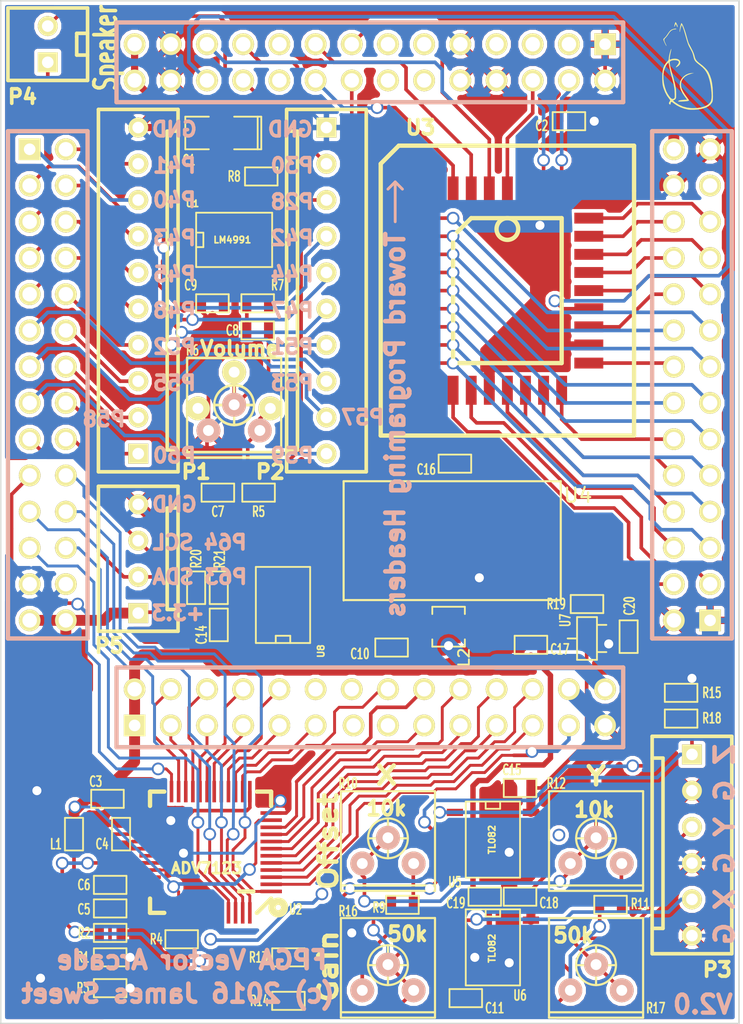
<source format=kicad_pcb>
(kicad_pcb (version 3) (host pcbnew "(2013-07-07 BZR 4022)-stable")
  (layers (15 F.Cu signal) (0 B.Cu signal) (18 B.Paste user) (19 F.Paste user) (20 B.SilkS user) (21 F.SilkS user) (22 B.Mask user) (23 F.Mask user) (28 Edge.Cuts user))
  (net 0 "")
  (net 1 +15V)
  (net 2 +3.3V)
  (net 3 +3.3VADC)
  (net 4 -15V)
  (net 5 -5V)
  (net 6 /A0)
  (net 7 /A1)
  (net 8 /A10)
  (net 9 /A11)
  (net 10 /A12)
  (net 11 /A13)
  (net 12 /A14)
  (net 13 /A15)
  (net 14 /A16)
  (net 15 /A17)
  (net 16 /A18)
  (net 17 /A2)
  (net 18 /A3)
  (net 19 /A4)
  (net 20 /A5)
  (net 21 /A6)
  (net 22 /A7)
  (net 23 /A8)
  (net 24 /A9)
  (net 25 /Audio)
  (net 26 /CLK)
  (net 27 /D0)
  (net 28 /D1)
  (net 29 /D2)
  (net 30 /D3)
  (net 31 /D4)
  (net 32 /D5)
  (net 33 /D6)
  (net 34 /D7)
  (net 35 /LED1)
  (net 36 /LED2)
  (net 37 /SCL)
  (net 38 /SDA)
  (net 39 /SW1)
  (net 40 /SW10)
  (net 41 /SW11)
  (net 42 /SW12)
  (net 43 /SW13)
  (net 44 /SW14)
  (net 45 /SW15)
  (net 46 /SW2)
  (net 47 /SW3)
  (net 48 /SW4)
  (net 49 /SW5)
  (net 50 /SW6)
  (net 51 /SW7)
  (net 52 /SW8)
  (net 53 /SW9)
  (net 54 /Test)
  (net 55 /X0)
  (net 56 /X1)
  (net 57 /X2)
  (net 58 /X3)
  (net 59 /X4)
  (net 60 /X5)
  (net 61 /X6)
  (net 62 /X7)
  (net 63 /X8)
  (net 64 /X9)
  (net 65 /Y0)
  (net 66 /Y1)
  (net 67 /Y2)
  (net 68 /Y3)
  (net 69 /Y4)
  (net 70 /Y5)
  (net 71 /Y6)
  (net 72 /Y7)
  (net 73 /Y8)
  (net 74 /Y9)
  (net 75 /Z0)
  (net 76 /Z1)
  (net 77 /Z2)
  (net 78 /Z3)
  (net 79 /~OE)
  (net 80 /~WE)
  (net 81 GND)
  (net 82 N-00000108)
  (net 83 N-00000109)
  (net 84 N-00000110)
  (net 85 N-00000111)
  (net 86 N-00000112)
  (net 87 N-00000113)
  (net 88 N-00000115)
  (net 89 N-00000116)
  (net 90 N-00000118)
  (net 91 N-00000119)
  (net 92 N-00000120)
  (net 93 N-00000121)
  (net 94 N-0000044)
  (net 95 N-0000047)
  (net 96 N-0000048)
  (net 97 N-0000049)
  (net 98 N-0000050)
  (net 99 N-0000051)
  (net 100 N-0000052)
  (net 101 N-0000053)
  (net 102 N-0000054)
  (net 103 N-0000067)
  (net 104 N-0000068)
  (module SM0603 (layer F.Cu) (at 159.512 68.8975)
    (fp_text reference C2 (at -1.905 0.3175) (layer F.SilkS) (effects (font (size 0.7112 0.4572) (thickness 0.127))))
    (fp_text value 100n hide)
    (pad 1 smd rect (at -0.762 0) (size 0.635 1.143) (layers F.Cu F.Paste F.Mask) (net 2 +3.3V))
    (pad 2 smd rect (at 0.762 0) (size 0.635 1.143) (layers F.Cu F.Paste F.Mask) (net 81 GND))
  )
  (module SM0603 (layer F.Cu) (at 127.127 116.3955)
    (fp_text reference C3 (at -0.8255 -1.2065) (layer F.SilkS) (effects (font (size 0.7112 0.4572) (thickness 0.127))))
    (fp_text value 100n hide)
    (pad 1 smd rect (at -0.762 0) (size 0.635 1.143) (layers F.Cu F.Paste F.Mask) (net 2 +3.3V))
    (pad 2 smd rect (at 0.762 0) (size 0.635 1.143) (layers F.Cu F.Paste F.Mask) (net 81 GND))
  )
  (module SM0603 (layer F.Cu) (at 127.3175 122.428 180)
    (fp_text reference C6 (at 1.8415 0 180) (layer F.SilkS) (effects (font (size 0.7112 0.4572) (thickness 0.127))))
    (fp_text value 100n hide)
    (pad 1 smd rect (at -0.762 0 180) (size 0.635 1.143) (layers F.Cu F.Paste F.Mask) (net 90 N-00000118))
    (pad 2 smd rect (at 0.762 0 180) (size 0.635 1.143) (layers F.Cu F.Paste F.Mask) (net 3 +3.3VADC))
  )
  (module SM0603 (layer F.Cu) (at 132.334 126.238 180)
    (fp_text reference R4 (at 1.778 0 180) (layer F.SilkS) (effects (font (size 0.7112 0.4572) (thickness 0.127))))
    (fp_text value 560R hide)
    (pad 1 smd rect (at -0.762 0 180) (size 0.635 1.143) (layers F.Cu F.Paste F.Mask) (net 81 GND))
    (pad 2 smd rect (at 0.762 0 180) (size 0.635 1.143) (layers F.Cu F.Paste F.Mask) (net 85 N-00000111))
  )
  (module SM0603 (layer F.Cu) (at 127.3175 127.508 180)
    (fp_text reference R1 (at 1.905 0 180) (layer F.SilkS) (effects (font (size 0.7112 0.4572) (thickness 0.127))))
    (fp_text value 75R hide)
    (pad 1 smd rect (at -0.762 0 180) (size 0.635 1.143) (layers F.Cu F.Paste F.Mask) (net 81 GND))
    (pad 2 smd rect (at 0.762 0 180) (size 0.635 1.143) (layers F.Cu F.Paste F.Mask) (net 91 N-00000119))
  )
  (module SM0603 (layer F.Cu) (at 127.3175 129.667 180)
    (fp_text reference R3 (at 1.905 0 180) (layer F.SilkS) (effects (font (size 0.7112 0.4572) (thickness 0.127))))
    (fp_text value 75R hide)
    (pad 1 smd rect (at -0.762 0 180) (size 0.635 1.143) (layers F.Cu F.Paste F.Mask) (net 81 GND))
    (pad 2 smd rect (at 0.762 0 180) (size 0.635 1.143) (layers F.Cu F.Paste F.Mask) (net 83 N-00000109))
  )
  (module SM0603 (layer F.Cu) (at 127.3175 125.7935 180)
    (fp_text reference R2 (at 1.8288 -0.0127 180) (layer F.SilkS) (effects (font (size 0.7112 0.4572) (thickness 0.127))))
    (fp_text value 75R hide)
    (pad 1 smd rect (at -0.762 0 180) (size 0.635 1.143) (layers F.Cu F.Paste F.Mask) (net 81 GND))
    (pad 2 smd rect (at 0.762 0 180) (size 0.635 1.143) (layers F.Cu F.Paste F.Mask) (net 82 N-00000108))
  )
  (module SM0603 (layer F.Cu) (at 127.3175 124.079 180)
    (fp_text reference C5 (at 1.8415 -0.0635 180) (layer F.SilkS) (effects (font (size 0.7112 0.4572) (thickness 0.127))))
    (fp_text value 100n hide)
    (pad 1 smd rect (at -0.762 0 180) (size 0.635 1.143) (layers F.Cu F.Paste F.Mask) (net 84 N-00000110))
    (pad 2 smd rect (at 0.762 0 180) (size 0.635 1.143) (layers F.Cu F.Paste F.Mask) (net 3 +3.3VADC))
  )
  (module SM0603 (layer F.Cu) (at 128.0795 118.872 90)
    (fp_text reference C4 (at -0.6985 -1.3335 180) (layer F.SilkS) (effects (font (size 0.7112 0.4572) (thickness 0.127))))
    (fp_text value 100n hide)
    (pad 1 smd rect (at -0.762 0 90) (size 0.635 1.143) (layers F.Cu F.Paste F.Mask) (net 3 +3.3VADC))
    (pad 2 smd rect (at 0.762 0 90) (size 0.635 1.143) (layers F.Cu F.Paste F.Mask) (net 81 GND))
  )
  (module SM0603 (layer F.Cu) (at 137.7315 94.9325)
    (fp_text reference R5 (at 0 1.3335) (layer F.SilkS) (effects (font (size 0.7112 0.4572) (thickness 0.127))))
    (fp_text value 3.3k hide)
    (pad 1 smd rect (at -0.762 0) (size 0.635 1.143) (layers F.Cu F.Paste F.Mask) (net 99 N-0000051))
    (pad 2 smd rect (at 0.762 0) (size 0.635 1.143) (layers F.Cu F.Paste F.Mask) (net 25 /Audio))
  )
  (module SM0603 (layer F.Cu) (at 134.874 94.9325 180)
    (fp_text reference C7 (at 0 -1.3335 180) (layer F.SilkS) (effects (font (size 0.7112 0.4572) (thickness 0.127))))
    (fp_text value 4.7n hide)
    (pad 1 smd rect (at -0.762 0 180) (size 0.635 1.143) (layers F.Cu F.Paste F.Mask) (net 99 N-0000051))
    (pad 2 smd rect (at 0.762 0 180) (size 0.635 1.143) (layers F.Cu F.Paste F.Mask) (net 81 GND))
  )
  (module LQFP48-M05 (layer F.Cu) (at 134.366 120.142 90)
    (fp_text reference U2 (at -4.0005 5.969 180) (layer F.SilkS) (effects (font (size 0.7112 0.4572) (thickness 0.1143))))
    (fp_text value ADV7123 (at -1.1176 -0.2794 180) (layer F.SilkS) (effects (font (size 0.762 0.762) (thickness 0.1905))))
    (pad 1 smd rect (at -2.74574 4.25196 90) (size 0.254 1.50114) (layers F.Cu F.Paste F.Mask) (net 55 /X0))
    (pad 2 smd rect (at -2.24536 4.25196 90) (size 0.254 1.50114) (layers F.Cu F.Paste F.Mask) (net 56 /X1))
    (pad 3 smd rect (at -1.74498 4.25196 90) (size 0.254 1.50114) (layers F.Cu F.Paste F.Mask) (net 57 /X2))
    (pad 4 smd rect (at -1.24714 4.25196 90) (size 0.254 1.50114) (layers F.Cu F.Paste F.Mask) (net 58 /X3))
    (pad 5 smd rect (at -0.74676 4.25196 90) (size 0.254 1.50114) (layers F.Cu F.Paste F.Mask) (net 59 /X4))
    (pad 6 smd rect (at -0.24638 4.25196 90) (size 0.254 1.50114) (layers F.Cu F.Paste F.Mask) (net 60 /X5))
    (pad 7 smd rect (at 0.25146 4.25196 90) (size 0.254 1.50114) (layers F.Cu F.Paste F.Mask) (net 61 /X6))
    (pad 8 smd rect (at 0.75184 4.25196 90) (size 0.254 1.50114) (layers F.Cu F.Paste F.Mask) (net 62 /X7))
    (pad 9 smd rect (at 1.25222 4.25196 90) (size 0.254 1.50114) (layers F.Cu F.Paste F.Mask) (net 63 /X8))
    (pad 10 smd rect (at 1.75006 4.25196 90) (size 0.254 1.50114) (layers F.Cu F.Paste F.Mask) (net 64 /X9))
    (pad 11 smd rect (at 2.25044 4.25196 90) (size 0.254 1.50114) (layers F.Cu F.Paste F.Mask) (net 2 +3.3V))
    (pad 12 smd rect (at 2.75082 4.25196 90) (size 0.254 1.50114) (layers F.Cu F.Paste F.Mask) (net 81 GND))
    (pad 13 smd rect (at 4.25196 2.75082 180) (size 0.254 1.50114) (layers F.Cu F.Paste F.Mask) (net 3 +3.3VADC))
    (pad 14 smd rect (at 4.25196 2.25044 180) (size 0.254 1.50114) (layers F.Cu F.Paste F.Mask) (net 65 /Y0))
    (pad 15 smd rect (at 4.25196 1.75006 180) (size 0.254 1.50114) (layers F.Cu F.Paste F.Mask) (net 66 /Y1))
    (pad 16 smd rect (at 4.25196 1.25222 180) (size 0.254 1.50114) (layers F.Cu F.Paste F.Mask) (net 67 /Y2))
    (pad 17 smd rect (at 4.25196 0.75184 180) (size 0.254 1.50114) (layers F.Cu F.Paste F.Mask) (net 68 /Y3))
    (pad 18 smd rect (at 4.25196 0.25146 180) (size 0.254 1.50114) (layers F.Cu F.Paste F.Mask) (net 69 /Y4))
    (pad 19 smd rect (at 4.25196 -0.24638 180) (size 0.254 1.50114) (layers F.Cu F.Paste F.Mask) (net 70 /Y5))
    (pad 20 smd rect (at 4.25196 -0.74676 180) (size 0.254 1.50114) (layers F.Cu F.Paste F.Mask) (net 71 /Y6))
    (pad 21 smd rect (at 4.25196 -1.24714 180) (size 0.254 1.50114) (layers F.Cu F.Paste F.Mask) (net 72 /Y7))
    (pad 22 smd rect (at 4.25196 -1.74498 180) (size 0.254 1.50114) (layers F.Cu F.Paste F.Mask) (net 73 /Y8))
    (pad 23 smd rect (at 4.25196 -2.24536 180) (size 0.254 1.50114) (layers F.Cu F.Paste F.Mask) (net 74 /Y9))
    (pad 24 smd rect (at 4.25196 -2.74574 180) (size 0.254 1.50114) (layers F.Cu F.Paste F.Mask) (net 26 /CLK))
    (pad 25 smd rect (at 2.75082 -4.24688 90) (size 0.254 1.50114) (layers F.Cu F.Paste F.Mask) (net 81 GND))
    (pad 26 smd rect (at 2.25044 -4.24688 90) (size 0.254 1.50114) (layers F.Cu F.Paste F.Mask) (net 81 GND))
    (pad 27 smd rect (at 1.75006 -4.24688 90) (size 0.254 1.50114) (layers F.Cu F.Paste F.Mask) (net 81 GND))
    (pad 28 smd rect (at 1.25222 -4.24688 90) (size 0.254 1.50114) (layers F.Cu F.Paste F.Mask) (net 83 N-00000109))
    (pad 29 smd rect (at 0.75184 -4.24688 90) (size 0.254 1.50114) (layers F.Cu F.Paste F.Mask) (net 3 +3.3VADC))
    (pad 30 smd rect (at 0.25146 -4.24688 90) (size 0.254 1.50114) (layers F.Cu F.Paste F.Mask) (net 3 +3.3VADC))
    (pad 31 smd rect (at -0.24638 -4.24688 90) (size 0.254 1.50114) (layers F.Cu F.Paste F.Mask) (net 81 GND))
    (pad 32 smd rect (at -0.74676 -4.24688 90) (size 0.254 1.50114) (layers F.Cu F.Paste F.Mask) (net 82 N-00000108))
    (pad 33 smd rect (at -1.24714 -4.24688 90) (size 0.254 1.50114) (layers F.Cu F.Paste F.Mask) (net 81 GND))
    (pad 34 smd rect (at -1.74498 -4.24688 90) (size 0.254 1.50114) (layers F.Cu F.Paste F.Mask) (net 91 N-00000119))
    (pad 35 smd rect (at -2.24536 -4.24688 90) (size 0.254 1.50114) (layers F.Cu F.Paste F.Mask) (net 90 N-00000118))
    (pad 36 smd rect (at -2.74574 -4.24688 90) (size 0.254 1.50114) (layers F.Cu F.Paste F.Mask) (net 84 N-00000110))
    (pad 37 smd rect (at -4.24688 -2.74574 180) (size 0.254 1.50114) (layers F.Cu F.Paste F.Mask) (net 85 N-00000111))
    (pad 38 smd rect (at -4.24688 -2.24536 180) (size 0.254 1.50114) (layers F.Cu F.Paste F.Mask) (net 2 +3.3V))
    (pad 39 smd rect (at -4.24688 -1.74498 180) (size 0.254 1.50114) (layers F.Cu F.Paste F.Mask) (net 81 GND))
    (pad 40 smd rect (at -4.24688 -1.24714 180) (size 0.254 1.50114) (layers F.Cu F.Paste F.Mask) (net 81 GND))
    (pad 41 smd rect (at -4.24688 -0.74676 180) (size 0.254 1.50114) (layers F.Cu F.Paste F.Mask) (net 81 GND))
    (pad 42 smd rect (at -4.24688 -0.24638 180) (size 0.254 1.50114) (layers F.Cu F.Paste F.Mask) (net 81 GND))
    (pad 43 smd rect (at -4.24688 0.25146 180) (size 0.254 1.50114) (layers F.Cu F.Paste F.Mask) (net 81 GND))
    (pad 44 smd rect (at -4.24688 0.75184 180) (size 0.254 1.50114) (layers F.Cu F.Paste F.Mask) (net 81 GND))
    (pad 45 smd rect (at -4.24688 1.25222 180) (size 0.254 1.50114) (layers F.Cu F.Paste F.Mask) (net 75 /Z0))
    (pad 46 smd rect (at -4.24688 1.75006 180) (size 0.254 1.50114) (layers F.Cu F.Paste F.Mask) (net 76 /Z1))
    (pad 47 smd rect (at -4.24688 2.25044 180) (size 0.254 1.50114) (layers F.Cu F.Paste F.Mask) (net 77 /Z2))
    (pad 48 smd rect (at -4.24688 2.75082 180) (size 0.254 1.50114) (layers F.Cu F.Paste F.Mask) (net 78 /Z3))
  )
  (module Altera_FPGA_mini_brd (layer F.Cu) (at 145.542 87.376)
    (fp_text reference J1 hide)
    (fp_text value CONN_ALTERA_MIN_BRD_128 hide)
    (fp_text user P2 (at -6.985 6.096) (layer F.SilkS) (effects (font (size 1.016 1.016) (thickness 0.254))))
    (fp_text user P1 (at -12.192 6.096) (layer F.SilkS) (effects (font (size 1.016 1.016) (thickness 0.254))))
    (pad PA9 thru_hole circle (at -23.876 -6.35 270) (size 1.524 1.524) (drill 1.016) (layers *.Cu *.Mask F.SilkS) (net 41 /SW11))
    (pad PA7 thru_hole circle (at -23.876 -8.89 270) (size 1.524 1.524) (drill 1.016) (layers *.Cu *.Mask F.SilkS) (net 42 /SW12))
    (pad PA5 thru_hole circle (at -23.876 -11.43 270) (size 1.524 1.524) (drill 1.016) (layers *.Cu *.Mask F.SilkS) (net 43 /SW13))
    (pad PA3 thru_hole circle (at -23.876 -13.97 270) (size 1.524 1.524) (drill 1.016) (layers *.Cu *.Mask F.SilkS) (net 44 /SW14))
    (pad PA28 thru_hole circle (at -21.336 16.51 270) (size 1.524 1.524) (drill 1.016) (layers *.Cu *.Mask F.SilkS) (net 2 +3.3V))
    (pad PA26 thru_hole circle (at -21.336 13.97 270) (size 1.524 1.524) (drill 1.016) (layers *.Cu *.Mask F.SilkS) (net 81 GND))
    (pad PA24 thru_hole circle (at -21.336 11.43 270) (size 1.524 1.524) (drill 1.016) (layers *.Cu *.Mask F.SilkS) (net 76 /Z1))
    (pad PA22 thru_hole circle (at -21.336 8.89 270) (size 1.524 1.524) (drill 1.016) (layers *.Cu *.Mask F.SilkS) (net 78 /Z3))
    (pad PA20 thru_hole circle (at -21.336 6.35 270) (size 1.524 1.524) (drill 1.016) (layers *.Cu *.Mask F.SilkS) (net 55 /X0))
    (pad PA27 thru_hole circle (at -23.876 16.51 270) (size 1.524 1.524) (drill 1.016) (layers *.Cu *.Mask F.SilkS) (net 2 +3.3V))
    (pad PA18 thru_hole circle (at -21.336 3.81 270) (size 1.524 1.524) (drill 1.016) (layers *.Cu *.Mask F.SilkS) (net 37 /SCL))
    (pad PA25 thru_hole circle (at -23.876 13.97 270) (size 1.524 1.524) (drill 1.016) (layers *.Cu *.Mask F.SilkS) (net 81 GND))
    (pad PA16 thru_hole circle (at -21.336 1.27 270) (size 1.524 1.524) (drill 1.016) (layers *.Cu *.Mask F.SilkS) (net 39 /SW1))
    (pad PA23 thru_hole circle (at -23.876 11.43 270) (size 1.524 1.524) (drill 1.016) (layers *.Cu *.Mask F.SilkS) (net 75 /Z0))
    (pad PA14 thru_hole circle (at -21.336 -1.27 270) (size 1.524 1.524) (drill 1.016) (layers *.Cu *.Mask F.SilkS) (net 46 /SW2))
    (pad PA21 thru_hole circle (at -23.876 8.89 270) (size 1.524 1.524) (drill 1.016) (layers *.Cu *.Mask F.SilkS) (net 77 /Z2))
    (pad PA12 thru_hole circle (at -21.336 -3.81 270) (size 1.524 1.524) (drill 1.016) (layers *.Cu *.Mask F.SilkS) (net 47 /SW3))
    (pad PA19 thru_hole circle (at -23.876 6.35 270) (size 1.524 1.524) (drill 1.016) (layers *.Cu *.Mask F.SilkS) (net 26 /CLK))
    (pad PA10 thru_hole circle (at -21.336 -6.35 270) (size 1.524 1.524) (drill 1.016) (layers *.Cu *.Mask F.SilkS) (net 48 /SW4))
    (pad PA17 thru_hole circle (at -23.876 3.81 270) (size 1.524 1.524) (drill 1.016) (layers *.Cu *.Mask F.SilkS) (net 38 /SDA))
    (pad PA8 thru_hole circle (at -21.336 -8.89 270) (size 1.524 1.524) (drill 1.016) (layers *.Cu *.Mask F.SilkS) (net 49 /SW5))
    (pad PA15 thru_hole circle (at -23.876 1.27 270) (size 1.524 1.524) (drill 1.016) (layers *.Cu *.Mask F.SilkS) (net 52 /SW8))
    (pad PA6 thru_hole circle (at -21.336 -11.43 270) (size 1.524 1.524) (drill 1.016) (layers *.Cu *.Mask F.SilkS) (net 50 /SW6))
    (pad PA13 thru_hole circle (at -23.876 -1.27 270) (size 1.524 1.524) (drill 1.016) (layers *.Cu *.Mask F.SilkS) (net 53 /SW9))
    (pad PA4 thru_hole circle (at -21.336 -13.97 270) (size 1.524 1.524) (drill 1.016) (layers *.Cu *.Mask F.SilkS) (net 51 /SW7))
    (pad PA11 thru_hole circle (at -23.876 -3.81 270) (size 1.524 1.524) (drill 1.016) (layers *.Cu *.Mask F.SilkS) (net 40 /SW10))
    (pad PA2 thru_hole circle (at -21.336 -16.51 270) (size 1.524 1.524) (drill 1.016) (layers *.Cu *.Mask F.SilkS) (net 36 /LED2))
    (pad PA1 thru_hole rect (at -23.876 -16.51 270) (size 1.524 1.524) (drill 0.8128) (layers *.Cu *.Mask F.SilkS) (net 35 /LED1))
    (pad PC1 thru_hole rect (at 23.876 16.51 90) (size 1.524 1.524) (drill 0.8128) (layers *.Cu *.Mask F.SilkS) (net 81 GND))
    (pad PC2 thru_hole circle (at 21.336 16.51 90) (size 1.524 1.524) (drill 1.016) (layers *.Cu *.Mask F.SilkS) (net 81 GND))
    (pad PC11 thru_hole circle (at 23.876 3.81 90) (size 1.524 1.524) (drill 1.016) (layers *.Cu *.Mask F.SilkS) (net 17 /A2))
    (pad PC4 thru_hole circle (at 21.336 13.97 90) (size 1.524 1.524) (drill 1.016) (layers *.Cu *.Mask F.SilkS) (net 28 /D1))
    (pad PC13 thru_hole circle (at 23.876 1.27 90) (size 1.524 1.524) (drill 1.016) (layers *.Cu *.Mask F.SilkS) (net 19 /A4))
    (pad PC6 thru_hole circle (at 21.336 11.43 90) (size 1.524 1.524) (drill 1.016) (layers *.Cu *.Mask F.SilkS) (net 30 /D3))
    (pad PC15 thru_hole circle (at 23.876 -1.27 90) (size 1.524 1.524) (drill 1.016) (layers *.Cu *.Mask F.SilkS) (net 20 /A5))
    (pad PC8 thru_hole circle (at 21.336 8.89 90) (size 1.524 1.524) (drill 1.016) (layers *.Cu *.Mask F.SilkS) (net 31 /D4))
    (pad PC17 thru_hole circle (at 23.876 -3.81 90) (size 1.524 1.524) (drill 1.016) (layers *.Cu *.Mask F.SilkS) (net 22 /A7))
    (pad PC10 thru_hole circle (at 21.336 6.35 90) (size 1.524 1.524) (drill 1.016) (layers *.Cu *.Mask F.SilkS) (net 32 /D5))
    (pad PC19 thru_hole circle (at 23.876 -6.35 90) (size 1.524 1.524) (drill 1.016) (layers *.Cu *.Mask F.SilkS) (net 9 /A11))
    (pad PC12 thru_hole circle (at 21.336 3.81 90) (size 1.524 1.524) (drill 1.016) (layers *.Cu *.Mask F.SilkS) (net 33 /D6))
    (pad PC21 thru_hole circle (at 23.876 -8.89 90) (size 1.524 1.524) (drill 1.016) (layers *.Cu *.Mask F.SilkS) (net 23 /A8))
    (pad PC14 thru_hole circle (at 21.336 1.27 90) (size 1.524 1.524) (drill 1.016) (layers *.Cu *.Mask F.SilkS) (net 18 /A3))
    (pad PC23 thru_hole circle (at 23.876 -11.43 90) (size 1.524 1.524) (drill 1.016) (layers *.Cu *.Mask F.SilkS) (net 12 /A14))
    (pad PC16 thru_hole circle (at 21.336 -1.27 90) (size 1.524 1.524) (drill 1.016) (layers *.Cu *.Mask F.SilkS) (net 34 /D7))
    (pad PC25 thru_hole circle (at 23.876 -13.97 90) (size 1.524 1.524) (drill 1.016) (layers *.Cu *.Mask F.SilkS))
    (pad PC18 thru_hole circle (at 21.336 -3.81 90) (size 1.524 1.524) (drill 1.016) (layers *.Cu *.Mask F.SilkS) (net 21 /A6))
    (pad PC27 thru_hole circle (at 23.876 -16.51 90) (size 1.524 1.524) (drill 1.016) (layers *.Cu *.Mask F.SilkS) (net 81 GND))
    (pad PC20 thru_hole circle (at 21.336 -6.35 90) (size 1.524 1.524) (drill 1.016) (layers *.Cu *.Mask F.SilkS) (net 8 /A10))
    (pad PC22 thru_hole circle (at 21.336 -8.89 90) (size 1.524 1.524) (drill 1.016) (layers *.Cu *.Mask F.SilkS) (net 24 /A9))
    (pad PC24 thru_hole circle (at 21.336 -11.43 90) (size 1.524 1.524) (drill 1.016) (layers *.Cu *.Mask F.SilkS) (net 11 /A13))
    (pad PC26 thru_hole circle (at 21.336 -13.97 90) (size 1.524 1.524) (drill 1.016) (layers *.Cu *.Mask F.SilkS) (net 81 GND))
    (pad PC28 thru_hole circle (at 21.336 -16.51 90) (size 1.524 1.524) (drill 1.016) (layers *.Cu *.Mask F.SilkS) (net 2 +3.3V))
    (pad PC3 thru_hole circle (at 23.876 13.97 90) (size 1.524 1.524) (drill 1.016) (layers *.Cu *.Mask F.SilkS) (net 29 /D2))
    (pad PC5 thru_hole circle (at 23.876 11.43 90) (size 1.524 1.524) (drill 1.016) (layers *.Cu *.Mask F.SilkS) (net 27 /D0))
    (pad PC7 thru_hole circle (at 23.876 8.89 90) (size 1.524 1.524) (drill 1.016) (layers *.Cu *.Mask F.SilkS) (net 6 /A0))
    (pad PC9 thru_hole circle (at 23.876 6.35 90) (size 1.524 1.524) (drill 1.016) (layers *.Cu *.Mask F.SilkS) (net 7 /A1))
    (pad PD9 thru_hole circle (at 6.35 -23.876 180) (size 1.524 1.524) (drill 1.016) (layers *.Cu *.Mask F.SilkS) (net 81 GND))
    (pad PD7 thru_hole circle (at 8.89 -23.876 180) (size 1.524 1.524) (drill 1.016) (layers *.Cu *.Mask F.SilkS))
    (pad PD5 thru_hole circle (at 11.43 -23.876 180) (size 1.524 1.524) (drill 1.016) (layers *.Cu *.Mask F.SilkS))
    (pad PD3 thru_hole circle (at 13.97 -23.876 180) (size 1.524 1.524) (drill 1.016) (layers *.Cu *.Mask F.SilkS))
    (pad PD28 thru_hole circle (at -16.51 -21.336 180) (size 1.524 1.524) (drill 1.016) (layers *.Cu *.Mask F.SilkS) (net 2 +3.3V))
    (pad PD26 thru_hole circle (at -13.97 -21.336 180) (size 1.524 1.524) (drill 1.016) (layers *.Cu *.Mask F.SilkS) (net 81 GND))
    (pad PD24 thru_hole circle (at -11.43 -21.336 180) (size 1.524 1.524) (drill 1.016) (layers *.Cu *.Mask F.SilkS) (net 79 /~OE))
    (pad PD22 thru_hole circle (at -8.89 -21.336 180) (size 1.524 1.524) (drill 1.016) (layers *.Cu *.Mask F.SilkS) (net 45 /SW15))
    (pad PD20 thru_hole circle (at -6.35 -21.336 180) (size 1.524 1.524) (drill 1.016) (layers *.Cu *.Mask F.SilkS))
    (pad PD27 thru_hole circle (at -16.51 -23.876 180) (size 1.524 1.524) (drill 1.016) (layers *.Cu *.Mask F.SilkS) (net 2 +3.3V))
    (pad PD18 thru_hole circle (at -3.81 -21.336 180) (size 1.524 1.524) (drill 1.016) (layers *.Cu *.Mask F.SilkS) (net 10 /A12))
    (pad PD25 thru_hole circle (at -13.97 -23.876 180) (size 1.524 1.524) (drill 1.016) (layers *.Cu *.Mask F.SilkS) (net 81 GND))
    (pad PD16 thru_hole circle (at -1.27 -21.336 180) (size 1.524 1.524) (drill 1.016) (layers *.Cu *.Mask F.SilkS) (net 25 /Audio))
    (pad PD23 thru_hole circle (at -11.43 -23.876 180) (size 1.524 1.524) (drill 1.016) (layers *.Cu *.Mask F.SilkS) (net 80 /~WE))
    (pad PD14 thru_hole circle (at 1.27 -21.336 180) (size 1.524 1.524) (drill 1.016) (layers *.Cu *.Mask F.SilkS))
    (pad PD21 thru_hole circle (at -8.89 -23.876 180) (size 1.524 1.524) (drill 1.016) (layers *.Cu *.Mask F.SilkS) (net 54 /Test))
    (pad PD12 thru_hole circle (at 3.81 -21.336 180) (size 1.524 1.524) (drill 1.016) (layers *.Cu *.Mask F.SilkS))
    (pad PD19 thru_hole circle (at -6.35 -23.876 180) (size 1.524 1.524) (drill 1.016) (layers *.Cu *.Mask F.SilkS))
    (pad PD10 thru_hole circle (at 6.35 -21.336 180) (size 1.524 1.524) (drill 1.016) (layers *.Cu *.Mask F.SilkS) (net 81 GND))
    (pad PD17 thru_hole circle (at -3.81 -23.876 180) (size 1.524 1.524) (drill 1.016) (layers *.Cu *.Mask F.SilkS) (net 13 /A15))
    (pad PD8 thru_hole circle (at 8.89 -21.336 180) (size 1.524 1.524) (drill 1.016) (layers *.Cu *.Mask F.SilkS) (net 81 GND))
    (pad PD15 thru_hole circle (at -1.27 -23.876 180) (size 1.524 1.524) (drill 1.016) (layers *.Cu *.Mask F.SilkS) (net 14 /A16))
    (pad PD6 thru_hole circle (at 11.43 -21.336 180) (size 1.524 1.524) (drill 1.016) (layers *.Cu *.Mask F.SilkS) (net 16 /A18))
    (pad PD13 thru_hole circle (at 1.27 -23.876 180) (size 1.524 1.524) (drill 1.016) (layers *.Cu *.Mask F.SilkS))
    (pad PD4 thru_hole circle (at 13.97 -21.336 180) (size 1.524 1.524) (drill 1.016) (layers *.Cu *.Mask F.SilkS) (net 15 /A17))
    (pad PD11 thru_hole circle (at 3.81 -23.876 180) (size 1.524 1.524) (drill 1.016) (layers *.Cu *.Mask F.SilkS))
    (pad PD2 thru_hole circle (at 16.51 -21.336 180) (size 1.524 1.524) (drill 1.016) (layers *.Cu *.Mask F.SilkS) (net 81 GND))
    (pad PD1 thru_hole rect (at 16.51 -23.876 180) (size 1.524 1.524) (drill 0.8128) (layers *.Cu *.Mask F.SilkS) (net 81 GND))
    (pad PB1 thru_hole rect (at -16.51 23.876) (size 1.524 1.524) (drill 0.8128) (layers *.Cu *.Mask F.SilkS) (net 81 GND))
    (pad PB2 thru_hole circle (at -16.51 21.336) (size 1.524 1.524) (drill 1.016) (layers *.Cu *.Mask F.SilkS) (net 81 GND))
    (pad PB11 thru_hole circle (at -3.81 23.876) (size 1.524 1.524) (drill 1.016) (layers *.Cu *.Mask F.SilkS) (net 66 /Y1))
    (pad PB4 thru_hole circle (at -13.97 21.336) (size 1.524 1.524) (drill 1.016) (layers *.Cu *.Mask F.SilkS) (net 74 /Y9))
    (pad PB13 thru_hole circle (at -1.143 23.876) (size 1.524 1.524) (drill 1.016) (layers *.Cu *.Mask F.SilkS))
    (pad PB6 thru_hole circle (at -11.43 21.336) (size 1.524 1.524) (drill 1.016) (layers *.Cu *.Mask F.SilkS) (net 72 /Y7))
    (pad PB15 thru_hole circle (at 1.27 23.876) (size 1.524 1.524) (drill 1.016) (layers *.Cu *.Mask F.SilkS))
    (pad PB8 thru_hole circle (at -8.89 21.336) (size 1.524 1.524) (drill 1.016) (layers *.Cu *.Mask F.SilkS) (net 70 /Y5))
    (pad PB17 thru_hole circle (at 3.81 23.876) (size 1.524 1.524) (drill 1.016) (layers *.Cu *.Mask F.SilkS) (net 63 /X8))
    (pad PB10 thru_hole circle (at -6.35 21.336) (size 1.524 1.524) (drill 1.016) (layers *.Cu *.Mask F.SilkS) (net 68 /Y3))
    (pad PB19 thru_hole circle (at 6.35 23.876) (size 1.524 1.524) (drill 1.016) (layers *.Cu *.Mask F.SilkS) (net 61 /X6))
    (pad PB12 thru_hole circle (at -3.81 21.336) (size 1.524 1.524) (drill 1.016) (layers *.Cu *.Mask F.SilkS))
    (pad PB21 thru_hole circle (at 8.89 23.876) (size 1.524 1.524) (drill 1.016) (layers *.Cu *.Mask F.SilkS) (net 59 /X4))
    (pad PB14 thru_hole circle (at -1.27 21.336) (size 1.524 1.524) (drill 1.016) (layers *.Cu *.Mask F.SilkS))
    (pad PB23 thru_hole circle (at 11.43 23.876) (size 1.524 1.524) (drill 1.016) (layers *.Cu *.Mask F.SilkS) (net 57 /X2))
    (pad PB16 thru_hole circle (at 1.27 21.336) (size 1.524 1.524) (drill 1.016) (layers *.Cu *.Mask F.SilkS) (net 65 /Y0))
    (pad PB25 thru_hole circle (at 13.97 23.876) (size 1.524 1.524) (drill 1.016) (layers *.Cu *.Mask F.SilkS) (net 56 /X1))
    (pad PB18 thru_hole circle (at 3.81 21.336) (size 1.524 1.524) (drill 1.016) (layers *.Cu *.Mask F.SilkS) (net 64 /X9))
    (pad PB27 thru_hole circle (at 16.51 23.876) (size 1.524 1.524) (drill 1.016) (layers *.Cu *.Mask F.SilkS) (net 81 GND))
    (pad PB20 thru_hole circle (at 6.35 21.336) (size 1.524 1.524) (drill 1.016) (layers *.Cu *.Mask F.SilkS) (net 62 /X7))
    (pad PB22 thru_hole circle (at 8.89 21.336) (size 1.524 1.524) (drill 1.016) (layers *.Cu *.Mask F.SilkS) (net 60 /X5))
    (pad PB24 thru_hole circle (at 11.43 21.336) (size 1.524 1.524) (drill 1.016) (layers *.Cu *.Mask F.SilkS) (net 58 /X3))
    (pad PB26 thru_hole circle (at 13.97 21.336) (size 1.524 1.524) (drill 1.016) (layers *.Cu *.Mask F.SilkS) (net 81 GND))
    (pad PB28 thru_hole circle (at 16.51 21.336) (size 1.524 1.524) (drill 1.016) (layers *.Cu *.Mask F.SilkS) (net 2 +3.3V))
    (pad PB3 thru_hole circle (at -13.97 23.876) (size 1.524 1.524) (drill 1.016) (layers *.Cu *.Mask F.SilkS) (net 73 /Y8))
    (pad PB5 thru_hole circle (at -11.43 23.876) (size 1.524 1.524) (drill 1.016) (layers *.Cu *.Mask F.SilkS) (net 71 /Y6))
    (pad PB7 thru_hole circle (at -8.89 23.876) (size 1.524 1.524) (drill 1.016) (layers *.Cu *.Mask F.SilkS) (net 69 /Y4))
    (pad PB9 thru_hole circle (at -6.35 23.876) (size 1.524 1.524) (drill 1.016) (layers *.Cu *.Mask F.SilkS) (net 67 /Y2))
  )
  (module SO8E (layer F.Cu) (at 154.178 119.253 270)
    (fp_text reference U5 (at 2.9845 2.667 360) (layer F.SilkS) (effects (font (size 0.7112 0.4572) (thickness 0.1143))))
    (fp_text value TL082 (at 0 0.0635 270) (layer F.SilkS) (effects (font (size 0.4572 0.4572) (thickness 0.1143))))
    (pad 8 smd rect (at -1.905 -2.667 270) (size 0.508 1.143) (layers F.Cu F.Paste F.Mask) (net 1 +15V))
    (pad 1 smd rect (at -1.905 2.667 270) (size 0.508 1.143) (layers F.Cu F.Paste F.Mask) (net 93 N-00000121))
    (pad 7 smd rect (at -0.635 -2.667 270) (size 0.508 1.143) (layers F.Cu F.Paste F.Mask) (net 94 N-0000044))
    (pad 6 smd rect (at 0.635 -2.667 270) (size 0.508 1.143) (layers F.Cu F.Paste F.Mask) (net 94 N-0000044))
    (pad 5 smd rect (at 1.905 -2.667 270) (size 0.508 1.143) (layers F.Cu F.Paste F.Mask) (net 81 GND))
    (pad 2 smd rect (at -0.635 2.667 270) (size 0.508 1.143) (layers F.Cu F.Paste F.Mask) (net 95 N-0000047))
    (pad 3 smd rect (at 0.635 2.667 270) (size 0.508 1.143) (layers F.Cu F.Paste F.Mask) (net 91 N-00000119))
    (pad 4 smd rect (at 1.905 2.667 270) (size 0.508 1.143) (layers F.Cu F.Paste F.Mask) (net 4 -15V))
  )
  (module SO8E (layer F.Cu) (at 154.178 126.8095 270)
    (fp_text reference U6 (at 3.3655 -1.905 360) (layer F.SilkS) (effects (font (size 0.7112 0.4572) (thickness 0.1143))))
    (fp_text value TL082 (at 0.0635 0.0635 270) (layer F.SilkS) (effects (font (size 0.4572 0.4572) (thickness 0.1143))))
    (pad 8 smd rect (at -1.905 -2.667 270) (size 0.508 1.143) (layers F.Cu F.Paste F.Mask) (net 1 +15V))
    (pad 1 smd rect (at -1.905 2.667 270) (size 0.508 1.143) (layers F.Cu F.Paste F.Mask) (net 87 N-00000113))
    (pad 7 smd rect (at -0.635 -2.667 270) (size 0.508 1.143) (layers F.Cu F.Paste F.Mask) (net 92 N-00000120))
    (pad 6 smd rect (at 0.635 -2.667 270) (size 0.508 1.143) (layers F.Cu F.Paste F.Mask) (net 89 N-00000116))
    (pad 5 smd rect (at 1.905 -2.667 270) (size 0.508 1.143) (layers F.Cu F.Paste F.Mask) (net 81 GND))
    (pad 2 smd rect (at -0.635 2.667 270) (size 0.508 1.143) (layers F.Cu F.Paste F.Mask) (net 86 N-00000112))
    (pad 3 smd rect (at 0.635 2.667 270) (size 0.508 1.143) (layers F.Cu F.Paste F.Mask) (net 81 GND))
    (pad 4 smd rect (at 1.905 2.667 270) (size 0.508 1.143) (layers F.Cu F.Paste F.Mask) (net 4 -15V))
  )
  (module SM0603 (layer F.Cu) (at 139.827 127.508 180)
    (fp_text reference R13 (at 2.0955 0 180) (layer F.SilkS) (effects (font (size 0.7112 0.4572) (thickness 0.127))))
    (fp_text value 2k hide)
    (pad 1 smd rect (at -0.762 0 180) (size 0.635 1.143) (layers F.Cu F.Paste F.Mask) (net 86 N-00000112))
    (pad 2 smd rect (at 0.762 0 180) (size 0.635 1.143) (layers F.Cu F.Paste F.Mask) (net 82 N-00000108))
  )
  (module SM0603 (layer F.Cu) (at 163.703 105.029 90)
    (fp_text reference C20 (at 2.159 0.0635 90) (layer F.SilkS) (effects (font (size 0.7112 0.4572) (thickness 0.127))))
    (fp_text value 10uF hide)
    (pad 1 smd rect (at -0.762 0 90) (size 0.635 1.143) (layers F.Cu F.Paste F.Mask) (net 81 GND))
    (pad 2 smd rect (at 0.762 0 90) (size 0.635 1.143) (layers F.Cu F.Paste F.Mask) (net 5 -5V))
  )
  (module SM0603 (layer F.Cu) (at 160.782 102.743 180)
    (fp_text reference R19 (at 2.159 0 180) (layer F.SilkS) (effects (font (size 0.7112 0.4572) (thickness 0.127))))
    (fp_text value 1k hide)
    (pad 1 smd rect (at -0.762 0 180) (size 0.635 1.143) (layers F.Cu F.Paste F.Mask) (net 5 -5V))
    (pad 2 smd rect (at 0.762 0 180) (size 0.635 1.143) (layers F.Cu F.Paste F.Mask) (net 4 -15V))
  )
  (module SM0603 (layer F.Cu) (at 156.083 123.2535 180)
    (fp_text reference C18 (at -2.032 -0.4445 180) (layer F.SilkS) (effects (font (size 0.7112 0.4572) (thickness 0.127))))
    (fp_text value 100n hide)
    (pad 1 smd rect (at -0.762 0 180) (size 0.635 1.143) (layers F.Cu F.Paste F.Mask) (net 1 +15V))
    (pad 2 smd rect (at 0.762 0 180) (size 0.635 1.143) (layers F.Cu F.Paste F.Mask) (net 81 GND))
  )
  (module SM0603 (layer F.Cu) (at 156.083 115.6335 180)
    (fp_text reference C15 (at 0.5715 1.27 180) (layer F.SilkS) (effects (font (size 0.7112 0.4572) (thickness 0.127))))
    (fp_text value 100n hide)
    (pad 1 smd rect (at -0.762 0 180) (size 0.635 1.143) (layers F.Cu F.Paste F.Mask) (net 1 +15V))
    (pad 2 smd rect (at 0.762 0 180) (size 0.635 1.143) (layers F.Cu F.Paste F.Mask) (net 81 GND))
  )
  (module SM0603 (layer F.Cu) (at 134.9375 104.2035 90)
    (fp_text reference C14 (at -0.6985 -1.2065 90) (layer F.SilkS) (effects (font (size 0.7112 0.4572) (thickness 0.127))))
    (fp_text value 100n hide)
    (pad 1 smd rect (at -0.762 0 90) (size 0.635 1.143) (layers F.Cu F.Paste F.Mask) (net 2 +3.3V))
    (pad 2 smd rect (at 0.762 0 90) (size 0.635 1.143) (layers F.Cu F.Paste F.Mask) (net 81 GND))
  )
  (module SM0603 (layer F.Cu) (at 152.273 130.3655)
    (fp_text reference C11 (at 2.032 0.6985) (layer F.SilkS) (effects (font (size 0.7112 0.4572) (thickness 0.127))))
    (fp_text value 100n hide)
    (pad 1 smd rect (at -0.762 0) (size 0.635 1.143) (layers F.Cu F.Paste F.Mask) (net 4 -15V))
    (pad 2 smd rect (at 0.762 -0.0127) (size 0.635 1.143) (layers F.Cu F.Paste F.Mask) (net 81 GND))
  )
  (module SM0603 (layer F.Cu) (at 147.828 123.825)
    (fp_text reference R9 (at -1.651 0.1905) (layer F.SilkS) (effects (font (size 0.7112 0.4572) (thickness 0.127))))
    (fp_text value 20k hide)
    (pad 1 smd rect (at -0.762 0) (size 0.635 1.143) (layers F.Cu F.Paste F.Mask) (net 86 N-00000112))
    (pad 2 smd rect (at 0.762 0) (size 0.635 1.143) (layers F.Cu F.Paste F.Mask) (net 104 N-0000068))
  )
  (module SM0603 (layer F.Cu) (at 167.386 108.966 180)
    (fp_text reference R15 (at -2.159 0 180) (layer F.SilkS) (effects (font (size 0.7112 0.4572) (thickness 0.127))))
    (fp_text value 10k hide)
    (pad 1 smd rect (at -0.762 0 180) (size 0.635 1.143) (layers F.Cu F.Paste F.Mask) (net 81 GND))
    (pad 2 smd rect (at 0.762 0 180) (size 0.635 1.143) (layers F.Cu F.Paste F.Mask) (net 95 N-0000047))
  )
  (module SM0603 (layer F.Cu) (at 167.386 110.7694 180)
    (fp_text reference R18 (at -2.159 0.0254 180) (layer F.SilkS) (effects (font (size 0.7112 0.4572) (thickness 0.127))))
    (fp_text value 33k hide)
    (pad 1 smd rect (at -0.762 0 180) (size 0.635 1.143) (layers F.Cu F.Paste F.Mask) (net 93 N-00000121))
    (pad 2 smd rect (at 0.762 0 180) (size 0.635 1.143) (layers F.Cu F.Paste F.Mask) (net 95 N-0000047))
  )
  (module SM0603 (layer F.Cu) (at 162.433 123.825)
    (fp_text reference R11 (at 2.0955 -0.0635) (layer F.SilkS) (effects (font (size 0.7112 0.4572) (thickness 0.127))))
    (fp_text value 20k hide)
    (pad 1 smd rect (at -0.762 0) (size 0.635 1.143) (layers F.Cu F.Paste F.Mask) (net 89 N-00000116))
    (pad 2 smd rect (at 0.762 0) (size 0.635 1.143) (layers F.Cu F.Paste F.Mask) (net 103 N-0000067))
  )
  (module SM0603 (layer F.Cu) (at 139.827 130.556 180)
    (fp_text reference R14 (at 2.032 0 180) (layer F.SilkS) (effects (font (size 0.7112 0.4572) (thickness 0.127))))
    (fp_text value 2k hide)
    (pad 1 smd rect (at -0.762 0 180) (size 0.635 1.143) (layers F.Cu F.Paste F.Mask) (net 89 N-00000116))
    (pad 2 smd rect (at 0.762 0 180) (size 0.635 1.143) (layers F.Cu F.Paste F.Mask) (net 83 N-00000109))
  )
  (module SM0603 (layer F.Cu) (at 137.922 72.771)
    (fp_text reference R8 (at -1.905 0) (layer F.SilkS) (effects (font (size 0.7112 0.4572) (thickness 0.127))))
    (fp_text value 20k hide)
    (pad 1 smd rect (at -0.762 0) (size 0.635 1.143) (layers F.Cu F.Paste F.Mask) (net 102 N-0000054))
    (pad 2 smd rect (at 0.762 0) (size 0.635 1.143) (layers F.Cu F.Paste F.Mask) (net 96 N-0000048))
  )
  (module SM0603 (layer F.Cu) (at 156.845 105.6005)
    (fp_text reference C17 (at 2.032 0.3175) (layer F.SilkS) (effects (font (size 0.7112 0.4572) (thickness 0.127))))
    (fp_text value 10uF hide)
    (pad 1 smd rect (at -0.762 0) (size 0.635 1.143) (layers F.Cu F.Paste F.Mask) (net 81 GND))
    (pad 2 smd rect (at 0.762 0) (size 0.635 1.143) (layers F.Cu F.Paste F.Mask) (net 4 -15V))
  )
  (module SM0603 (layer F.Cu) (at 151.511 92.9005 180)
    (fp_text reference C16 (at 2.0066 -0.4064 180) (layer F.SilkS) (effects (font (size 0.7112 0.4572) (thickness 0.127))))
    (fp_text value 10uF hide)
    (pad 1 smd rect (at -0.762 0 180) (size 0.635 1.143) (layers F.Cu F.Paste F.Mask) (net 1 +15V))
    (pad 2 smd rect (at 0.762 0 180) (size 0.635 1.143) (layers F.Cu F.Paste F.Mask) (net 81 GND))
  )
  (module SM0603 (layer F.Cu) (at 137.668 81.661 180)
    (fp_text reference R7 (at -1.397 1.27 180) (layer F.SilkS) (effects (font (size 0.7112 0.4572) (thickness 0.127))))
    (fp_text value 20k hide)
    (pad 1 smd rect (at -0.762 0 180) (size 0.635 1.143) (layers F.Cu F.Paste F.Mask) (net 96 N-0000048))
    (pad 2 smd rect (at 0.762 0 180) (size 0.635 1.143) (layers F.Cu F.Paste F.Mask) (net 101 N-0000053))
  )
  (module SM0603 (layer F.Cu) (at 147.066 105.791 180)
    (fp_text reference C10 (at 2.2225 -0.4445 180) (layer F.SilkS) (effects (font (size 0.7112 0.4572) (thickness 0.127))))
    (fp_text value 4.7uF hide)
    (pad 1 smd rect (at -0.762 0 180) (size 0.635 1.143) (layers F.Cu F.Paste F.Mask) (net 2 +3.3V))
    (pad 2 smd rect (at 0.762 0 180) (size 0.635 1.143) (layers F.Cu F.Paste F.Mask) (net 81 GND))
  )
  (module SM0603 (layer F.Cu) (at 134.493 81.661 180)
    (fp_text reference C9 (at 1.524 1.27 180) (layer F.SilkS) (effects (font (size 0.7112 0.4572) (thickness 0.127))))
    (fp_text value 1uF hide)
    (pad 1 smd rect (at -0.762 0 180) (size 0.635 1.143) (layers F.Cu F.Paste F.Mask) (net 97 N-0000049))
    (pad 2 smd rect (at 0.762 0 180) (size 0.635 1.143) (layers F.Cu F.Paste F.Mask) (net 81 GND))
  )
  (module SM0603 (layer F.Cu) (at 137.668 83.566 180)
    (fp_text reference C8 (at 1.778 0 180) (layer F.SilkS) (effects (font (size 0.7112 0.4572) (thickness 0.127))))
    (fp_text value 470n hide)
    (pad 1 smd rect (at -0.762 0 180) (size 0.635 1.143) (layers F.Cu F.Paste F.Mask) (net 100 N-0000052))
    (pad 2 smd rect (at 0.762 0 180) (size 0.635 1.143) (layers F.Cu F.Paste F.Mask) (net 101 N-0000053))
  )
  (module SO8E (layer F.Cu) (at 136.017 77.216)
    (fp_text reference U1 (at -2.921 -2.54) (layer F.SilkS) (effects (font (size 0.4572 0.4572) (thickness 0.1143))))
    (fp_text value LM4991 (at -0.127 0) (layer F.SilkS) (effects (font (size 0.4572 0.4572) (thickness 0.1143))))
    (pad 8 smd rect (at -1.905 -2.667) (size 0.508 1.143) (layers F.Cu F.Paste F.Mask) (net 98 N-0000050))
    (pad 1 smd rect (at -1.905 2.667) (size 0.508 1.143) (layers F.Cu F.Paste F.Mask) (net 81 GND))
    (pad 7 smd rect (at -0.635 -2.667) (size 0.508 1.143) (layers F.Cu F.Paste F.Mask) (net 81 GND))
    (pad 6 smd rect (at 0.635 -2.667) (size 0.508 1.143) (layers F.Cu F.Paste F.Mask) (net 2 +3.3V))
    (pad 5 smd rect (at 1.905 -2.667) (size 0.508 1.143) (layers F.Cu F.Paste F.Mask) (net 102 N-0000054))
    (pad 2 smd rect (at -0.635 2.667) (size 0.508 1.143) (layers F.Cu F.Paste F.Mask) (net 97 N-0000049))
    (pad 3 smd rect (at 0.635 2.667) (size 0.508 1.143) (layers F.Cu F.Paste F.Mask) (net 97 N-0000049))
    (pad 4 smd rect (at 1.905 2.667) (size 0.508 1.143) (layers F.Cu F.Paste F.Mask) (net 96 N-0000048))
  )
  (module SM1206POL (layer F.Cu) (at 135.128 69.723 180)
    (fp_text reference C1 (at 2.286 -1.905 180) (layer F.SilkS) (effects (font (size 0.7112 0.4572) (thickness 0.1143))))
    (fp_text value 100uF hide)
    (pad 1 smd rect (at -1.651 0 180) (size 1.524 2.032) (layers F.Cu F.Paste F.Mask) (net 2 +3.3V))
    (pad 2 smd rect (at 1.651 0 180) (size 1.524 2.032) (layers F.Cu F.Paste F.Mask) (net 81 GND))
  )
  (module SM0603 (layer F.Cu) (at 124.7775 118.872 270)
    (fp_text reference L1 (at 0.6985 1.27 360) (layer F.SilkS) (effects (font (size 0.7112 0.4572) (thickness 0.127))))
    (fp_text value CIC10J601NC hide)
    (pad 1 smd rect (at -0.762 0 270) (size 0.635 1.143) (layers F.Cu F.Paste F.Mask) (net 2 +3.3V))
    (pad 2 smd rect (at 0.762 0 270) (size 0.635 1.143) (layers F.Cu F.Paste F.Mask) (net 3 +3.3VADC))
  )
  (module sot23 (layer F.Cu) (at 160.782 105.156 90)
    (fp_text reference U7 (at 1.27 -1.524 90) (layer F.SilkS) (effects (font (size 0.7112 0.4572) (thickness 0.1143))))
    (fp_text value LM4040 hide)
    (pad 1 smd rect (at -0.9525 1.05664 90) (size 0.59944 1.00076) (layers F.Cu F.Paste F.Mask) (net 81 GND))
    (pad 2 smd rect (at 0 -1.05664 90) (size 0.59944 1.00076) (layers F.Cu F.Paste F.Mask))
    (pad 3 smd rect (at 0.9525 1.05664 90) (size 0.59944 1.00076) (layers F.Cu F.Paste F.Mask) (net 5 -5V))
  )
  (module Header_Friction_Lock-2_Vert (layer F.Cu) (at 122.936 63.5 90)
    (fp_text reference P4 (at -3.683 -1.778 180) (layer F.SilkS) (effects (font (size 1.016 1.016) (thickness 0.254))))
    (fp_text value Speaker (at -0.254 4.064 90) (layer F.SilkS) (effects (font (size 1.524 1.016) (thickness 0.254))))
    (pad 1 thru_hole rect (at -1.27 0 90) (size 1.397 1.397) (drill 0.8128) (layers *.Cu *.Mask F.SilkS) (net 98 N-0000050))
    (pad 2 thru_hole circle (at 1.27 0 90) (size 1.397 1.397) (drill 0.8128) (layers *.Cu *.Mask F.SilkS) (net 102 N-0000054))
  )
  (module SM0806 (layer F.Cu) (at 151.0665 104.3305 90)
    (fp_text reference L2 (at -2.159 1.0795 90) (layer F.SilkS) (effects (font (size 0.762 0.762) (thickness 0.127))))
    (fp_text value 6.8uH hide)
    (pad 2 smd rect (at 0.7493 0 90) (size 0.8128 1.7018) (layers F.Cu F.Paste F.Mask) (net 88 N-00000115))
    (pad 1 smd rect (at -0.7493 0 90) (size 0.8128 1.7018) (layers F.Cu F.Paste F.Mask) (net 2 +3.3V))
  )
  (module SO8E (layer F.Cu) (at 139.446 102.8065 90)
    (fp_text reference U8 (at -3.2385 2.667 90) (layer F.SilkS) (effects (font (size 0.4572 0.4572) (thickness 0.1143))))
    (fp_text value 24C16 hide)
    (pad 8 smd rect (at -1.905 -2.667 90) (size 0.508 1.143) (layers F.Cu F.Paste F.Mask) (net 2 +3.3V))
    (pad 1 smd rect (at -1.905 2.667 90) (size 0.508 1.143) (layers F.Cu F.Paste F.Mask) (net 81 GND))
    (pad 7 smd rect (at -0.635 -2.667 90) (size 0.508 1.143) (layers F.Cu F.Paste F.Mask) (net 81 GND))
    (pad 6 smd rect (at 0.635 -2.667 90) (size 0.508 1.143) (layers F.Cu F.Paste F.Mask) (net 37 /SCL))
    (pad 5 smd rect (at 1.905 -2.667 90) (size 0.508 1.143) (layers F.Cu F.Paste F.Mask) (net 38 /SDA))
    (pad 2 smd rect (at -0.635 2.667 90) (size 0.508 1.143) (layers F.Cu F.Paste F.Mask) (net 81 GND))
    (pad 3 smd rect (at 0.635 2.667 90) (size 0.508 1.143) (layers F.Cu F.Paste F.Mask) (net 81 GND))
    (pad 4 smd rect (at 1.905 2.667 90) (size 0.508 1.143) (layers F.Cu F.Paste F.Mask) (net 81 GND))
  )
  (module SM0603 (layer F.Cu) (at 133.35 101.6 270)
    (fp_text reference R20 (at -2.032 0 270) (layer F.SilkS) (effects (font (size 0.7112 0.4572) (thickness 0.127))))
    (fp_text value 4.7k hide)
    (pad 1 smd rect (at -0.762 0 270) (size 0.635 1.143) (layers F.Cu F.Paste F.Mask) (net 38 /SDA))
    (pad 2 smd rect (at 0.762 0 270) (size 0.635 1.143) (layers F.Cu F.Paste F.Mask) (net 2 +3.3V))
  )
  (module Header_Friction_Lock-10_Vert (layer F.Cu) (at 129.286 80.772 90)
    (fp_text reference P1 hide)
    (fp_text value "Player 1" hide)
    (pad 10 thru_hole circle (at 11.43 0 90) (size 1.397 1.397) (drill 0.8128) (layers *.Cu *.Mask F.SilkS) (net 81 GND))
    (pad 9 thru_hole circle (at 8.89 0 90) (size 1.397 1.397) (drill 0.8128) (layers *.Cu *.Mask F.SilkS) (net 36 /LED2))
    (pad 8 thru_hole circle (at 6.35 0 90) (size 1.397 1.397) (drill 0.8128) (layers *.Cu *.Mask F.SilkS) (net 35 /LED1))
    (pad 7 thru_hole circle (at 3.81 0 90) (size 1.397 1.397) (drill 0.8128) (layers *.Cu *.Mask F.SilkS) (net 51 /SW7))
    (pad 6 thru_hole circle (at 1.27 0 90) (size 1.397 1.397) (drill 0.8128) (layers *.Cu *.Mask F.SilkS) (net 50 /SW6))
    (pad 5 thru_hole circle (at -1.27 0 90) (size 1.397 1.397) (drill 0.8128) (layers *.Cu *.Mask F.SilkS) (net 49 /SW5))
    (pad 4 thru_hole circle (at -3.81 0 90) (size 1.397 1.397) (drill 0.8128) (layers *.Cu *.Mask F.SilkS) (net 48 /SW4))
    (pad 3 thru_hole circle (at -6.35 0 90) (size 1.397 1.397) (drill 0.8128) (layers *.Cu *.Mask F.SilkS) (net 47 /SW3))
    (pad 1 thru_hole rect (at -11.43 0 90) (size 1.397 1.397) (drill 0.8128) (layers *.Cu *.Mask F.SilkS) (net 39 /SW1))
    (pad 2 thru_hole circle (at -8.89 0 90) (size 1.397 1.397) (drill 0.8128) (layers *.Cu *.Mask F.SilkS) (net 46 /SW2))
  )
  (module PLCC32MS (layer F.Cu) (at 155.194 80.772)
    (fp_text reference U3 (at -6.096 -11.43) (layer F.SilkS) (effects (font (size 1.016 1.016) (thickness 0.254))))
    (fp_text value 39LF010_PLCC hide)
    (pad 1 smd rect (at 0 -6.985) (size 0.762 2.032) (layers F.Cu F.Paste F.Mask) (net 16 /A18))
    (pad 2 smd rect (at -1.27 -6.985) (size 0.762 2.032) (layers F.Cu F.Paste F.Mask) (net 14 /A16))
    (pad 3 smd rect (at -2.54 -6.985) (size 0.762 2.032) (layers F.Cu F.Paste F.Mask) (net 13 /A15))
    (pad 4 smd rect (at -3.81 -6.985) (size 0.762 2.032) (layers F.Cu F.Paste F.Mask) (net 10 /A12))
    (pad 5 smd rect (at -5.715 -5.08) (size 2.032 0.762) (layers F.Cu F.Paste F.Mask) (net 22 /A7))
    (pad 6 smd rect (at -5.715 -3.81) (size 2.032 0.762) (layers F.Cu F.Paste F.Mask) (net 21 /A6))
    (pad 7 smd rect (at -5.715 -2.54) (size 2.032 0.762) (layers F.Cu F.Paste F.Mask) (net 20 /A5))
    (pad 8 smd rect (at -5.715 -1.27) (size 2.032 0.762) (layers F.Cu F.Paste F.Mask) (net 19 /A4))
    (pad 9 smd rect (at -5.715 0) (size 2.032 0.762) (layers F.Cu F.Paste F.Mask) (net 18 /A3))
    (pad 10 smd rect (at -5.715 1.27) (size 2.032 0.762) (layers F.Cu F.Paste F.Mask) (net 17 /A2))
    (pad 11 smd rect (at -5.715 2.54) (size 2.032 0.762) (layers F.Cu F.Paste F.Mask) (net 7 /A1))
    (pad 12 smd rect (at -5.715 3.81) (size 2.032 0.762) (layers F.Cu F.Paste F.Mask) (net 6 /A0))
    (pad 13 smd rect (at -5.715 5.08) (size 2.032 0.762) (layers F.Cu F.Paste F.Mask) (net 27 /D0))
    (pad 14 smd rect (at -3.81 6.985) (size 0.762 2.032) (layers F.Cu F.Paste F.Mask) (net 28 /D1))
    (pad 15 smd rect (at -2.54 6.985) (size 0.762 2.032) (layers F.Cu F.Paste F.Mask) (net 29 /D2))
    (pad 16 smd rect (at -1.27 6.985) (size 0.762 2.032) (layers F.Cu F.Paste F.Mask) (net 81 GND))
    (pad 17 smd rect (at 0 6.985) (size 0.762 2.032) (layers F.Cu F.Paste F.Mask) (net 30 /D3))
    (pad 18 smd rect (at 1.27 6.985) (size 0.762 2.032) (layers F.Cu F.Paste F.Mask) (net 31 /D4))
    (pad 19 smd rect (at 2.54 6.985) (size 0.762 2.032) (layers F.Cu F.Paste F.Mask) (net 32 /D5))
    (pad 20 smd rect (at 3.81 6.985) (size 0.762 2.032) (layers F.Cu F.Paste F.Mask) (net 33 /D6))
    (pad 21 smd rect (at 5.715 5.08) (size 2.032 0.762) (layers F.Cu F.Paste F.Mask) (net 34 /D7))
    (pad 22 smd rect (at 5.715 3.81) (size 2.032 0.762) (layers F.Cu F.Paste F.Mask) (net 81 GND))
    (pad 23 smd rect (at 5.715 2.54) (size 2.032 0.762) (layers F.Cu F.Paste F.Mask) (net 8 /A10))
    (pad 24 smd rect (at 5.715 1.27) (size 2.032 0.762) (layers F.Cu F.Paste F.Mask) (net 79 /~OE))
    (pad 25 smd rect (at 5.715 0) (size 2.032 0.762) (layers F.Cu F.Paste F.Mask) (net 9 /A11))
    (pad 26 smd rect (at 5.715 -1.27) (size 2.032 0.762) (layers F.Cu F.Paste F.Mask) (net 24 /A9))
    (pad 27 smd rect (at 5.715 -2.54) (size 2.032 0.762) (layers F.Cu F.Paste F.Mask) (net 23 /A8))
    (pad 28 smd rect (at 5.715 -3.81) (size 2.032 0.762) (layers F.Cu F.Paste F.Mask) (net 11 /A13))
    (pad 29 smd rect (at 5.715 -5.08) (size 2.032 0.762) (layers F.Cu F.Paste F.Mask) (net 12 /A14))
    (pad 30 smd rect (at 3.81 -6.985) (size 0.762 2.032) (layers F.Cu F.Paste F.Mask) (net 15 /A17))
    (pad 31 smd rect (at 2.54 -6.985) (size 0.762 2.032) (layers F.Cu F.Paste F.Mask) (net 80 /~WE))
    (pad 32 smd rect (at 1.27 -6.985) (size 0.762 2.032) (layers F.Cu F.Paste F.Mask) (net 2 +3.3V))
  )
  (module Bourns_3362H (layer F.Cu) (at 136.017 88.773)
    (fp_text reference R6 (at -2.921 -3.81) (layer F.SilkS) (effects (font (size 0.7112 0.4572) (thickness 0.1143))))
    (fp_text value 50k hide)
    (pad 1 thru_hole circle (at -1.8034 1.8034) (size 1.6764 1.6764) (drill 0.762) (layers *.Cu *.SilkS *.Mask) (net 81 GND))
    (pad 2 thru_hole circle (at 0 0) (size 1.6764 1.6764) (drill 0.762) (layers *.Cu *.SilkS *.Mask) (net 100 N-0000052))
    (pad 3 thru_hole circle (at 1.8034 1.8034) (size 1.6764 1.6764) (drill 0.762) (layers *.Cu *.SilkS *.Mask) (net 99 N-0000051))
  )
  (module Bourns_3362H (layer F.Cu) (at 161.417 119.126)
    (fp_text reference R12 (at -2.794 -3.81) (layer F.SilkS) (effects (font (size 0.7112 0.4572) (thickness 0.1143))))
    (fp_text value 10k (at -0.127 -1.9685) (layer F.SilkS) (effects (font (size 1.016 1.016) (thickness 0.254))))
    (pad 1 thru_hole circle (at -1.8034 1.8034) (size 1.6764 1.6764) (drill 0.762) (layers *.Cu *.SilkS *.Mask) (net 5 -5V))
    (pad 2 thru_hole circle (at 0 0) (size 1.6764 1.6764) (drill 0.762) (layers *.Cu *.SilkS *.Mask) (net 5 -5V))
    (pad 3 thru_hole circle (at 1.8034 1.8034) (size 1.6764 1.6764) (drill 0.762) (layers *.Cu *.SilkS *.Mask) (net 103 N-0000067))
  )
  (module Bourns_3362H (layer F.Cu) (at 146.812 128.016)
    (fp_text reference R16 (at -2.794 -3.7465) (layer F.SilkS) (effects (font (size 0.7112 0.4572) (thickness 0.1143))))
    (fp_text value 50k (at 1.36652 -2.14884) (layer F.SilkS) (effects (font (size 1.016 1.016) (thickness 0.254))))
    (pad 1 thru_hole circle (at -1.8034 1.8034) (size 1.6764 1.6764) (drill 0.762) (layers *.Cu *.SilkS *.Mask) (net 87 N-00000113))
    (pad 2 thru_hole circle (at 0 0) (size 1.6764 1.6764) (drill 0.762) (layers *.Cu *.SilkS *.Mask) (net 86 N-00000112))
    (pad 3 thru_hole circle (at 1.8034 1.8034) (size 1.6764 1.6764) (drill 0.762) (layers *.Cu *.SilkS *.Mask) (net 86 N-00000112))
  )
  (module Bourns_3362H (layer F.Cu) (at 161.417 128.016)
    (fp_text reference R17 (at 4.191 3.048) (layer F.SilkS) (effects (font (size 0.7112 0.4572) (thickness 0.1143))))
    (fp_text value 50k (at -1.59512 -2.04724) (layer F.SilkS) (effects (font (size 1.016 1.016) (thickness 0.254))))
    (pad 1 thru_hole circle (at -1.8034 1.8034) (size 1.6764 1.6764) (drill 0.762) (layers *.Cu *.SilkS *.Mask) (net 89 N-00000116))
    (pad 2 thru_hole circle (at 0 0) (size 1.6764 1.6764) (drill 0.762) (layers *.Cu *.SilkS *.Mask) (net 92 N-00000120))
    (pad 3 thru_hole circle (at 1.8034 1.8034) (size 1.6764 1.6764) (drill 0.762) (layers *.Cu *.SilkS *.Mask) (net 92 N-00000120))
  )
  (module Bourns_3362H (layer F.Cu) (at 146.812 119.126)
    (fp_text reference R10 (at -2.794 -3.81) (layer F.SilkS) (effects (font (size 0.7112 0.4572) (thickness 0.1143))))
    (fp_text value 10k (at -0.10668 -2.06248) (layer F.SilkS) (effects (font (size 1.016 1.016) (thickness 0.254))))
    (pad 1 thru_hole circle (at -1.8034 1.8034) (size 1.6764 1.6764) (drill 0.762) (layers *.Cu *.SilkS *.Mask) (net 5 -5V))
    (pad 2 thru_hole circle (at 0 0) (size 1.6764 1.6764) (drill 0.762) (layers *.Cu *.SilkS *.Mask) (net 5 -5V))
    (pad 3 thru_hole circle (at 1.8034 1.8034) (size 1.6764 1.6764) (drill 0.762) (layers *.Cu *.SilkS *.Mask) (net 104 N-0000068))
  )
  (module cat_300 (layer F.Cu) (at 167.64 65.024)
    (fp_text reference VAL hide)
    (fp_text value REF hide)
  )
  (module Header_Friction_Lock-10_Vert (layer F.Cu) (at 142.494 80.772 270)
    (fp_text reference P2 hide)
    (fp_text value "Player 2" hide)
    (pad 10 thru_hole circle (at 11.43 0 270) (size 1.397 1.397) (drill 0.8128) (layers *.Cu *.Mask F.SilkS) (net 52 /SW8))
    (pad 9 thru_hole circle (at 8.89 0 270) (size 1.397 1.397) (drill 0.8128) (layers *.Cu *.Mask F.SilkS) (net 53 /SW9))
    (pad 8 thru_hole circle (at 6.35 0 270) (size 1.397 1.397) (drill 0.8128) (layers *.Cu *.Mask F.SilkS) (net 40 /SW10))
    (pad 7 thru_hole circle (at 3.81 0 270) (size 1.397 1.397) (drill 0.8128) (layers *.Cu *.Mask F.SilkS) (net 41 /SW11))
    (pad 6 thru_hole circle (at 1.27 0 270) (size 1.397 1.397) (drill 0.8128) (layers *.Cu *.Mask F.SilkS) (net 42 /SW12))
    (pad 5 thru_hole circle (at -1.27 0 270) (size 1.397 1.397) (drill 0.8128) (layers *.Cu *.Mask F.SilkS) (net 43 /SW13))
    (pad 4 thru_hole circle (at -3.81 0 270) (size 1.397 1.397) (drill 0.8128) (layers *.Cu *.Mask F.SilkS) (net 44 /SW14))
    (pad 3 thru_hole circle (at -6.35 0 270) (size 1.397 1.397) (drill 0.8128) (layers *.Cu *.Mask F.SilkS) (net 45 /SW15))
    (pad 1 thru_hole rect (at -11.43 0 270) (size 1.397 1.397) (drill 0.8128) (layers *.Cu *.Mask F.SilkS) (net 81 GND))
    (pad 2 thru_hole circle (at -8.89 0 270) (size 1.397 1.397) (drill 0.8128) (layers *.Cu *.Mask F.SilkS) (net 54 /Test))
  )
  (module DC-DC_ISA (layer F.Cu) (at 151.3205 98.298)
    (fp_text reference U4 (at 8.8265 -3.175) (layer F.SilkS))
    (fp_text value DC_DC_ISA hide)
    (pad 10 smd rect (at -5.08 -5.08) (size 0.9906 2.286) (layers F.Cu F.Paste F.Mask))
    (pad 7 smd rect (at 2.54 -5.08) (size 0.9906 2.286) (layers F.Cu F.Paste F.Mask) (net 1 +15V))
    (pad 4 smd rect (at 2.54 5.08) (size 0.9906 2.286) (layers F.Cu F.Paste F.Mask) (net 81 GND))
    (pad 5 smd rect (at 5.08 5.08) (size 0.9906 2.286) (layers F.Cu F.Paste F.Mask) (net 4 -15V))
    (pad 2 smd rect (at -2.54 5.08) (size 0.9906 2.286) (layers F.Cu F.Paste F.Mask) (net 88 N-00000115))
    (pad 1 smd rect (at -5.08 5.08) (size 0.9906 2.286) (layers F.Cu F.Paste F.Mask) (net 81 GND))
  )
  (module Header_Friction_Lock-6_Vert (layer F.Cu) (at 168.148 119.634 270)
    (fp_text reference P3 (at 8.7376 -1.778 360) (layer F.SilkS) (effects (font (size 1.016 1.016) (thickness 0.254))))
    (fp_text value Monitor hide)
    (pad 6 thru_hole circle (at 6.35 0 270) (size 1.397 1.397) (drill 0.8128) (layers *.Cu *.Mask F.SilkS) (net 81 GND))
    (pad 5 thru_hole circle (at 3.81 0 270) (size 1.397 1.397) (drill 0.8128) (layers *.Cu *.Mask F.SilkS) (net 87 N-00000113))
    (pad 4 thru_hole circle (at 1.27 0 270) (size 1.397 1.397) (drill 0.8128) (layers *.Cu *.Mask F.SilkS) (net 81 GND))
    (pad 3 thru_hole circle (at -1.27 0 270) (size 1.397 1.397) (drill 0.8128) (layers *.Cu *.Mask F.SilkS) (net 92 N-00000120))
    (pad 1 thru_hole rect (at -6.35 0 270) (size 1.397 1.397) (drill 0.8128) (layers *.Cu *.Mask F.SilkS) (net 93 N-00000121))
    (pad 2 thru_hole circle (at -3.81 0 270) (size 1.397 1.397) (drill 0.8128) (layers *.Cu *.Mask F.SilkS) (net 81 GND))
  )
  (module SM0603 (layer F.Cu) (at 134.9375 101.6 270)
    (fp_text reference R21 (at -2.032 -0.0635 270) (layer F.SilkS) (effects (font (size 0.7112 0.4572) (thickness 0.127))))
    (fp_text value 4.7k hide)
    (pad 1 smd rect (at -0.762 0 270) (size 0.635 1.143) (layers F.Cu F.Paste F.Mask) (net 37 /SCL))
    (pad 2 smd rect (at 0.762 0 270) (size 0.635 1.143) (layers F.Cu F.Paste F.Mask) (net 2 +3.3V))
  )
  (module Header_Friction_Lock-4_Vert (layer F.Cu) (at 129.286 99.568 90)
    (fp_text reference P5 (at -6.096 -2.032 180) (layer F.SilkS) (effects (font (size 1.016 1.016) (thickness 0.254))))
    (fp_text value I2C hide)
    (pad 4 thru_hole circle (at 3.81 0 90) (size 1.397 1.397) (drill 0.8128) (layers *.Cu *.Mask F.SilkS) (net 81 GND))
    (pad 3 thru_hole circle (at 1.27 0 90) (size 1.397 1.397) (drill 0.8128) (layers *.Cu *.Mask F.SilkS) (net 37 /SCL))
    (pad 1 thru_hole rect (at -3.81 0 90) (size 1.397 1.397) (drill 0.8128) (layers *.Cu *.Mask F.SilkS) (net 2 +3.3V))
    (pad 2 thru_hole circle (at -1.27 0 90) (size 1.397 1.397) (drill 0.8128) (layers *.Cu *.Mask F.SilkS) (net 38 /SDA))
  )
  (module SM0603 (layer F.Cu) (at 153.6065 123.2535)
    (fp_text reference C19 (at -2.032 0.4445) (layer F.SilkS) (effects (font (size 0.7112 0.4572) (thickness 0.127))))
    (fp_text value 100n hide)
    (pad 1 smd rect (at -0.762 0) (size 0.635 1.143) (layers F.Cu F.Paste F.Mask) (net 4 -15V))
    (pad 2 smd rect (at 0.762 0) (size 0.635 1.143) (layers F.Cu F.Paste F.Mask) (net 81 GND))
  )
  (module Bourns_3362P (layer F.Cu) (at 136.271 88.773)
    (fp_text reference 3362P hide)
    (fp_text value VAL** hide)
    (pad 1 thru_hole circle (at -2.794 0.254) (size 1.6764 1.6764) (drill 0.762) (layers *.Cu *.Mask F.SilkS))
    (pad 2 thru_hole circle (at -0.254 -2.286) (size 1.6764 1.6764) (drill 0.762) (layers *.Cu *.Mask F.SilkS))
    (pad 3 thru_hole circle (at 2.286 0.254) (size 1.6764 1.6764) (drill 0.762) (layers *.Cu *.Mask F.SilkS))
  )
  (gr_text V2.0 (at 168.91 130.81) (layer B.SilkS) (effects (font (size 1.27 1.27) (thickness 0.3)) (justify mirror)))
  (gr_text P44 (at 140.081 79.629) (layer B.SilkS) (effects (font (size 1.016 1.016) (thickness 0.254)) (justify mirror)))
  (gr_text P28 (at 140.081 74.549) (layer B.SilkS) (effects (font (size 1.016 1.016) (thickness 0.254)) (justify mirror)))
  (gr_text GND (at 131.826 69.469) (layer B.SilkS) (effects (font (size 1.016 1.016) (thickness 0.254)) (justify mirror)))
  (gr_text GND (at 139.954 69.469) (layer B.SilkS) (effects (font (size 1.016 1.016) (thickness 0.254)) (justify mirror)))
  (gr_text P57 (at 145.034 89.662) (layer B.SilkS) (effects (font (size 1.016 1.016) (thickness 0.254)) (justify mirror)))
  (gr_text P53 (at 140.081 87.249) (layer B.SilkS) (effects (font (size 1.016 1.016) (thickness 0.254)) (justify mirror)))
  (gr_text P59 (at 140.081 92.329) (layer B.SilkS) (effects (font (size 1.016 1.016) (thickness 0.254)) (justify mirror)))
  (gr_text P51 (at 140.081 84.709) (layer B.SilkS) (effects (font (size 1.016 1.016) (thickness 0.254)) (justify mirror)))
  (gr_text P42 (at 140.081 77.089) (layer B.SilkS) (effects (font (size 1.016 1.016) (thickness 0.254)) (justify mirror)))
  (gr_text P47 (at 140.081 82.169) (layer B.SilkS) (effects (font (size 1.016 1.016) (thickness 0.254)) (justify mirror)))
  (gr_text P52 (at 131.826 84.709) (layer B.SilkS) (effects (font (size 1.016 1.016) (thickness 0.254)) (justify mirror)))
  (gr_text P55 (at 131.826 87.249) (layer B.SilkS) (effects (font (size 1.016 1.016) (thickness 0.254)) (justify mirror)))
  (gr_text P48 (at 131.826 82.169) (layer B.SilkS) (effects (font (size 1.016 1.016) (thickness 0.254)) (justify mirror)))
  (gr_text P45 (at 131.826 79.629) (layer B.SilkS) (effects (font (size 1.016 1.016) (thickness 0.254)) (justify mirror)))
  (gr_text P30 (at 140.081 72.009) (layer B.SilkS) (effects (font (size 1.016 1.016) (thickness 0.254)) (justify mirror)))
  (gr_text P40 (at 131.826 74.422) (layer B.SilkS) (effects (font (size 1.016 1.016) (thickness 0.254)) (justify mirror)))
  (gr_text P43 (at 131.826 77.089) (layer B.SilkS) (effects (font (size 1.016 1.016) (thickness 0.254)) (justify mirror)))
  (gr_text P58 (at 126.873 89.789) (layer B.SilkS) (effects (font (size 1.016 1.016) (thickness 0.254)) (justify mirror)))
  (gr_text P41 (at 131.826 72.009) (layer B.SilkS) (effects (font (size 1.016 1.016) (thickness 0.254)) (justify mirror)))
  (gr_text P60 (at 131.826 92.329) (layer B.SilkS) (effects (font (size 1.016 1.016) (thickness 0.254)) (justify mirror)))
  (gr_text G (at 170.434 125.857 90) (layer B.SilkS) (effects (font (size 1.27 1.524) (thickness 0.3175)) (justify mirror)))
  (gr_text G (at 170.434 115.824 90) (layer B.SilkS) (effects (font (size 1.27 1.524) (thickness 0.3175)) (justify mirror)))
  (gr_text "Toward Programing Headers" (at 147.32 90.17 90) (layer B.SilkS) (effects (font (size 1.27 1.27) (thickness 0.3175)) (justify mirror)))
  (gr_line (start 147.32 73.152) (end 146.812 73.66) (angle 90) (layer B.SilkS) (width 0.2))
  (gr_line (start 147.32 73.152) (end 147.828 73.66) (angle 90) (layer B.SilkS) (width 0.2))
  (gr_line (start 147.32 73.152) (end 147.32 75.946) (angle 90) (layer B.SilkS) (width 0.2))
  (gr_text "FPGA Vector Arcade" (at 133.0325 127.6985) (layer B.SilkS) (effects (font (size 1.27 1.27) (thickness 0.3175)) (justify mirror)))
  (gr_text Z (at 170.434 113.284 90) (layer B.SilkS) (effects (font (size 1.27 1.524) (thickness 0.3175)) (justify mirror)))
  (gr_text Y (at 170.434 118.364 90) (layer B.SilkS) (effects (font (size 1.27 1.524) (thickness 0.3175)) (justify mirror)))
  (gr_text X (at 170.434 123.444 90) (layer B.SilkS) (effects (font (size 1.27 1.524) (thickness 0.3175)) (justify mirror)))
  (gr_text G (at 170.434 120.904 90) (layer B.SilkS) (effects (font (size 1.27 1.524) (thickness 0.3175)) (justify mirror)))
  (gr_text "(c) 2016 James Sweet" (at 132.08 130.048) (layer B.SilkS) (effects (font (size 1.27 1.27) (thickness 0.3175)) (justify mirror)))
  (gr_text GND (at 131.826 95.758) (layer B.SilkS) (effects (font (size 1.016 1.016) (thickness 0.254)) (justify mirror)))
  (gr_text "P63 SDA" (at 133.604 100.838) (layer B.SilkS) (effects (font (size 1.016 1.016) (thickness 0.254)) (justify mirror)))
  (gr_text "P64 SCL" (at 133.604 98.425) (layer B.SilkS) (effects (font (size 1.016 1.016) (thickness 0.254)) (justify mirror)))
  (gr_text +3.3 (at 132.08 103.378) (layer B.SilkS) (effects (font (size 1.016 1.016) (thickness 0.254)) (justify mirror)))
  (gr_text X (at 146.7104 114.7572) (layer F.SilkS) (effects (font (size 1.27 1.524) (thickness 0.3175))))
  (gr_text Y (at 161.417 114.808) (layer F.SilkS) (effects (font (size 1.27 1.524) (thickness 0.3175))))
  (gr_text Offset (at 142.621 119.38 90) (layer F.SilkS) (effects (font (size 1.27 1.524) (thickness 0.3175))))
  (gr_text Gain (at 142.621 128.143 90) (layer F.SilkS) (effects (font (size 1.27 1.524) (thickness 0.3175))))
  (gr_text Volume (at 136.398 84.836) (layer F.SilkS) (effects (font (size 1.016 1.016) (thickness 0.254))))
  (gr_line (start 119.634 60.452) (end 171.45 60.452) (angle 90) (layer Edge.Cuts) (width 0.1))
  (gr_line (start 119.634 132.1435) (end 119.634 60.452) (angle 90) (layer Edge.Cuts) (width 0.1))
  (gr_line (start 171.45 132.1435) (end 119.634 132.1435) (angle 90) (layer Edge.Cuts) (width 0.1))
  (gr_line (start 171.45 60.452) (end 171.45 132.1435) (angle 90) (layer Edge.Cuts) (width 0.1))
  (via (at 142.1765 123.063) (size 0.889) (layers F.Cu B.Cu) (net 0))
  (segment (start 142.1765 123.063) (end 141.5415 123.698) (width 0.254) (layer B.Cu) (net 0))
  (segment (start 140.2715 123.698) (end 141.5415 123.698) (width 0.254) (layer B.Cu) (net 0))
  (segment (start 137.668 126.3015) (end 140.2715 123.698) (width 0.254) (layer B.Cu) (net 0))
  (segment (start 134.4295 126.3015) (end 137.668 126.3015) (width 0.254) (layer B.Cu) (net 0))
  (segment (start 134.4295 126.3015) (end 134.366 126.238) (width 0.254) (layer B.Cu) (net 0))
  (via (at 134.366 126.238) (size 0.889) (layers F.Cu B.Cu) (net 0))
  (via (at 158.8135 118.9355) (size 0.889) (layers F.Cu B.Cu) (net 0))
  (segment (start 160.7566 105.664) (end 160.7566 101.5746) (width 0.254) (layer F.Cu) (net 1))
  (segment (start 156.845 115.6335) (end 157.5435 115.6335) (width 0.254) (layer F.Cu) (net 1))
  (segment (start 160.7566 112.4204) (end 157.5435 115.6335) (width 0.254) (layer F.Cu) (net 1))
  (segment (start 160.7566 112.2172) (end 160.7566 112.4204) (width 0.254) (layer F.Cu) (net 1))
  (segment (start 160.7566 105.664) (end 160.7566 112.2172) (width 0.254) (layer F.Cu) (net 1))
  (segment (start 153.8605 94.6785) (end 153.8605 93.218) (width 0.254) (layer F.Cu) (net 1))
  (segment (start 160.7566 101.5746) (end 153.8605 94.6785) (width 0.254) (layer F.Cu) (net 1))
  (segment (start 152.273 92.9005) (end 153.543 92.9005) (width 0.254) (layer F.Cu) (net 1))
  (segment (start 153.543 92.9005) (end 153.8605 93.218) (width 0.254) (layer F.Cu) (net 1))
  (segment (start 156.845 123.2535) (end 156.845 122.809) (width 0.254) (layer F.Cu) (net 1))
  (segment (start 157.784802 117.348) (end 156.845 117.348) (width 0.254) (layer F.Cu) (net 1))
  (segment (start 157.8356 117.398798) (end 157.784802 117.348) (width 0.254) (layer F.Cu) (net 1))
  (segment (start 157.8356 121.8184) (end 157.8356 117.398798) (width 0.254) (layer F.Cu) (net 1))
  (segment (start 156.845 122.809) (end 157.8356 121.8184) (width 0.254) (layer F.Cu) (net 1))
  (segment (start 156.845 117.348) (end 156.845 115.6335) (width 0.635) (layer F.Cu) (net 1))
  (segment (start 156.845 124.9045) (end 156.845 123.2535) (width 0.635) (layer F.Cu) (net 1))
  (segment (start 147.828 105.791) (end 150.6855 105.791) (width 1.143) (layer F.Cu) (net 2))
  (segment (start 129.286 103.378) (end 127.381 103.378) (width 0.762) (layer F.Cu) (net 2))
  (segment (start 126.873 103.886) (end 124.206 103.886) (width 0.762) (layer F.Cu) (net 2))
  (segment (start 127.381 103.378) (end 126.873 103.886) (width 0.762) (layer F.Cu) (net 2))
  (segment (start 131.6355 103.3145) (end 129.3495 103.3145) (width 0.254) (layer F.Cu) (net 2))
  (segment (start 129.3495 103.3145) (end 129.286 103.378) (width 0.254) (layer F.Cu) (net 2))
  (segment (start 133.35 102.362) (end 132.588 102.362) (width 0.254) (layer F.Cu) (net 2))
  (segment (start 132.588 102.362) (end 131.6355 103.3145) (width 0.254) (layer F.Cu) (net 2))
  (segment (start 133.35 102.362) (end 134.9375 102.362) (width 0.254) (layer F.Cu) (net 2))
  (segment (start 154.432 106.807) (end 152.2095 106.807) (width 0.762) (layer B.Cu) (net 2))
  (segment (start 152.2095 106.807) (end 151.0665 105.664) (width 1.143) (layer B.Cu) (net 2))
  (via (at 151.0665 105.664) (size 0.889) (layers F.Cu B.Cu) (net 2))
  (segment (start 151.0665 105.664) (end 151.0665 105.0798) (width 0.762) (layer F.Cu) (net 2))
  (segment (start 151.0665 105.41) (end 151.0665 105.0798) (width 0.762) (layer F.Cu) (net 2))
  (segment (start 150.6855 105.791) (end 151.0665 105.41) (width 0.762) (layer F.Cu) (net 2))
  (segment (start 136.652 74.549) (end 136.652 74.041) (width 0.508) (layer F.Cu) (net 2))
  (segment (start 136.0805 73.0885) (end 135.4455 72.4535) (width 0.508) (layer F.Cu) (net 2))
  (segment (start 136.0805 73.4695) (end 136.0805 73.0885) (width 0.508) (layer F.Cu) (net 2))
  (segment (start 136.652 74.041) (end 136.0805 73.4695) (width 0.508) (layer F.Cu) (net 2))
  (segment (start 131.7625 122.555) (end 131.7625 122.4915) (width 0.2032) (layer B.Cu) (net 2))
  (segment (start 124.7775 117.0305) (end 124.7775 117.729) (width 0.2032) (layer F.Cu) (net 2))
  (segment (start 124.841 116.967) (end 124.7775 117.0305) (width 0.2032) (layer F.Cu) (net 2))
  (via (at 124.841 116.967) (size 0.889) (layers F.Cu B.Cu) (net 2))
  (segment (start 126.238 116.967) (end 124.841 116.967) (width 0.2032) (layer B.Cu) (net 2))
  (segment (start 131.7625 122.4915) (end 126.238 116.967) (width 0.2032) (layer B.Cu) (net 2))
  (segment (start 162.052 108.712) (end 160.147 106.807) (width 1.143) (layer B.Cu) (net 2))
  (segment (start 160.147 106.807) (end 154.432 106.807) (width 1.143) (layer B.Cu) (net 2))
  (segment (start 154.432 106.807) (end 154.3812 106.807) (width 0.762) (layer B.Cu) (net 2))
  (segment (start 121.666 103.886) (end 124.206 103.886) (width 0.762) (layer F.Cu) (net 2))
  (segment (start 136.779 104.7115) (end 136.017 104.7115) (width 0.254) (layer F.Cu) (net 2))
  (segment (start 135.763 104.9655) (end 134.9375 104.9655) (width 0.254) (layer F.Cu) (net 2))
  (segment (start 136.017 104.7115) (end 135.763 104.9655) (width 0.254) (layer F.Cu) (net 2))
  (segment (start 134.9375 104.9655) (end 134.112 104.9655) (width 0.254) (layer F.Cu) (net 2))
  (segment (start 133.35 104.2035) (end 133.35 102.362) (width 0.254) (layer F.Cu) (net 2))
  (segment (start 134.112 104.9655) (end 133.35 104.2035) (width 0.254) (layer F.Cu) (net 2))
  (segment (start 156.464 73.787) (end 156.464 70.612) (width 0.762) (layer F.Cu) (net 2))
  (segment (start 156.464 70.612) (end 158.1785 68.8975) (width 0.762) (layer F.Cu) (net 2))
  (segment (start 158.1785 68.8975) (end 158.75 68.8975) (width 0.762) (layer F.Cu) (net 2))
  (segment (start 158.75 68.8975) (end 158.75 68.199) (width 0.762) (layer F.Cu) (net 2))
  (segment (start 158.75 68.199) (end 159.385 67.564) (width 0.762) (layer F.Cu) (net 2))
  (segment (start 159.385 67.564) (end 164.846 67.564) (width 0.762) (layer F.Cu) (net 2))
  (segment (start 164.846 67.564) (end 166.878 69.596) (width 0.762) (layer F.Cu) (net 2))
  (segment (start 166.878 69.596) (end 166.878 70.866) (width 0.762) (layer F.Cu) (net 2))
  (segment (start 135.4455 70.866) (end 135.4455 68.834) (width 0.508) (layer F.Cu) (net 2))
  (segment (start 135.4455 68.834) (end 134.366 67.7545) (width 0.508) (layer F.Cu) (net 2))
  (segment (start 134.366 67.7545) (end 130.7465 67.7545) (width 0.508) (layer F.Cu) (net 2))
  (segment (start 130.7465 67.7545) (end 129.032 66.04) (width 0.508) (layer F.Cu) (net 2))
  (segment (start 135.4455 72.4535) (end 135.4455 70.866) (width 0.508) (layer F.Cu) (net 2))
  (segment (start 136.5885 69.723) (end 136.779 69.723) (width 0.508) (layer F.Cu) (net 2))
  (segment (start 135.4455 70.866) (end 136.5885 69.723) (width 0.508) (layer F.Cu) (net 2))
  (segment (start 126.365 116.3955) (end 125.6665 116.3955) (width 0.762) (layer F.Cu) (net 2))
  (segment (start 125.6665 116.3955) (end 124.7775 117.2845) (width 0.762) (layer F.Cu) (net 2))
  (segment (start 124.7775 117.2845) (end 124.7775 117.729) (width 0.762) (layer F.Cu) (net 2))
  (segment (start 124.7775 117.729) (end 124.7775 118.11) (width 0.762) (layer F.Cu) (net 2))
  (segment (start 126.365 116.3955) (end 126.365 115.189) (width 0.762) (layer F.Cu) (net 2))
  (segment (start 126.365 115.189) (end 124.206 113.03) (width 0.762) (layer F.Cu) (net 2))
  (segment (start 124.206 113.03) (end 124.206 103.886) (width 0.762) (layer F.Cu) (net 2))
  (segment (start 137.0965 121.3485) (end 136.0805 122.3645) (width 0.254) (layer B.Cu) (net 2))
  (segment (start 138.61796 117.89156) (end 137.75944 117.89156) (width 0.2032) (layer F.Cu) (net 2))
  (via (at 137.0965 121.3485) (size 0.889) (layers F.Cu B.Cu) (net 2))
  (segment (start 137.541 120.904) (end 137.0965 121.3485) (width 0.2032) (layer F.Cu) (net 2))
  (segment (start 137.541 118.11) (end 137.541 120.904) (width 0.2032) (layer F.Cu) (net 2))
  (segment (start 137.75944 117.89156) (end 137.541 118.11) (width 0.2032) (layer F.Cu) (net 2))
  (segment (start 132.12064 122.91314) (end 132.12064 124.38888) (width 0.2032) (layer F.Cu) (net 2))
  (segment (start 131.7625 122.555) (end 132.12064 122.91314) (width 0.2032) (layer F.Cu) (net 2))
  (via (at 131.7625 122.555) (size 0.889) (layers F.Cu B.Cu) (net 2))
  (segment (start 131.953 122.3645) (end 131.7625 122.555) (width 0.254) (layer B.Cu) (net 2))
  (segment (start 136.0805 122.3645) (end 131.953 122.3645) (width 0.254) (layer B.Cu) (net 2))
  (segment (start 129.032 63.5) (end 129.032 66.04) (width 0.508) (layer F.Cu) (net 2))
  (segment (start 124.7775 119.634) (end 128.0795 119.634) (width 0.254) (layer F.Cu) (net 3))
  (segment (start 126.5555 122.428) (end 125.476 122.428) (width 0.254) (layer F.Cu) (net 3))
  (segment (start 124.7775 121.7295) (end 124.7775 119.634) (width 0.254) (layer F.Cu) (net 3))
  (segment (start 125.476 122.428) (end 124.7775 121.7295) (width 0.254) (layer F.Cu) (net 3))
  (segment (start 126.5555 124.079) (end 126.5555 122.428) (width 0.254) (layer F.Cu) (net 3))
  (segment (start 130.11912 119.89054) (end 128.84404 119.89054) (width 0.254) (layer F.Cu) (net 3))
  (segment (start 128.84404 119.89054) (end 128.5875 119.634) (width 0.254) (layer F.Cu) (net 3))
  (segment (start 128.5875 119.634) (end 128.0795 119.634) (width 0.254) (layer F.Cu) (net 3))
  (segment (start 137.11682 115.89004) (end 137.11682 117.01018) (width 0.254) (layer F.Cu) (net 3))
  (segment (start 132.00634 119.39016) (end 130.11912 119.39016) (width 0.254) (layer F.Cu) (net 3))
  (segment (start 132.588 118.8085) (end 132.00634 119.39016) (width 0.254) (layer F.Cu) (net 3))
  (segment (start 132.588 117.7925) (end 132.588 118.8085) (width 0.254) (layer F.Cu) (net 3))
  (segment (start 133.1595 117.221) (end 132.588 117.7925) (width 0.254) (layer F.Cu) (net 3))
  (segment (start 136.906 117.221) (end 133.1595 117.221) (width 0.254) (layer F.Cu) (net 3))
  (segment (start 137.11682 117.01018) (end 136.906 117.221) (width 0.254) (layer F.Cu) (net 3))
  (segment (start 130.11912 119.39016) (end 128.89484 119.39016) (width 0.254) (layer F.Cu) (net 3))
  (segment (start 128.89484 119.39016) (end 128.651 119.634) (width 0.254) (layer F.Cu) (net 3))
  (segment (start 128.651 119.634) (end 128.0795 119.634) (width 0.254) (layer F.Cu) (net 3))
  (segment (start 152.781 120.8532) (end 152.781 123.19) (width 0.381) (layer F.Cu) (net 4))
  (segment (start 152.781 123.19) (end 152.8445 123.2535) (width 0.381) (layer F.Cu) (net 4))
  (segment (start 153.924 125.73) (end 153.924 124.333) (width 0.381) (layer F.Cu) (net 4))
  (segment (start 152.9461 128.7145) (end 153.924 127.7366) (width 0.381) (layer F.Cu) (net 4))
  (segment (start 153.924 127.7366) (end 153.924 125.73) (width 0.381) (layer F.Cu) (net 4))
  (segment (start 151.511 128.7145) (end 152.9461 128.7145) (width 0.381) (layer F.Cu) (net 4))
  (segment (start 153.924 124.333) (end 152.8445 123.2535) (width 0.381) (layer F.Cu) (net 4))
  (segment (start 160.02 102.743) (end 157.48 102.743) (width 0.254) (layer F.Cu) (net 4))
  (segment (start 156.845 103.378) (end 156.4005 103.378) (width 0.254) (layer F.Cu) (net 4))
  (segment (start 157.48 102.743) (end 156.845 103.378) (width 0.254) (layer F.Cu) (net 4))
  (segment (start 157.607 105.6005) (end 157.607 104.0765) (width 0.889) (layer F.Cu) (net 4))
  (segment (start 156.9085 103.378) (end 156.4005 103.378) (width 0.889) (layer F.Cu) (net 4))
  (segment (start 157.607 104.0765) (end 156.9085 103.378) (width 0.889) (layer F.Cu) (net 4))
  (segment (start 155.0416 114.0206) (end 154.8638 114.0206) (width 0.381) (layer F.Cu) (net 4))
  (segment (start 154.8638 114.0206) (end 153.7716 115.1128) (width 0.381) (layer F.Cu) (net 4))
  (segment (start 153.7716 115.1128) (end 153.162 115.1128) (width 0.381) (layer F.Cu) (net 4))
  (segment (start 153.162 115.1128) (end 152.781 115.4938) (width 0.381) (layer F.Cu) (net 4))
  (segment (start 152.781 115.4938) (end 152.781 120.8532) (width 0.381) (layer F.Cu) (net 4))
  (segment (start 157.607 105.6005) (end 157.607 107.1372) (width 0.381) (layer F.Cu) (net 4))
  (segment (start 157.734 114.0206) (end 155.0416 114.0206) (width 0.381) (layer F.Cu) (net 4))
  (segment (start 158.2166 113.538) (end 157.734 114.0206) (width 0.381) (layer F.Cu) (net 4))
  (segment (start 158.2166 107.7468) (end 158.2166 113.538) (width 0.381) (layer F.Cu) (net 4))
  (segment (start 157.607 107.1372) (end 158.2166 107.7468) (width 0.381) (layer F.Cu) (net 4))
  (segment (start 152.8064 120.8278) (end 152.781 120.8532) (width 0.254) (layer F.Cu) (net 4))
  (segment (start 152.781 120.8532) (end 152.4762 121.158) (width 0.381) (layer F.Cu) (net 4))
  (segment (start 152.4762 121.158) (end 151.511 121.158) (width 0.381) (layer F.Cu) (net 4))
  (segment (start 151.511 128.7145) (end 151.511 130.3655) (width 0.635) (layer F.Cu) (net 4))
  (segment (start 145.0086 120.9294) (end 146.812 119.126) (width 0.254) (layer F.Cu) (net 5))
  (segment (start 161.417 119.126) (end 159.6136 120.9294) (width 0.254) (layer F.Cu) (net 5))
  (segment (start 161.417 119.126) (end 161.417 114.808) (width 0.254) (layer F.Cu) (net 5))
  (segment (start 163.83 112.014) (end 163.83 107.823) (width 0.254) (layer F.Cu) (net 5))
  (segment (start 163.83 107.823) (end 164.973 106.68) (width 0.254) (layer F.Cu) (net 5))
  (segment (start 164.973 106.68) (end 164.973 104.648) (width 0.254) (layer F.Cu) (net 5))
  (segment (start 164.973 104.648) (end 164.592 104.267) (width 0.254) (layer F.Cu) (net 5))
  (segment (start 164.592 104.267) (end 163.703 104.267) (width 0.254) (layer F.Cu) (net 5))
  (segment (start 163.83 112.395) (end 163.83 112.014) (width 0.254) (layer F.Cu) (net 5))
  (segment (start 161.417 114.808) (end 163.83 112.395) (width 0.254) (layer F.Cu) (net 5))
  (segment (start 161.83864 104.2035) (end 163.6395 104.2035) (width 0.254) (layer F.Cu) (net 5))
  (segment (start 163.6395 104.2035) (end 163.703 104.267) (width 0.254) (layer F.Cu) (net 5))
  (segment (start 161.83864 104.2035) (end 161.83864 103.92664) (width 0.254) (layer F.Cu) (net 5))
  (segment (start 161.544 103.632) (end 161.544 102.743) (width 0.254) (layer F.Cu) (net 5))
  (segment (start 161.83864 103.92664) (end 161.544 103.632) (width 0.254) (layer F.Cu) (net 5))
  (segment (start 145.0086 121.7676) (end 145.0086 120.9294) (width 0.254) (layer F.Cu) (net 5))
  (segment (start 159.6136 121.4374) (end 158.877 122.174) (width 0.254) (layer F.Cu) (net 5))
  (segment (start 159.6136 120.9294) (end 159.6136 121.4374) (width 0.254) (layer F.Cu) (net 5))
  (via (at 158.877 122.174) (size 0.889) (layers F.Cu B.Cu) (net 5))
  (segment (start 158.877 122.174) (end 158.75 122.301) (width 0.254) (layer B.Cu) (net 5))
  (segment (start 158.75 122.301) (end 151.765 122.301) (width 0.254) (layer B.Cu) (net 5))
  (segment (start 151.765 122.301) (end 150.495 123.571) (width 0.254) (layer B.Cu) (net 5))
  (segment (start 150.495 123.571) (end 145.161 123.571) (width 0.254) (layer B.Cu) (net 5))
  (via (at 145.161 123.571) (size 0.889) (layers F.Cu B.Cu) (net 5))
  (segment (start 145.161 123.571) (end 145.161 121.92) (width 0.254) (layer F.Cu) (net 5))
  (segment (start 145.161 121.92) (end 145.0086 121.7676) (width 0.254) (layer F.Cu) (net 5))
  (segment (start 149.479 84.582) (end 151.384 84.582) (width 0.254) (layer F.Cu) (net 6))
  (via (at 151.384 84.582) (size 0.889) (layers F.Cu B.Cu) (net 6))
  (segment (start 151.384 84.582) (end 160.528 93.726) (width 0.254) (layer B.Cu) (net 6))
  (segment (start 160.528 93.726) (end 164.338 93.726) (width 0.254) (layer B.Cu) (net 6))
  (segment (start 168.148 94.996) (end 169.418 96.266) (width 0.254) (layer B.Cu) (net 6))
  (segment (start 165.608 94.996) (end 168.148 94.996) (width 0.254) (layer B.Cu) (net 6))
  (segment (start 164.338 93.726) (end 165.608 94.996) (width 0.254) (layer B.Cu) (net 6))
  (segment (start 149.479 83.312) (end 151.384 83.312) (width 0.254) (layer F.Cu) (net 7))
  (via (at 151.384 83.312) (size 0.889) (layers F.Cu B.Cu) (net 7))
  (segment (start 151.384 83.312) (end 160.528 92.456) (width 0.254) (layer B.Cu) (net 7))
  (segment (start 160.528 92.456) (end 168.148 92.456) (width 0.254) (layer B.Cu) (net 7))
  (segment (start 168.148 92.456) (end 169.418 93.726) (width 0.254) (layer B.Cu) (net 7))
  (segment (start 160.909 83.312) (end 163.068 83.312) (width 0.254) (layer F.Cu) (net 8))
  (segment (start 163.068 83.312) (end 165.354 81.026) (width 0.254) (layer F.Cu) (net 8))
  (segment (start 165.354 81.026) (end 166.878 81.026) (width 0.254) (layer F.Cu) (net 8))
  (segment (start 160.909 80.772) (end 164.084 80.772) (width 0.254) (layer F.Cu) (net 9))
  (segment (start 164.084 80.772) (end 165.1 79.756) (width 0.254) (layer F.Cu) (net 9))
  (segment (start 165.1 79.756) (end 168.148 79.756) (width 0.254) (layer F.Cu) (net 9))
  (segment (start 168.148 79.756) (end 169.418 81.026) (width 0.254) (layer F.Cu) (net 9))
  (segment (start 151.384 73.787) (end 151.384 72.009) (width 0.254) (layer F.Cu) (net 10))
  (segment (start 143.6624 67.9704) (end 141.732 66.04) (width 0.254) (layer B.Cu) (net 10))
  (segment (start 146.0754 67.9704) (end 143.6624 67.9704) (width 0.254) (layer B.Cu) (net 10))
  (segment (start 146.05 67.945) (end 146.0754 67.9704) (width 0.254) (layer B.Cu) (net 10))
  (via (at 146.05 67.945) (size 0.889) (layers F.Cu B.Cu) (net 10))
  (segment (start 147.32 67.945) (end 146.05 67.945) (width 0.254) (layer F.Cu) (net 10))
  (segment (start 151.384 72.009) (end 147.32 67.945) (width 0.254) (layer F.Cu) (net 10))
  (segment (start 163.322 76.962) (end 160.909 76.962) (width 0.254) (layer F.Cu) (net 11))
  (segment (start 164.338 75.946) (end 163.322 76.962) (width 0.254) (layer F.Cu) (net 11))
  (segment (start 166.878 75.946) (end 164.338 75.946) (width 0.254) (layer F.Cu) (net 11))
  (segment (start 163.322 75.692) (end 160.909 75.692) (width 0.254) (layer F.Cu) (net 12))
  (segment (start 164.338 74.676) (end 163.322 75.692) (width 0.254) (layer F.Cu) (net 12))
  (segment (start 168.148 74.676) (end 164.338 74.676) (width 0.254) (layer F.Cu) (net 12))
  (segment (start 169.418 75.946) (end 168.148 74.676) (width 0.254) (layer F.Cu) (net 12))
  (segment (start 152.654 73.787) (end 152.654 71.247) (width 0.254) (layer F.Cu) (net 13))
  (segment (start 143.002 64.77) (end 141.732 63.5) (width 0.254) (layer F.Cu) (net 13))
  (segment (start 147.701 64.77) (end 143.002 64.77) (width 0.254) (layer F.Cu) (net 13))
  (segment (start 148.082 65.151) (end 147.701 64.77) (width 0.254) (layer F.Cu) (net 13))
  (segment (start 148.082 66.675) (end 148.082 65.151) (width 0.254) (layer F.Cu) (net 13))
  (segment (start 152.654 71.247) (end 148.082 66.675) (width 0.254) (layer F.Cu) (net 13))
  (segment (start 153.924 73.787) (end 153.924 70.1675) (width 0.254) (layer F.Cu) (net 14))
  (segment (start 145.796 61.976) (end 144.272 63.5) (width 0.254) (layer F.Cu) (net 14))
  (segment (start 149.987 61.976) (end 145.796 61.976) (width 0.254) (layer F.Cu) (net 14))
  (segment (start 150.622 62.611) (end 149.987 61.976) (width 0.254) (layer F.Cu) (net 14))
  (segment (start 150.622 66.8655) (end 150.622 62.611) (width 0.254) (layer F.Cu) (net 14))
  (segment (start 153.924 70.1675) (end 150.622 66.8655) (width 0.254) (layer F.Cu) (net 14))
  (segment (start 159.004 73.787) (end 159.004 71.628) (width 0.254) (layer F.Cu) (net 15))
  (segment (start 159.512 66.802) (end 159.512 66.04) (width 0.254) (layer B.Cu) (net 15))
  (segment (start 159.004 67.31) (end 159.512 66.802) (width 0.254) (layer B.Cu) (net 15))
  (segment (start 159.004 71.628) (end 159.004 67.31) (width 0.254) (layer B.Cu) (net 15))
  (via (at 159.004 71.628) (size 0.889) (layers F.Cu B.Cu) (net 15))
  (segment (start 155.194 73.787) (end 155.194 70.104) (width 0.254) (layer F.Cu) (net 16))
  (segment (start 156.972 68.326) (end 156.972 66.04) (width 0.254) (layer F.Cu) (net 16))
  (segment (start 155.194 70.104) (end 156.972 68.326) (width 0.254) (layer F.Cu) (net 16))
  (segment (start 149.479 82.042) (end 151.384 82.042) (width 0.254) (layer F.Cu) (net 17))
  (via (at 151.384 82.042) (size 0.889) (layers F.Cu B.Cu) (net 17))
  (segment (start 151.384 82.042) (end 159.258 89.916) (width 0.254) (layer B.Cu) (net 17))
  (segment (start 159.258 89.916) (end 168.148 89.916) (width 0.254) (layer B.Cu) (net 17))
  (segment (start 168.148 89.916) (end 169.418 91.186) (width 0.254) (layer B.Cu) (net 17))
  (segment (start 149.479 80.772) (end 151.384 80.772) (width 0.254) (layer F.Cu) (net 18))
  (segment (start 159.258 88.646) (end 166.878 88.646) (width 0.254) (layer B.Cu) (net 18))
  (segment (start 151.384 80.772) (end 159.258 88.646) (width 0.254) (layer B.Cu) (net 18))
  (via (at 151.384 80.772) (size 0.889) (layers F.Cu B.Cu) (net 18))
  (segment (start 149.479 79.502) (end 151.384 79.502) (width 0.254) (layer F.Cu) (net 19))
  (segment (start 168.148 87.376) (end 169.418 88.646) (width 0.254) (layer B.Cu) (net 19))
  (segment (start 159.258 87.376) (end 168.148 87.376) (width 0.254) (layer B.Cu) (net 19))
  (segment (start 151.384 79.502) (end 159.258 87.376) (width 0.254) (layer B.Cu) (net 19))
  (via (at 151.384 79.502) (size 0.889) (layers F.Cu B.Cu) (net 19))
  (segment (start 149.479 78.232) (end 151.384 78.232) (width 0.254) (layer F.Cu) (net 20))
  (segment (start 168.148 84.836) (end 169.418 86.106) (width 0.254) (layer B.Cu) (net 20))
  (segment (start 157.988 84.836) (end 168.148 84.836) (width 0.254) (layer B.Cu) (net 20))
  (segment (start 151.384 78.232) (end 157.988 84.836) (width 0.254) (layer B.Cu) (net 20))
  (via (at 151.384 78.232) (size 0.889) (layers F.Cu B.Cu) (net 20))
  (segment (start 149.479 76.962) (end 151.384 76.962) (width 0.254) (layer F.Cu) (net 21))
  (via (at 151.384 76.962) (size 0.889) (layers F.Cu B.Cu) (net 21))
  (segment (start 151.384 76.962) (end 157.988 83.566) (width 0.254) (layer B.Cu) (net 21))
  (segment (start 157.988 83.566) (end 166.878 83.566) (width 0.254) (layer B.Cu) (net 21))
  (segment (start 149.479 75.692) (end 151.384 75.692) (width 0.254) (layer F.Cu) (net 22))
  (via (at 151.384 75.692) (size 0.889) (layers F.Cu B.Cu) (net 22))
  (segment (start 151.384 75.692) (end 157.988 82.296) (width 0.254) (layer B.Cu) (net 22))
  (segment (start 157.988 82.296) (end 168.148 82.296) (width 0.254) (layer B.Cu) (net 22))
  (segment (start 168.148 82.296) (end 169.418 83.566) (width 0.254) (layer B.Cu) (net 22))
  (segment (start 163.576 78.232) (end 160.909 78.232) (width 0.254) (layer F.Cu) (net 23))
  (segment (start 164.592 77.216) (end 163.576 78.232) (width 0.254) (layer F.Cu) (net 23))
  (segment (start 168.148 77.216) (end 164.592 77.216) (width 0.254) (layer F.Cu) (net 23))
  (segment (start 169.418 78.486) (end 168.148 77.216) (width 0.254) (layer F.Cu) (net 23))
  (segment (start 160.909 79.502) (end 163.83 79.502) (width 0.254) (layer F.Cu) (net 24))
  (segment (start 163.83 79.502) (end 164.846 78.486) (width 0.254) (layer F.Cu) (net 24))
  (segment (start 164.846 78.486) (end 166.878 78.486) (width 0.254) (layer F.Cu) (net 24))
  (segment (start 138.4935 94.9325) (end 138.4935 94.0435) (width 0.254) (layer F.Cu) (net 25))
  (segment (start 138.4935 94.0435) (end 140.716 91.821) (width 0.254) (layer F.Cu) (net 25))
  (segment (start 140.716 91.821) (end 140.716 76.581) (width 0.254) (layer F.Cu) (net 25))
  (segment (start 140.716 76.581) (end 141.605 75.692) (width 0.254) (layer F.Cu) (net 25))
  (segment (start 144.272 74.93) (end 144.272 66.04) (width 0.254) (layer F.Cu) (net 25))
  (segment (start 143.51 75.692) (end 144.272 74.93) (width 0.254) (layer F.Cu) (net 25))
  (segment (start 141.605 75.692) (end 143.51 75.692) (width 0.254) (layer F.Cu) (net 25))
  (segment (start 125.6665 103.4415) (end 125.6665 103.378) (width 0.254) (layer B.Cu) (net 26))
  (segment (start 131.62026 115.89004) (end 131.62026 114.66576) (width 0.2032) (layer F.Cu) (net 26))
  (segment (start 125.6665 106.1085) (end 125.6665 103.505) (width 0.2032) (layer B.Cu) (net 26))
  (segment (start 126.5555 106.9975) (end 125.6665 106.1085) (width 0.2032) (layer B.Cu) (net 26))
  (segment (start 126.5555 113.0935) (end 126.5555 106.9975) (width 0.2032) (layer B.Cu) (net 26))
  (segment (start 127.762 114.3) (end 126.5555 113.0935) (width 0.2032) (layer B.Cu) (net 26))
  (segment (start 130.683 114.3) (end 127.762 114.3) (width 0.2032) (layer B.Cu) (net 26))
  (via (at 130.683 114.3) (size 0.889) (layers F.Cu B.Cu) (net 26))
  (segment (start 131.2545 114.3) (end 130.683 114.3) (width 0.2032) (layer F.Cu) (net 26))
  (segment (start 131.62026 114.66576) (end 131.2545 114.3) (width 0.2032) (layer F.Cu) (net 26))
  (segment (start 125.6665 103.505) (end 125.6665 103.4415) (width 0.2032) (layer B.Cu) (net 26))
  (segment (start 121.666 93.7895) (end 121.666 93.726) (width 0.254) (layer F.Cu) (net 26))
  (segment (start 120.396 95.0595) (end 121.666 93.7895) (width 0.254) (layer F.Cu) (net 26))
  (segment (start 120.396 97.4725) (end 120.396 95.0595) (width 0.254) (layer F.Cu) (net 26))
  (segment (start 120.396 101.9175) (end 120.396 97.4725) (width 0.254) (layer F.Cu) (net 26))
  (segment (start 121.158 102.6795) (end 120.396 101.9175) (width 0.254) (layer F.Cu) (net 26))
  (segment (start 124.968 102.6795) (end 121.158 102.6795) (width 0.254) (layer F.Cu) (net 26))
  (segment (start 125.0315 102.743) (end 124.968 102.6795) (width 0.254) (layer F.Cu) (net 26))
  (via (at 125.0315 102.743) (size 0.889) (layers F.Cu B.Cu) (net 26))
  (segment (start 125.6665 103.378) (end 125.0315 102.743) (width 0.254) (layer B.Cu) (net 26))
  (segment (start 149.479 85.852) (end 151.384 85.852) (width 0.254) (layer F.Cu) (net 27))
  (via (at 151.384 85.852) (size 0.889) (layers F.Cu B.Cu) (net 27))
  (segment (start 151.384 85.852) (end 160.02 94.488) (width 0.254) (layer B.Cu) (net 27))
  (segment (start 160.02 94.488) (end 163.957 94.488) (width 0.254) (layer B.Cu) (net 27))
  (segment (start 168.148 97.536) (end 169.418 98.806) (width 0.254) (layer B.Cu) (net 27))
  (segment (start 165.989 97.536) (end 168.148 97.536) (width 0.254) (layer B.Cu) (net 27))
  (segment (start 165.227 96.774) (end 165.989 97.536) (width 0.254) (layer B.Cu) (net 27))
  (segment (start 165.227 95.758) (end 165.227 96.774) (width 0.254) (layer B.Cu) (net 27))
  (segment (start 163.957 94.488) (end 165.227 95.758) (width 0.254) (layer B.Cu) (net 27))
  (segment (start 162.687 96.012) (end 159.893 96.012) (width 0.254) (layer F.Cu) (net 28))
  (segment (start 166.878 101.346) (end 165.608 101.346) (width 0.254) (layer F.Cu) (net 28))
  (segment (start 163.703 99.441) (end 165.608 101.346) (width 0.254) (layer F.Cu) (net 28))
  (segment (start 163.703 97.028) (end 163.703 99.441) (width 0.254) (layer F.Cu) (net 28))
  (segment (start 159.766 95.885) (end 154.559 90.678) (width 0.254) (layer F.Cu) (net 28))
  (segment (start 154.559 90.678) (end 152.4 90.678) (width 0.254) (layer F.Cu) (net 28))
  (segment (start 152.4 90.678) (end 151.384 89.662) (width 0.254) (layer F.Cu) (net 28))
  (segment (start 151.384 89.662) (end 151.384 87.757) (width 0.254) (layer F.Cu) (net 28))
  (segment (start 162.687 96.012) (end 163.703 97.028) (width 0.254) (layer F.Cu) (net 28))
  (segment (start 159.893 96.012) (end 159.766 95.885) (width 0.254) (layer F.Cu) (net 28))
  (segment (start 152.654 87.757) (end 152.654 89.662) (width 0.254) (layer F.Cu) (net 29))
  (segment (start 152.654 89.662) (end 153.035 90.043) (width 0.254) (layer F.Cu) (net 29))
  (segment (start 153.035 90.043) (end 154.94 90.043) (width 0.254) (layer F.Cu) (net 29))
  (segment (start 154.94 90.043) (end 160.147 95.25) (width 0.254) (layer F.Cu) (net 29))
  (segment (start 168.148 100.076) (end 169.418 101.346) (width 0.254) (layer F.Cu) (net 29))
  (segment (start 165.862 100.076) (end 168.148 100.076) (width 0.254) (layer F.Cu) (net 29))
  (segment (start 164.592 98.806) (end 165.862 100.076) (width 0.254) (layer F.Cu) (net 29))
  (segment (start 164.592 96.647) (end 164.592 98.806) (width 0.254) (layer F.Cu) (net 29))
  (segment (start 163.195 95.25) (end 164.592 96.647) (width 0.254) (layer F.Cu) (net 29))
  (segment (start 160.147 95.25) (end 163.195 95.25) (width 0.254) (layer F.Cu) (net 29))
  (segment (start 155.194 87.757) (end 155.194 89.281) (width 0.254) (layer F.Cu) (net 30))
  (segment (start 155.194 89.281) (end 160.528 94.615) (width 0.254) (layer F.Cu) (net 30))
  (segment (start 160.528 94.615) (end 164.084 94.615) (width 0.254) (layer F.Cu) (net 30))
  (segment (start 164.084 94.615) (end 165.481 96.012) (width 0.254) (layer F.Cu) (net 30))
  (segment (start 165.481 97.409) (end 166.878 98.806) (width 0.254) (layer F.Cu) (net 30))
  (segment (start 165.481 96.012) (end 165.481 97.409) (width 0.254) (layer F.Cu) (net 30))
  (segment (start 156.464 87.757) (end 156.464 89.662) (width 0.254) (layer F.Cu) (net 31))
  (segment (start 156.464 89.662) (end 160.528 93.726) (width 0.254) (layer F.Cu) (net 31))
  (segment (start 160.528 93.726) (end 164.338 93.726) (width 0.254) (layer F.Cu) (net 31))
  (segment (start 164.338 93.726) (end 166.878 96.266) (width 0.254) (layer F.Cu) (net 31))
  (segment (start 157.734 87.757) (end 157.734 89.662) (width 0.254) (layer F.Cu) (net 32))
  (segment (start 157.734 89.662) (end 160.528 92.456) (width 0.254) (layer F.Cu) (net 32))
  (segment (start 160.528 92.456) (end 165.608 92.456) (width 0.254) (layer F.Cu) (net 32))
  (segment (start 165.608 92.456) (end 166.878 93.726) (width 0.254) (layer F.Cu) (net 32))
  (segment (start 159.004 87.757) (end 159.004 89.789) (width 0.254) (layer F.Cu) (net 33))
  (segment (start 160.401 91.186) (end 166.878 91.186) (width 0.254) (layer F.Cu) (net 33))
  (segment (start 159.004 89.789) (end 160.401 91.186) (width 0.254) (layer F.Cu) (net 33))
  (segment (start 160.909 85.852) (end 166.624 85.852) (width 0.254) (layer F.Cu) (net 34))
  (segment (start 166.624 85.852) (end 166.878 86.106) (width 0.254) (layer F.Cu) (net 34))
  (segment (start 129.286 74.422) (end 127.381 74.422) (width 0.254) (layer B.Cu) (net 35))
  (segment (start 127.381 74.422) (end 125.0315 72.0725) (width 0.254) (layer B.Cu) (net 35))
  (segment (start 125.0315 72.0725) (end 123.317 72.0725) (width 0.254) (layer B.Cu) (net 35))
  (segment (start 122.1105 70.866) (end 121.666 70.866) (width 0.254) (layer B.Cu) (net 35))
  (segment (start 123.317 72.0725) (end 122.1105 70.866) (width 0.254) (layer B.Cu) (net 35))
  (segment (start 129.286 71.882) (end 126.4285 71.882) (width 0.254) (layer F.Cu) (net 36))
  (segment (start 126.4285 71.882) (end 125.4125 70.866) (width 0.254) (layer F.Cu) (net 36))
  (segment (start 125.4125 70.866) (end 124.206 70.866) (width 0.254) (layer F.Cu) (net 36))
  (segment (start 136.779 102.1715) (end 136.779 101.981) (width 0.254) (layer F.Cu) (net 37))
  (segment (start 134.9375 101.0285) (end 134.9375 100.838) (width 0.254) (layer F.Cu) (net 37))
  (segment (start 135.509 101.6) (end 134.9375 101.0285) (width 0.254) (layer F.Cu) (net 37))
  (segment (start 136.398 101.6) (end 135.509 101.6) (width 0.254) (layer F.Cu) (net 37))
  (segment (start 136.779 101.981) (end 136.398 101.6) (width 0.254) (layer F.Cu) (net 37))
  (segment (start 136.779 102.1715) (end 138.1125 102.1715) (width 0.254) (layer F.Cu) (net 37))
  (segment (start 130.048 99.06) (end 129.286 98.298) (width 0.254) (layer F.Cu) (net 37))
  (segment (start 137.922 99.06) (end 130.048 99.06) (width 0.254) (layer F.Cu) (net 37))
  (segment (start 138.684 99.822) (end 137.922 99.06) (width 0.254) (layer F.Cu) (net 37))
  (segment (start 138.684 101.6) (end 138.684 99.822) (width 0.254) (layer F.Cu) (net 37))
  (segment (start 138.1125 102.1715) (end 138.684 101.6) (width 0.254) (layer F.Cu) (net 37))
  (segment (start 124.206 91.186) (end 124.714 91.186) (width 0.254) (layer F.Cu) (net 37))
  (segment (start 127.508 96.52) (end 129.286 98.298) (width 0.254) (layer F.Cu) (net 37))
  (segment (start 127.508 93.98) (end 127.508 96.52) (width 0.254) (layer F.Cu) (net 37))
  (segment (start 124.714 91.186) (end 127.508 93.98) (width 0.254) (layer F.Cu) (net 37))
  (segment (start 136.779 100.9015) (end 136.779 100.203) (width 0.254) (layer F.Cu) (net 38))
  (segment (start 133.35 100.203) (end 133.35 100.838) (width 0.254) (layer F.Cu) (net 38))
  (segment (start 133.731 99.822) (end 133.35 100.203) (width 0.254) (layer F.Cu) (net 38))
  (segment (start 136.398 99.822) (end 133.731 99.822) (width 0.254) (layer F.Cu) (net 38))
  (segment (start 136.779 100.203) (end 136.398 99.822) (width 0.254) (layer F.Cu) (net 38))
  (segment (start 129.286 100.838) (end 128.27 100.838) (width 0.254) (layer F.Cu) (net 38))
  (segment (start 128.2065 100.7745) (end 126.492 99.06) (width 0.254) (layer F.Cu) (net 38))
  (segment (start 126.492 99.06) (end 126.492 93.98) (width 0.254) (layer F.Cu) (net 38))
  (segment (start 126.492 93.98) (end 124.968 92.456) (width 0.254) (layer F.Cu) (net 38))
  (segment (start 124.968 92.456) (end 122.936 92.456) (width 0.254) (layer F.Cu) (net 38))
  (segment (start 122.936 92.456) (end 121.666 91.186) (width 0.254) (layer F.Cu) (net 38))
  (segment (start 128.27 100.838) (end 128.2065 100.7745) (width 0.254) (layer F.Cu) (net 38))
  (segment (start 133.35 100.838) (end 129.286 100.838) (width 0.254) (layer F.Cu) (net 38))
  (segment (start 133.2865 100.7745) (end 133.35 100.838) (width 0.254) (layer F.Cu) (net 38))
  (segment (start 133.4135 100.9015) (end 133.35 100.838) (width 0.254) (layer F.Cu) (net 38))
  (segment (start 124.206 88.646) (end 124.587 88.646) (width 0.254) (layer F.Cu) (net 39))
  (segment (start 124.587 88.646) (end 128.143 92.202) (width 0.254) (layer F.Cu) (net 39))
  (segment (start 128.143 92.202) (end 129.286 92.202) (width 0.254) (layer F.Cu) (net 39))
  (segment (start 142.494 87.122) (end 140.97 85.598) (width 0.254) (layer B.Cu) (net 40))
  (segment (start 132.461 85.852) (end 130.175 85.852) (width 0.254) (layer B.Cu) (net 40))
  (segment (start 133.604 84.709) (end 132.461 85.852) (width 0.254) (layer B.Cu) (net 40))
  (segment (start 137.922 84.709) (end 133.604 84.709) (width 0.254) (layer B.Cu) (net 40))
  (segment (start 138.811 85.598) (end 137.922 84.709) (width 0.254) (layer B.Cu) (net 40))
  (segment (start 140.97 85.598) (end 138.811 85.598) (width 0.254) (layer B.Cu) (net 40))
  (segment (start 122.936 82.296) (end 121.666 83.566) (width 0.254) (layer B.Cu) (net 40))
  (segment (start 125.222 82.296) (end 122.936 82.296) (width 0.254) (layer B.Cu) (net 40))
  (segment (start 128.778 85.852) (end 125.222 82.296) (width 0.254) (layer B.Cu) (net 40))
  (segment (start 130.175 85.852) (end 128.778 85.852) (width 0.254) (layer B.Cu) (net 40))
  (segment (start 130.175 85.852) (end 130.175 85.852) (width 0.254) (layer B.Cu) (net 40))
  (segment (start 133.096 84.201) (end 138.303 84.201) (width 0.254) (layer B.Cu) (net 41))
  (segment (start 133.096 84.201) (end 132.715 84.582) (width 0.254) (layer B.Cu) (net 41))
  (segment (start 132.715 84.582) (end 131.6355 84.582) (width 0.254) (layer B.Cu) (net 41))
  (segment (start 121.666 81.026) (end 122.936 79.756) (width 0.254) (layer F.Cu) (net 41))
  (segment (start 124.968 79.756) (end 128.524 83.312) (width 0.254) (layer F.Cu) (net 41))
  (segment (start 122.936 79.756) (end 124.968 79.756) (width 0.254) (layer F.Cu) (net 41))
  (segment (start 130.429 83.312) (end 128.524 83.312) (width 0.254) (layer F.Cu) (net 41))
  (segment (start 131.699 84.582) (end 130.429 83.312) (width 0.254) (layer F.Cu) (net 41))
  (segment (start 131.6355 84.582) (end 131.699 84.582) (width 0.254) (layer F.Cu) (net 41))
  (via (at 131.6355 84.582) (size 0.889) (layers F.Cu B.Cu) (net 41))
  (segment (start 138.684 84.582) (end 142.494 84.582) (width 0.254) (layer B.Cu) (net 41))
  (segment (start 138.303 84.201) (end 138.684 84.582) (width 0.254) (layer B.Cu) (net 41))
  (segment (start 122.936 77.216) (end 121.666 78.486) (width 0.254) (layer F.Cu) (net 42))
  (segment (start 125.222 77.216) (end 122.936 77.216) (width 0.254) (layer F.Cu) (net 42))
  (segment (start 128.778 80.772) (end 125.222 77.216) (width 0.254) (layer F.Cu) (net 42))
  (segment (start 130.048 80.772) (end 128.778 80.772) (width 0.254) (layer F.Cu) (net 42))
  (segment (start 130.429 81.153) (end 130.048 80.772) (width 0.254) (layer F.Cu) (net 42))
  (segment (start 130.429 81.788) (end 130.429 81.153) (width 0.254) (layer F.Cu) (net 42))
  (segment (start 132.334 83.693) (end 130.429 81.788) (width 0.254) (layer F.Cu) (net 42))
  (segment (start 132.334 83.693) (end 132.334 83.693) (width 0.254) (layer F.Cu) (net 42))
  (via (at 132.334 83.693) (size 0.889) (layers F.Cu B.Cu) (net 42))
  (segment (start 140.97 83.693) (end 132.334 83.693) (width 0.254) (layer B.Cu) (net 42))
  (segment (start 142.494 82.042) (end 142.494 82.169) (width 0.254) (layer B.Cu) (net 42))
  (segment (start 142.494 82.169) (end 140.97 83.693) (width 0.254) (layer B.Cu) (net 42))
  (via (at 133.096 82.804) (size 0.889) (layers F.Cu B.Cu) (net 43))
  (segment (start 139.7 82.804) (end 133.096 82.804) (width 0.254) (layer B.Cu) (net 43))
  (segment (start 142.494 80.01) (end 139.7 82.804) (width 0.254) (layer B.Cu) (net 43))
  (segment (start 142.494 79.502) (end 142.494 80.01) (width 0.254) (layer B.Cu) (net 43))
  (segment (start 133.096 82.804) (end 132.334 82.804) (width 0.254) (layer F.Cu) (net 43))
  (segment (start 122.936 74.676) (end 121.666 75.946) (width 0.254) (layer F.Cu) (net 43))
  (segment (start 125.1585 74.676) (end 122.936 74.676) (width 0.254) (layer F.Cu) (net 43))
  (segment (start 128.7145 78.232) (end 125.1585 74.676) (width 0.254) (layer F.Cu) (net 43))
  (segment (start 130.1115 78.232) (end 128.7145 78.232) (width 0.254) (layer F.Cu) (net 43))
  (segment (start 130.4925 78.613) (end 130.1115 78.232) (width 0.254) (layer F.Cu) (net 43))
  (segment (start 130.4925 80.137) (end 130.4925 78.613) (width 0.254) (layer F.Cu) (net 43))
  (segment (start 131.064 80.7085) (end 130.4925 80.137) (width 0.254) (layer F.Cu) (net 43))
  (segment (start 131.064 81.534) (end 131.064 80.7085) (width 0.254) (layer F.Cu) (net 43))
  (segment (start 132.334 82.804) (end 131.064 81.534) (width 0.254) (layer F.Cu) (net 43))
  (segment (start 139.573 81.9785) (end 131.5085 81.9785) (width 0.254) (layer B.Cu) (net 44))
  (segment (start 142.4305 76.962) (end 141.0335 78.359) (width 0.254) (layer B.Cu) (net 44))
  (segment (start 141.0335 78.359) (end 141.0335 80.518) (width 0.254) (layer B.Cu) (net 44))
  (segment (start 141.0335 80.518) (end 139.573 81.9785) (width 0.254) (layer B.Cu) (net 44))
  (segment (start 142.4305 76.962) (end 142.494 76.962) (width 0.254) (layer B.Cu) (net 44))
  (segment (start 131.064 81.534) (end 131.064 77.7875) (width 0.254) (layer B.Cu) (net 44))
  (segment (start 131.5085 81.9785) (end 131.064 81.534) (width 0.254) (layer B.Cu) (net 44))
  (segment (start 130.048 75.692) (end 128.7145 75.692) (width 0.254) (layer F.Cu) (net 44))
  (segment (start 128.7145 75.692) (end 125.095 72.0725) (width 0.254) (layer F.Cu) (net 44))
  (segment (start 125.095 72.0725) (end 122.9995 72.0725) (width 0.254) (layer F.Cu) (net 44))
  (segment (start 121.666 73.406) (end 122.9995 72.0725) (width 0.254) (layer F.Cu) (net 44))
  (segment (start 130.4925 75.692) (end 130.048 75.692) (width 0.254) (layer F.Cu) (net 44))
  (segment (start 131.064 76.2635) (end 130.4925 75.692) (width 0.254) (layer F.Cu) (net 44))
  (segment (start 131.064 77.7875) (end 131.064 76.2635) (width 0.254) (layer F.Cu) (net 44))
  (via (at 131.064 77.7875) (size 0.889) (layers F.Cu B.Cu) (net 44))
  (segment (start 142.494 74.422) (end 141.224 74.422) (width 0.254) (layer F.Cu) (net 45))
  (segment (start 137.795 67.183) (end 136.652 66.04) (width 0.254) (layer F.Cu) (net 45))
  (segment (start 138.2395 67.183) (end 137.795 67.183) (width 0.254) (layer F.Cu) (net 45))
  (segment (start 139.827 68.7705) (end 138.2395 67.183) (width 0.254) (layer F.Cu) (net 45))
  (segment (start 139.827 73.025) (end 139.827 68.7705) (width 0.254) (layer F.Cu) (net 45))
  (segment (start 141.224 74.422) (end 139.827 73.025) (width 0.254) (layer F.Cu) (net 45))
  (segment (start 124.206 86.106) (end 124.46 86.106) (width 0.254) (layer F.Cu) (net 46))
  (segment (start 128.016 89.662) (end 129.286 89.662) (width 0.254) (layer F.Cu) (net 46))
  (segment (start 124.46 86.106) (end 128.016 89.662) (width 0.254) (layer F.Cu) (net 46))
  (segment (start 124.206 83.566) (end 124.46 83.566) (width 0.254) (layer F.Cu) (net 47))
  (segment (start 128.016 87.122) (end 129.286 87.122) (width 0.254) (layer F.Cu) (net 47))
  (segment (start 124.46 83.566) (end 128.016 87.122) (width 0.254) (layer F.Cu) (net 47))
  (segment (start 124.206 81.026) (end 124.333 81.026) (width 0.254) (layer F.Cu) (net 48))
  (segment (start 127.889 84.582) (end 129.286 84.582) (width 0.254) (layer F.Cu) (net 48))
  (segment (start 124.333 81.026) (end 127.889 84.582) (width 0.254) (layer F.Cu) (net 48))
  (segment (start 124.206 78.486) (end 125.222 78.486) (width 0.254) (layer F.Cu) (net 49))
  (segment (start 128.778 82.042) (end 129.286 82.042) (width 0.254) (layer F.Cu) (net 49))
  (segment (start 125.222 78.486) (end 128.778 82.042) (width 0.254) (layer F.Cu) (net 49))
  (segment (start 125.1585 75.946) (end 124.206 75.946) (width 0.254) (layer F.Cu) (net 50))
  (segment (start 129.286 79.502) (end 128.7145 79.502) (width 0.254) (layer F.Cu) (net 50))
  (segment (start 128.7145 79.502) (end 125.1585 75.946) (width 0.254) (layer F.Cu) (net 50))
  (segment (start 125.2855 73.406) (end 124.206 73.406) (width 0.254) (layer F.Cu) (net 51))
  (segment (start 129.286 76.962) (end 128.8415 76.962) (width 0.254) (layer F.Cu) (net 51))
  (segment (start 128.8415 76.962) (end 125.2855 73.406) (width 0.254) (layer F.Cu) (net 51))
  (segment (start 121.666 88.5825) (end 121.666 88.646) (width 0.254) (layer B.Cu) (net 52))
  (segment (start 122.8725 87.376) (end 121.666 88.5825) (width 0.254) (layer B.Cu) (net 52))
  (segment (start 124.7775 87.376) (end 122.8725 87.376) (width 0.254) (layer B.Cu) (net 52))
  (segment (start 128.3335 90.932) (end 124.7775 87.376) (width 0.254) (layer B.Cu) (net 52))
  (segment (start 130.81 90.932) (end 128.3335 90.932) (width 0.254) (layer B.Cu) (net 52))
  (segment (start 132.08 92.202) (end 130.81 90.932) (width 0.254) (layer B.Cu) (net 52))
  (segment (start 142.494 92.202) (end 132.08 92.202) (width 0.254) (layer B.Cu) (net 52))
  (segment (start 142.494 89.662) (end 141.097 88.265) (width 0.254) (layer B.Cu) (net 53))
  (segment (start 128.651 88.392) (end 125.095 84.836) (width 0.254) (layer B.Cu) (net 53))
  (segment (start 125.095 84.836) (end 122.936 84.836) (width 0.254) (layer B.Cu) (net 53))
  (segment (start 122.936 84.836) (end 121.666 86.106) (width 0.254) (layer B.Cu) (net 53))
  (segment (start 130.683 88.392) (end 128.651 88.392) (width 0.254) (layer B.Cu) (net 53))
  (segment (start 133.858 85.217) (end 130.683 88.392) (width 0.254) (layer B.Cu) (net 53))
  (segment (start 137.718798 85.217) (end 133.858 85.217) (width 0.254) (layer B.Cu) (net 53))
  (segment (start 138.607798 86.106) (end 137.718798 85.217) (width 0.254) (layer B.Cu) (net 53))
  (segment (start 140.462 86.106) (end 138.607798 86.106) (width 0.254) (layer B.Cu) (net 53))
  (segment (start 141.097 86.741) (end 140.462 86.106) (width 0.254) (layer B.Cu) (net 53))
  (segment (start 141.097 88.265) (end 141.097 86.741) (width 0.254) (layer B.Cu) (net 53))
  (segment (start 140.462 69.85) (end 142.494 71.882) (width 0.254) (layer F.Cu) (net 54))
  (segment (start 140.462 65.0875) (end 140.462 69.85) (width 0.254) (layer F.Cu) (net 54))
  (segment (start 140.1445 64.77) (end 140.462 65.0875) (width 0.254) (layer F.Cu) (net 54))
  (segment (start 137.8585 64.77) (end 140.1445 64.77) (width 0.254) (layer F.Cu) (net 54))
  (segment (start 136.652 63.5) (end 136.652 63.5635) (width 0.254) (layer F.Cu) (net 54))
  (segment (start 136.652 63.5635) (end 137.8585 64.77) (width 0.254) (layer F.Cu) (net 54))
  (segment (start 136.779 113.6015) (end 136.779 112.9665) (width 0.2032) (layer B.Cu) (net 55))
  (segment (start 136.779 118.0465) (end 136.779 113.6015) (width 0.2032) (layer B.Cu) (net 55))
  (segment (start 124.714 93.726) (end 124.206 93.726) (width 0.2032) (layer B.Cu) (net 55))
  (segment (start 125.476 94.488) (end 124.714 93.726) (width 0.2032) (layer B.Cu) (net 55))
  (segment (start 125.476 95.1865) (end 125.476 94.488) (width 0.2032) (layer B.Cu) (net 55))
  (segment (start 128.016 97.7265) (end 125.476 95.1865) (width 0.2032) (layer B.Cu) (net 55))
  (segment (start 128.016 104.521) (end 128.016 97.7265) (width 0.2032) (layer B.Cu) (net 55))
  (segment (start 129.260598 105.765598) (end 128.016 104.521) (width 0.2032) (layer B.Cu) (net 55))
  (segment (start 130.467098 105.765598) (end 129.260598 105.765598) (width 0.2032) (layer B.Cu) (net 55))
  (segment (start 130.937 106.2355) (end 130.467098 105.765598) (width 0.2032) (layer B.Cu) (net 55))
  (segment (start 134.62 106.2355) (end 130.937 106.2355) (width 0.2032) (layer B.Cu) (net 55))
  (segment (start 135.8265 107.442) (end 134.62 106.2355) (width 0.2032) (layer B.Cu) (net 55))
  (segment (start 137.4775 107.442) (end 135.8265 107.442) (width 0.2032) (layer B.Cu) (net 55))
  (segment (start 137.922 107.8865) (end 137.4775 107.442) (width 0.2032) (layer B.Cu) (net 55))
  (segment (start 137.922 111.8235) (end 137.922 107.8865) (width 0.2032) (layer B.Cu) (net 55))
  (segment (start 136.779 112.9665) (end 137.922 111.8235) (width 0.2032) (layer B.Cu) (net 55))
  (segment (start 138.61796 122.88774) (end 137.416544 122.88774) (width 0.2032) (layer F.Cu) (net 55))
  (via (at 136.779 118.0465) (size 0.889) (layers F.Cu B.Cu) (net 55))
  (segment (start 136.779 119.126) (end 136.779 118.0465) (width 0.2032) (layer F.Cu) (net 55))
  (segment (start 135.940804 119.964196) (end 136.779 119.126) (width 0.2032) (layer F.Cu) (net 55))
  (segment (start 135.940804 121.412) (end 135.940804 119.964196) (width 0.2032) (layer F.Cu) (net 55))
  (segment (start 137.416544 122.88774) (end 135.940804 121.412) (width 0.2032) (layer F.Cu) (net 55))
  (segment (start 136.779 117.729) (end 136.779 118.0465) (width 0.2032) (layer B.Cu) (net 55))
  (segment (start 155.6385 113.3475) (end 156.6545 113.3475) (width 0.254) (layer F.Cu) (net 56))
  (segment (start 145.161 116.713) (end 146.939 116.713) (width 0.2032) (layer F.Cu) (net 56))
  (segment (start 146.939 116.713) (end 147.701 115.951) (width 0.2032) (layer F.Cu) (net 56))
  (segment (start 147.701 115.951) (end 149.987 115.951) (width 0.2032) (layer F.Cu) (net 56))
  (segment (start 149.987 115.951) (end 150.241 115.697) (width 0.2032) (layer F.Cu) (net 56))
  (segment (start 150.241 115.697) (end 151.5745 115.697) (width 0.2032) (layer F.Cu) (net 56))
  (segment (start 151.5745 115.697) (end 152.7175 114.554) (width 0.2032) (layer F.Cu) (net 56))
  (segment (start 152.7175 114.554) (end 153.6065 114.554) (width 0.2032) (layer F.Cu) (net 56))
  (segment (start 153.6065 114.554) (end 154.813 113.3475) (width 0.2032) (layer F.Cu) (net 56))
  (segment (start 154.813 113.3475) (end 155.6385 113.3475) (width 0.2032) (layer F.Cu) (net 56))
  (segment (start 144.653 117.221) (end 145.161 116.713) (width 0.2032) (layer F.Cu) (net 56))
  (segment (start 144.653 119.04472) (end 144.653 117.221) (width 0.2032) (layer F.Cu) (net 56))
  (segment (start 141.31036 122.38736) (end 144.653 119.04472) (width 0.2032) (layer F.Cu) (net 56))
  (segment (start 138.61796 122.38736) (end 141.31036 122.38736) (width 0.2032) (layer F.Cu) (net 56))
  (segment (start 159.512 112.2426) (end 159.512 111.252) (width 0.254) (layer B.Cu) (net 56))
  (segment (start 158.6992 113.0554) (end 159.512 112.2426) (width 0.254) (layer B.Cu) (net 56))
  (segment (start 156.9466 113.0554) (end 158.6992 113.0554) (width 0.254) (layer B.Cu) (net 56))
  (segment (start 156.9212 113.0808) (end 156.9466 113.0554) (width 0.254) (layer B.Cu) (net 56))
  (via (at 156.9212 113.0808) (size 0.889) (layers F.Cu B.Cu) (net 56))
  (segment (start 156.6545 113.3475) (end 156.9212 113.0808) (width 0.254) (layer F.Cu) (net 56))
  (segment (start 138.61796 121.88698) (end 141.13002 121.88698) (width 0.2032) (layer F.Cu) (net 57))
  (segment (start 141.13002 121.88698) (end 144.145 118.872) (width 0.2032) (layer F.Cu) (net 57))
  (segment (start 144.145 118.872) (end 144.145 116.84) (width 0.2032) (layer F.Cu) (net 57))
  (segment (start 144.145 116.84) (end 144.78 116.205) (width 0.2032) (layer F.Cu) (net 57))
  (segment (start 156.972 111.252) (end 156.972 111.252) (width 0.2032) (layer F.Cu) (net 57))
  (segment (start 155.321 112.903) (end 156.972 111.252) (width 0.2032) (layer F.Cu) (net 57))
  (segment (start 154.559 112.903) (end 155.321 112.903) (width 0.2032) (layer F.Cu) (net 57))
  (segment (start 153.416 114.046) (end 154.559 112.903) (width 0.2032) (layer F.Cu) (net 57))
  (segment (start 152.5905 114.046) (end 153.416 114.046) (width 0.2032) (layer F.Cu) (net 57))
  (segment (start 151.4475 115.189) (end 152.5905 114.046) (width 0.2032) (layer F.Cu) (net 57))
  (segment (start 150.063202 115.189) (end 151.4475 115.189) (width 0.2032) (layer F.Cu) (net 57))
  (segment (start 149.809202 115.443) (end 150.063202 115.189) (width 0.2032) (layer F.Cu) (net 57))
  (segment (start 147.447 115.443) (end 149.809202 115.443) (width 0.2032) (layer F.Cu) (net 57))
  (segment (start 146.685 116.205) (end 147.447 115.443) (width 0.2032) (layer F.Cu) (net 57))
  (segment (start 144.78 116.205) (end 146.685 116.205) (width 0.2032) (layer F.Cu) (net 57))
  (segment (start 138.61796 121.38914) (end 140.86586 121.38914) (width 0.2032) (layer F.Cu) (net 58))
  (segment (start 140.86586 121.38914) (end 143.51 118.745) (width 0.2032) (layer F.Cu) (net 58))
  (segment (start 143.51 118.745) (end 143.51 116.713) (width 0.2032) (layer F.Cu) (net 58))
  (segment (start 143.51 116.713) (end 144.526 115.697) (width 0.2032) (layer F.Cu) (net 58))
  (segment (start 155.702 109.982) (end 156.972 108.712) (width 0.2032) (layer F.Cu) (net 58))
  (segment (start 155.702 111.6965) (end 155.702 109.982) (width 0.2032) (layer F.Cu) (net 58))
  (segment (start 155.0035 112.395) (end 155.702 111.6965) (width 0.2032) (layer F.Cu) (net 58))
  (segment (start 154.305 112.395) (end 155.0035 112.395) (width 0.2032) (layer F.Cu) (net 58))
  (segment (start 153.162 113.538) (end 154.305 112.395) (width 0.2032) (layer F.Cu) (net 58))
  (segment (start 152.4 113.538) (end 153.162 113.538) (width 0.2032) (layer F.Cu) (net 58))
  (segment (start 151.257 114.681) (end 152.4 113.538) (width 0.2032) (layer F.Cu) (net 58))
  (segment (start 149.86 114.681) (end 151.257 114.681) (width 0.2032) (layer F.Cu) (net 58))
  (segment (start 149.606 114.935) (end 149.86 114.681) (width 0.2032) (layer F.Cu) (net 58))
  (segment (start 147.193 114.935) (end 149.606 114.935) (width 0.2032) (layer F.Cu) (net 58))
  (segment (start 146.431 115.697) (end 147.193 114.935) (width 0.2032) (layer F.Cu) (net 58))
  (segment (start 144.526 115.697) (end 146.431 115.697) (width 0.2032) (layer F.Cu) (net 58))
  (segment (start 146.253202 115.189) (end 144.2085 115.189) (width 0.2032) (layer F.Cu) (net 59))
  (segment (start 146.253202 115.189) (end 147.015202 114.427) (width 0.2032) (layer F.Cu) (net 59))
  (segment (start 147.015202 114.427) (end 149.428202 114.427) (width 0.2032) (layer F.Cu) (net 59))
  (segment (start 149.428202 114.427) (end 149.682202 114.173) (width 0.2032) (layer F.Cu) (net 59))
  (segment (start 149.682202 114.173) (end 151.0665 114.173) (width 0.2032) (layer F.Cu) (net 59))
  (segment (start 151.0665 114.173) (end 152.2095 113.03) (width 0.2032) (layer F.Cu) (net 59))
  (segment (start 152.2095 113.03) (end 152.908 113.03) (width 0.2032) (layer F.Cu) (net 59))
  (segment (start 152.908 113.03) (end 154.432 111.506) (width 0.2032) (layer F.Cu) (net 59))
  (segment (start 154.432 111.252) (end 154.432 111.506) (width 0.2032) (layer F.Cu) (net 59))
  (segment (start 140.60424 120.88876) (end 142.951202 118.541798) (width 0.2032) (layer F.Cu) (net 59))
  (segment (start 140.60424 120.88876) (end 138.61796 120.88876) (width 0.2032) (layer F.Cu) (net 59))
  (segment (start 142.951202 116.446298) (end 142.951202 118.541798) (width 0.2032) (layer F.Cu) (net 59))
  (segment (start 144.2085 115.189) (end 142.951202 116.446298) (width 0.2032) (layer F.Cu) (net 59))
  (segment (start 146.05 114.681) (end 144.018 114.681) (width 0.2032) (layer F.Cu) (net 60))
  (segment (start 146.05 114.681) (end 146.812 113.919) (width 0.2032) (layer F.Cu) (net 60))
  (segment (start 146.812 113.919) (end 149.225 113.919) (width 0.2032) (layer F.Cu) (net 60))
  (segment (start 149.225 113.919) (end 149.479 113.665) (width 0.2032) (layer F.Cu) (net 60))
  (segment (start 149.479 113.665) (end 150.8125 113.665) (width 0.2032) (layer F.Cu) (net 60))
  (segment (start 150.8125 113.665) (end 151.9555 112.522) (width 0.2032) (layer F.Cu) (net 60))
  (segment (start 151.9555 112.522) (end 152.654 112.522) (width 0.2032) (layer F.Cu) (net 60))
  (segment (start 152.654 112.522) (end 153.162 112.014) (width 0.2032) (layer F.Cu) (net 60))
  (segment (start 153.162 112.014) (end 153.162 109.982) (width 0.2032) (layer F.Cu) (net 60))
  (segment (start 154.432 108.712) (end 153.162 109.982) (width 0.2032) (layer F.Cu) (net 60))
  (segment (start 140.34262 120.38838) (end 142.494 118.237) (width 0.2032) (layer F.Cu) (net 60))
  (segment (start 140.34262 120.38838) (end 138.61796 120.38838) (width 0.2032) (layer F.Cu) (net 60))
  (segment (start 142.494 116.205) (end 142.494 118.237) (width 0.2032) (layer F.Cu) (net 60))
  (segment (start 144.018 114.681) (end 142.494 116.205) (width 0.2032) (layer F.Cu) (net 60))
  (segment (start 145.796 114.173) (end 143.764 114.173) (width 0.2032) (layer F.Cu) (net 61))
  (segment (start 141.9225 116.0145) (end 141.9225 118.0465) (width 0.2032) (layer F.Cu) (net 61))
  (segment (start 143.764 114.173) (end 141.9225 116.0145) (width 0.2032) (layer F.Cu) (net 61))
  (segment (start 145.82775 114.14125) (end 145.796 114.173) (width 0.2032) (layer F.Cu) (net 61))
  (segment (start 146.558 113.411) (end 148.971 113.411) (width 0.2032) (layer F.Cu) (net 61))
  (segment (start 145.82775 114.14125) (end 146.558 113.411) (width 0.2032) (layer F.Cu) (net 61))
  (segment (start 145.796 114.173) (end 145.82775 114.14125) (width 0.2032) (layer F.Cu) (net 61))
  (segment (start 151.892 111.252) (end 151.892 111.887) (width 0.2032) (layer F.Cu) (net 61))
  (segment (start 150.622 113.157) (end 151.892 111.887) (width 0.2032) (layer F.Cu) (net 61))
  (segment (start 149.225 113.157) (end 150.622 113.157) (width 0.2032) (layer F.Cu) (net 61))
  (segment (start 148.971 113.411) (end 149.225 113.157) (width 0.2032) (layer F.Cu) (net 61))
  (segment (start 140.07846 119.89054) (end 141.9225 118.0465) (width 0.2032) (layer F.Cu) (net 61))
  (segment (start 140.07846 119.89054) (end 138.61796 119.89054) (width 0.2032) (layer F.Cu) (net 61))
  (segment (start 145.542 113.665) (end 143.4465 113.665) (width 0.2032) (layer F.Cu) (net 62))
  (segment (start 138.61796 119.39016) (end 139.840004 119.39016) (width 0.2032) (layer F.Cu) (net 62))
  (segment (start 139.840004 119.39016) (end 141.478 117.752164) (width 0.2032) (layer F.Cu) (net 62))
  (segment (start 145.542 113.665) (end 146.304 112.903) (width 0.2032) (layer F.Cu) (net 62))
  (segment (start 146.304 112.903) (end 148.59 112.903) (width 0.2032) (layer F.Cu) (net 62))
  (segment (start 148.59 112.903) (end 148.971 112.522) (width 0.2032) (layer F.Cu) (net 62))
  (segment (start 148.971 112.522) (end 150.368 112.522) (width 0.2032) (layer F.Cu) (net 62))
  (segment (start 150.368 112.522) (end 150.622 112.268) (width 0.2032) (layer F.Cu) (net 62))
  (segment (start 150.622 112.268) (end 150.622 109.982) (width 0.2032) (layer F.Cu) (net 62))
  (segment (start 150.622 109.982) (end 151.892 108.712) (width 0.2032) (layer F.Cu) (net 62))
  (segment (start 141.478 115.6335) (end 141.478 117.752164) (width 0.2032) (layer F.Cu) (net 62))
  (segment (start 143.4465 113.665) (end 141.478 115.6335) (width 0.2032) (layer F.Cu) (net 62))
  (segment (start 143.332202 113.157) (end 143.19574 113.157) (width 0.2032) (layer F.Cu) (net 63))
  (segment (start 143.332202 113.157) (end 145.288 113.157) (width 0.2032) (layer F.Cu) (net 63))
  (segment (start 145.288 113.157) (end 146.05 112.395) (width 0.2032) (layer F.Cu) (net 63))
  (segment (start 146.05 112.395) (end 148.209 112.395) (width 0.2032) (layer F.Cu) (net 63))
  (segment (start 149.352 111.252) (end 148.209 112.395) (width 0.2032) (layer F.Cu) (net 63))
  (segment (start 139.68222 118.88978) (end 138.61796 118.88978) (width 0.2032) (layer F.Cu) (net 63))
  (segment (start 140.9065 117.6655) (end 139.68222 118.88978) (width 0.2032) (layer F.Cu) (net 63))
  (segment (start 140.9065 115.44624) (end 140.9065 117.6655) (width 0.2032) (layer F.Cu) (net 63))
  (segment (start 143.19574 113.157) (end 140.9065 115.44624) (width 0.2032) (layer F.Cu) (net 63))
  (segment (start 138.61796 118.39194) (end 139.60532 118.39194) (width 0.2032) (layer F.Cu) (net 64))
  (segment (start 139.60532 118.39194) (end 140.3985 117.59876) (width 0.2032) (layer F.Cu) (net 64))
  (segment (start 140.3985 117.59876) (end 140.3985 115.19224) (width 0.2032) (layer F.Cu) (net 64))
  (segment (start 140.3985 115.19224) (end 142.94174 112.649) (width 0.254) (layer F.Cu) (net 64))
  (segment (start 142.94174 112.649) (end 143.129 112.649) (width 0.254) (layer F.Cu) (net 64))
  (segment (start 143.129 112.649) (end 145.034 112.649) (width 0.254) (layer F.Cu) (net 64))
  (segment (start 145.034 112.649) (end 145.6055 112.0775) (width 0.254) (layer F.Cu) (net 64))
  (segment (start 145.6055 112.0775) (end 145.6055 110.4265) (width 0.254) (layer F.Cu) (net 64))
  (segment (start 145.6055 110.4265) (end 146.05 109.982) (width 0.254) (layer F.Cu) (net 64))
  (segment (start 146.05 109.982) (end 148.082 109.982) (width 0.254) (layer F.Cu) (net 64))
  (segment (start 148.082 109.982) (end 149.352 108.712) (width 0.254) (layer F.Cu) (net 64))
  (segment (start 146.05 108.966) (end 146.558 108.966) (width 0.2032) (layer F.Cu) (net 65))
  (segment (start 145.034 109.982) (end 146.05 108.966) (width 0.2032) (layer F.Cu) (net 65))
  (segment (start 143.0655 110.2995) (end 143.383 109.982) (width 0.2032) (layer F.Cu) (net 65))
  (segment (start 143.0655 111.76) (end 143.0655 110.2995) (width 0.2032) (layer F.Cu) (net 65))
  (segment (start 142.1765 112.649) (end 143.0655 111.76) (width 0.2032) (layer F.Cu) (net 65))
  (segment (start 141.097 112.649) (end 142.1765 112.649) (width 0.2032) (layer F.Cu) (net 65))
  (segment (start 140.081 113.665) (end 141.097 112.649) (width 0.2032) (layer F.Cu) (net 65))
  (segment (start 138.684 113.665) (end 140.081 113.665) (width 0.2032) (layer F.Cu) (net 65))
  (segment (start 137.845798 114.503202) (end 138.684 113.665) (width 0.2032) (layer F.Cu) (net 65))
  (segment (start 136.906 114.503202) (end 137.845798 114.503202) (width 0.2032) (layer F.Cu) (net 65))
  (segment (start 143.383 109.982) (end 145.034 109.982) (width 0.2032) (layer F.Cu) (net 65))
  (segment (start 146.558 108.966) (end 146.812 108.712) (width 0.2032) (layer F.Cu) (net 65))
  (segment (start 136.61644 114.792762) (end 136.906 114.503202) (width 0.2032) (layer F.Cu) (net 65))
  (segment (start 136.61644 115.89004) (end 136.61644 114.792762) (width 0.2032) (layer F.Cu) (net 65))
  (segment (start 139.827 113.157) (end 141.732 111.252) (width 0.2032) (layer F.Cu) (net 66))
  (segment (start 138.441582 113.157) (end 139.827 113.157) (width 0.2032) (layer F.Cu) (net 66))
  (segment (start 137.552582 114.046) (end 138.441582 113.157) (width 0.2032) (layer F.Cu) (net 66))
  (segment (start 136.652 114.046) (end 137.552582 114.046) (width 0.2032) (layer F.Cu) (net 66))
  (segment (start 136.11606 114.58194) (end 136.652 114.046) (width 0.2032) (layer F.Cu) (net 66))
  (segment (start 136.11606 115.89004) (end 136.11606 114.58194) (width 0.2032) (layer F.Cu) (net 66))
  (segment (start 139.192 111.633) (end 139.192 111.252) (width 0.2032) (layer F.Cu) (net 67))
  (segment (start 137.287 113.538) (end 139.192 111.633) (width 0.2032) (layer F.Cu) (net 67))
  (segment (start 136.398 113.538) (end 137.287 113.538) (width 0.2032) (layer F.Cu) (net 67))
  (segment (start 135.61822 114.31778) (end 136.398 113.538) (width 0.2032) (layer F.Cu) (net 67))
  (segment (start 135.61822 115.89004) (end 135.61822 114.31778) (width 0.2032) (layer F.Cu) (net 67))
  (segment (start 137.922 109.982) (end 139.192 108.712) (width 0.2032) (layer F.Cu) (net 68))
  (segment (start 137.922 112.141) (end 137.922 109.982) (width 0.2032) (layer F.Cu) (net 68))
  (segment (start 137.038791 113.024209) (end 137.922 112.141) (width 0.2032) (layer F.Cu) (net 68))
  (segment (start 136.265209 113.024209) (end 137.038791 113.024209) (width 0.2032) (layer F.Cu) (net 68))
  (segment (start 135.11784 114.171578) (end 136.265209 113.024209) (width 0.2032) (layer F.Cu) (net 68))
  (segment (start 135.11784 115.89004) (end 135.11784 114.171578) (width 0.2032) (layer F.Cu) (net 68))
  (segment (start 136.652 111.887) (end 136.652 111.252) (width 0.2032) (layer F.Cu) (net 69))
  (segment (start 134.61746 113.92154) (end 136.652 111.887) (width 0.2032) (layer F.Cu) (net 69))
  (segment (start 134.61746 115.89004) (end 134.61746 113.92154) (width 0.2032) (layer F.Cu) (net 69))
  (segment (start 135.382 109.982) (end 136.652 108.712) (width 0.2032) (layer F.Cu) (net 70))
  (segment (start 135.382 112.510418) (end 135.382 109.982) (width 0.2032) (layer F.Cu) (net 70))
  (segment (start 134.11962 113.772798) (end 135.382 112.510418) (width 0.2032) (layer F.Cu) (net 70))
  (segment (start 134.11962 115.89004) (end 134.11962 113.772798) (width 0.2032) (layer F.Cu) (net 70))
  (segment (start 134.112 113.03) (end 134.112 111.252) (width 0.2032) (layer F.Cu) (net 71))
  (segment (start 133.61924 113.52276) (end 134.112 113.03) (width 0.2032) (layer F.Cu) (net 71))
  (segment (start 133.61924 115.89004) (end 133.61924 113.52276) (width 0.2032) (layer F.Cu) (net 71))
  (segment (start 132.842 109.982) (end 134.112 108.712) (width 0.2032) (layer F.Cu) (net 72))
  (segment (start 132.842 112.141) (end 132.842 109.982) (width 0.2032) (layer F.Cu) (net 72))
  (segment (start 133.11886 112.41786) (end 132.842 112.141) (width 0.2032) (layer F.Cu) (net 72))
  (segment (start 133.11886 115.89004) (end 133.11886 112.41786) (width 0.2032) (layer F.Cu) (net 72))
  (segment (start 131.572 112.268) (end 131.572 111.252) (width 0.2032) (layer F.Cu) (net 73))
  (segment (start 132.62102 113.31702) (end 131.572 112.268) (width 0.2032) (layer F.Cu) (net 73))
  (segment (start 132.62102 115.89004) (end 132.62102 113.31702) (width 0.2032) (layer F.Cu) (net 73))
  (segment (start 130.429 109.855) (end 131.572 108.712) (width 0.2032) (layer F.Cu) (net 74))
  (segment (start 130.429 112.014) (end 130.429 109.855) (width 0.2032) (layer F.Cu) (net 74))
  (segment (start 132.12064 113.70564) (end 130.429 112.014) (width 0.2032) (layer F.Cu) (net 74))
  (segment (start 132.12064 115.89004) (end 132.12064 113.70564) (width 0.2032) (layer F.Cu) (net 74))
  (segment (start 130.81 113.538) (end 127.9525 113.538) (width 0.2032) (layer B.Cu) (net 75))
  (segment (start 133.477 118.0465) (end 133.477 114.3635) (width 0.2032) (layer B.Cu) (net 75))
  (segment (start 135.61822 123.48972) (end 133.477 121.3485) (width 0.2032) (layer F.Cu) (net 75))
  (segment (start 133.477 121.3485) (end 133.477 118.0465) (width 0.2032) (layer F.Cu) (net 75))
  (via (at 133.477 118.0465) (size 0.889) (layers F.Cu B.Cu) (net 75))
  (segment (start 135.61822 124.38888) (end 135.61822 123.48972) (width 0.2032) (layer F.Cu) (net 75))
  (segment (start 132.6515 113.538) (end 130.81 113.538) (width 0.2032) (layer B.Cu) (net 75))
  (segment (start 133.477 114.3635) (end 132.6515 113.538) (width 0.2032) (layer B.Cu) (net 75))
  (segment (start 122.936 100.076) (end 121.666 98.806) (width 0.2032) (layer B.Cu) (net 75))
  (segment (start 125.0315 100.076) (end 122.936 100.076) (width 0.2032) (layer B.Cu) (net 75))
  (segment (start 126.1745 101.219) (end 125.0315 100.076) (width 0.2032) (layer B.Cu) (net 75))
  (segment (start 126.1745 105.6005) (end 126.1745 101.219) (width 0.2032) (layer B.Cu) (net 75))
  (segment (start 127.1905 106.6165) (end 126.1745 105.6005) (width 0.2032) (layer B.Cu) (net 75))
  (segment (start 127.1905 112.776) (end 127.1905 106.6165) (width 0.2032) (layer B.Cu) (net 75))
  (segment (start 127.9525 113.538) (end 127.1905 112.776) (width 0.2032) (layer B.Cu) (net 75))
  (segment (start 130.302 109.6645) (end 130.302 107.823) (width 0.2032) (layer B.Cu) (net 76))
  (segment (start 130.302 107.823) (end 129.667 107.188) (width 0.2032) (layer B.Cu) (net 76))
  (segment (start 129.667 107.188) (end 128.524 107.188) (width 0.2032) (layer B.Cu) (net 76))
  (segment (start 128.524 107.188) (end 126.619 105.283) (width 0.2032) (layer B.Cu) (net 76))
  (segment (start 126.619 105.283) (end 126.619 100.33) (width 0.2032) (layer B.Cu) (net 76))
  (segment (start 126.619 100.33) (end 125.095 98.806) (width 0.2032) (layer B.Cu) (net 76))
  (segment (start 130.429 112.395) (end 130.429 109.7915) (width 0.2032) (layer B.Cu) (net 76))
  (segment (start 130.429 109.7915) (end 130.302 109.6645) (width 0.2032) (layer B.Cu) (net 76))
  (segment (start 124.841 98.806) (end 124.206 98.806) (width 0.2032) (layer F.Cu) (net 76))
  (segment (start 125.095 98.806) (end 124.206 98.806) (width 0.2032) (layer B.Cu) (net 76))
  (segment (start 134.3025 118.872) (end 134.3025 114.173) (width 0.2032) (layer B.Cu) (net 76))
  (segment (start 136.11606 123.41282) (end 134.3025 121.59926) (width 0.2032) (layer F.Cu) (net 76))
  (segment (start 134.3025 121.59926) (end 134.3025 118.872) (width 0.2032) (layer F.Cu) (net 76))
  (via (at 134.3025 118.872) (size 0.889) (layers F.Cu B.Cu) (net 76))
  (segment (start 136.11606 124.38888) (end 136.11606 123.41282) (width 0.2032) (layer F.Cu) (net 76))
  (segment (start 130.7465 112.7125) (end 130.429 112.395) (width 0.2032) (layer B.Cu) (net 76))
  (segment (start 132.842 112.7125) (end 130.7465 112.7125) (width 0.2032) (layer B.Cu) (net 76))
  (segment (start 134.3025 114.173) (end 132.842 112.7125) (width 0.2032) (layer B.Cu) (net 76))
  (segment (start 129.8575 106.6165) (end 128.7145 106.6165) (width 0.2032) (layer B.Cu) (net 77))
  (segment (start 127.127 99.5045) (end 125.1585 97.536) (width 0.2032) (layer B.Cu) (net 77))
  (segment (start 127.127 105.029) (end 127.127 99.5045) (width 0.2032) (layer B.Cu) (net 77))
  (segment (start 128.7145 106.6165) (end 127.127 105.029) (width 0.2032) (layer B.Cu) (net 77))
  (segment (start 132.2705 107.2515) (end 130.4925 107.2515) (width 0.2032) (layer B.Cu) (net 77))
  (segment (start 130.4925 107.2515) (end 129.8575 106.6165) (width 0.2032) (layer B.Cu) (net 77))
  (segment (start 125.1585 97.536) (end 122.936 97.536) (width 0.2032) (layer B.Cu) (net 77))
  (segment (start 132.87375 111.79175) (end 132.87375 107.85475) (width 0.2032) (layer B.Cu) (net 77))
  (segment (start 132.87375 107.85475) (end 132.2705 107.2515) (width 0.2032) (layer B.Cu) (net 77))
  (segment (start 122.936 97.536) (end 121.666 96.266) (width 0.2032) (layer B.Cu) (net 77))
  (segment (start 135.128 118.0465) (end 135.128 114.046) (width 0.2032) (layer B.Cu) (net 77))
  (segment (start 136.61644 123.28144) (end 135.128 121.793) (width 0.2032) (layer F.Cu) (net 77))
  (segment (start 135.128 121.793) (end 135.128 118.0465) (width 0.2032) (layer F.Cu) (net 77))
  (via (at 135.128 118.0465) (size 0.889) (layers F.Cu B.Cu) (net 77))
  (segment (start 136.61644 124.38888) (end 136.61644 123.28144) (width 0.2032) (layer F.Cu) (net 77))
  (segment (start 135.128 114.046) (end 132.87375 111.79175) (width 0.2032) (layer B.Cu) (net 77))
  (segment (start 132.87375 111.79175) (end 132.842 111.76) (width 0.2032) (layer B.Cu) (net 77))
  (segment (start 135.382 111.887) (end 135.382 107.696) (width 0.2032) (layer B.Cu) (net 78))
  (segment (start 125.2855 96.266) (end 124.206 96.266) (width 0.2032) (layer B.Cu) (net 78))
  (segment (start 127.5715 98.552) (end 125.2855 96.266) (width 0.2032) (layer B.Cu) (net 78))
  (segment (start 127.5715 104.775) (end 127.5715 98.552) (width 0.2032) (layer B.Cu) (net 78))
  (segment (start 128.9685 106.172) (end 127.5715 104.775) (width 0.2032) (layer B.Cu) (net 78))
  (segment (start 130.1115 106.172) (end 128.9685 106.172) (width 0.2032) (layer B.Cu) (net 78))
  (segment (start 130.683 106.7435) (end 130.1115 106.172) (width 0.2032) (layer B.Cu) (net 78))
  (segment (start 134.4295 106.7435) (end 130.683 106.7435) (width 0.2032) (layer B.Cu) (net 78))
  (segment (start 135.382 107.696) (end 134.4295 106.7435) (width 0.2032) (layer B.Cu) (net 78))
  (segment (start 136.017 112.522) (end 135.382 111.887) (width 0.2032) (layer B.Cu) (net 78))
  (segment (start 135.9535 118.872) (end 136.017 112.522) (width 0.2032) (layer B.Cu) (net 78))
  (via (at 135.9535 118.872) (size 0.889) (layers F.Cu B.Cu) (net 78))
  (segment (start 137.11682 123.184918) (end 135.534402 121.6025) (width 0.2032) (layer F.Cu) (net 78))
  (segment (start 135.534402 121.6025) (end 135.534402 119.291098) (width 0.2032) (layer F.Cu) (net 78))
  (segment (start 135.534402 119.291098) (end 135.9535 118.872) (width 0.2032) (layer F.Cu) (net 78))
  (segment (start 137.11682 124.38888) (end 137.11682 123.184918) (width 0.2032) (layer F.Cu) (net 78))
  (segment (start 158.52648 81.48828) (end 163.38296 81.48828) (width 0.254) (layer B.Cu) (net 79))
  (segment (start 132.83692 64.76492) (end 134.112 66.04) (width 0.254) (layer B.Cu) (net 79))
  (segment (start 132.83692 62.357) (end 132.83692 64.76492) (width 0.254) (layer B.Cu) (net 79))
  (segment (start 133.61924 61.57468) (end 132.83692 62.357) (width 0.254) (layer B.Cu) (net 79))
  (segment (start 162.65144 61.57468) (end 133.61924 61.57468) (width 0.254) (layer B.Cu) (net 79))
  (segment (start 170.67276 69.596) (end 162.65144 61.57468) (width 0.254) (layer B.Cu) (net 79))
  (segment (start 170.67276 79.08544) (end 170.67276 69.596) (width 0.254) (layer B.Cu) (net 79))
  (segment (start 170.03268 79.72552) (end 170.67276 79.08544) (width 0.254) (layer B.Cu) (net 79))
  (segment (start 165.14572 79.72552) (end 170.03268 79.72552) (width 0.254) (layer B.Cu) (net 79))
  (segment (start 163.38296 81.48828) (end 165.14572 79.72552) (width 0.254) (layer B.Cu) (net 79))
  (segment (start 160.909 82.042) (end 159.0802 82.042) (width 0.254) (layer F.Cu) (net 79))
  (segment (start 158.52648 81.48828) (end 158.5214 81.4832) (width 0.254) (layer B.Cu) (net 79))
  (via (at 158.52648 81.48828) (size 0.889) (layers F.Cu B.Cu) (net 79))
  (segment (start 159.0802 82.042) (end 158.52648 81.48828) (width 0.254) (layer F.Cu) (net 79))
  (segment (start 157.734 73.787) (end 157.734 71.628) (width 0.254) (layer F.Cu) (net 80))
  (segment (start 135.382 64.77) (end 134.112 63.5) (width 0.254) (layer B.Cu) (net 80))
  (segment (start 150.114 64.77) (end 135.382 64.77) (width 0.254) (layer B.Cu) (net 80))
  (segment (start 150.622 65.278) (end 150.114 64.77) (width 0.254) (layer B.Cu) (net 80))
  (segment (start 150.622 66.802) (end 150.622 65.278) (width 0.254) (layer B.Cu) (net 80))
  (segment (start 151.384 67.564) (end 150.622 66.802) (width 0.254) (layer B.Cu) (net 80))
  (segment (start 157.226 67.564) (end 151.384 67.564) (width 0.254) (layer B.Cu) (net 80))
  (segment (start 157.734 68.072) (end 157.226 67.564) (width 0.254) (layer B.Cu) (net 80))
  (segment (start 157.734 71.628) (end 157.734 68.072) (width 0.254) (layer B.Cu) (net 80))
  (via (at 157.734 71.628) (size 0.889) (layers F.Cu B.Cu) (net 80))
  (segment (start 160.909 84.582) (end 156.464 84.582) (width 0.254) (layer F.Cu) (net 81))
  (segment (start 156.464 84.582) (end 155.448 83.566) (width 0.254) (layer F.Cu) (net 81))
  (segment (start 157.48 81.534) (end 157.48 81.28) (width 0.762) (layer F.Cu) (net 81))
  (segment (start 155.448 83.566) (end 157.48 81.534) (width 0.762) (layer F.Cu) (net 81))
  (segment (start 155.448 83.693) (end 155.448 83.566) (width 0.762) (layer F.Cu) (net 81))
  (segment (start 161.29 72.39) (end 157.48 76.2) (width 0.762) (layer B.Cu) (net 81))
  (via (at 157.48 76.2) (size 0.889) (layers F.Cu B.Cu) (net 81))
  (segment (start 157.48 81.28) (end 157.48 76.2) (width 0.762) (layer F.Cu) (net 81))
  (segment (start 155.448 83.693) (end 153.924 85.217) (width 0.762) (layer F.Cu) (net 81))
  (segment (start 154.3685 123.2535) (end 155.321 123.2535) (width 0.762) (layer F.Cu) (net 81))
  (segment (start 134.2136 90.5764) (end 134.2136 89.7636) (width 0.254) (layer F.Cu) (net 81))
  (segment (start 134.2136 89.7636) (end 133.477 89.027) (width 0.254) (layer F.Cu) (net 81))
  (segment (start 138.61796 117.39118) (end 139.65682 117.39118) (width 0.254) (layer F.Cu) (net 81))
  (segment (start 139.827 117.094) (end 139.2555 116.5225) (width 0.254) (layer F.Cu) (net 81))
  (segment (start 139.827 117.221) (end 139.827 117.094) (width 0.254) (layer F.Cu) (net 81))
  (segment (start 139.65682 117.39118) (end 139.827 117.221) (width 0.254) (layer F.Cu) (net 81))
  (segment (start 166.878 103.886) (end 169.418 103.886) (width 1.143) (layer B.Cu) (net 81))
  (segment (start 169.418 103.886) (end 169.418 107.823) (width 1.143) (layer B.Cu) (net 81))
  (segment (start 169.418 107.823) (end 169.291 107.95) (width 1.143) (layer B.Cu) (net 81))
  (segment (start 155.321 120.142) (end 155.448 120.142) (width 1.143) (layer B.Cu) (net 81))
  (segment (start 155.448 120.142) (end 159.766 115.824) (width 1.143) (layer B.Cu) (net 81))
  (segment (start 159.766 115.824) (end 168.148 115.824) (width 1.143) (layer B.Cu) (net 81))
  (segment (start 156.845 128.7145) (end 156.1465 128.7145) (width 0.508) (layer F.Cu) (net 81))
  (segment (start 156.1465 128.7145) (end 155.321 127.889) (width 0.508) (layer F.Cu) (net 81))
  (segment (start 155.321 127.889) (end 153.289 127.889) (width 0.508) (layer B.Cu) (net 81))
  (segment (start 153.289 127.889) (end 152.908 127.508) (width 0.508) (layer B.Cu) (net 81))
  (via (at 152.908 127.508) (size 0.889) (layers F.Cu B.Cu) (net 81))
  (segment (start 152.908 127.508) (end 152.8445 127.4445) (width 0.508) (layer F.Cu) (net 81))
  (segment (start 152.8445 127.4445) (end 151.511 127.4445) (width 0.508) (layer F.Cu) (net 81))
  (via (at 155.321 127.889) (size 0.889) (layers F.Cu B.Cu) (net 81))
  (segment (start 161.83864 106.1085) (end 162.7505 106.1085) (width 0.254) (layer F.Cu) (net 81))
  (segment (start 163.068 105.791) (end 163.703 105.791) (width 0.254) (layer F.Cu) (net 81))
  (segment (start 162.7505 106.1085) (end 163.068 105.791) (width 0.254) (layer F.Cu) (net 81))
  (segment (start 161.83864 106.1085) (end 161.83864 106.00436) (width 0.254) (layer F.Cu) (net 81))
  (segment (start 161.83864 106.00436) (end 162.306 105.537) (width 0.254) (layer F.Cu) (net 81))
  (segment (start 162.306 105.537) (end 157.734 100.965) (width 1.143) (layer B.Cu) (net 81))
  (segment (start 153.289 100.965) (end 153.2255 100.9015) (width 1.143) (layer B.Cu) (net 81))
  (segment (start 153.289 100.965) (end 157.734 100.965) (width 1.143) (layer B.Cu) (net 81))
  (via (at 153.2255 100.9015) (size 0.889) (layers F.Cu B.Cu) (net 81))
  (segment (start 163.9316 107.6452) (end 163.9316 107.1626) (width 1.143) (layer B.Cu) (net 81))
  (segment (start 163.9316 107.1626) (end 162.306 105.537) (width 1.143) (layer B.Cu) (net 81))
  (segment (start 162.39236 105.62336) (end 162.306 105.537) (width 0.2032) (layer F.Cu) (net 81))
  (via (at 162.306 105.537) (size 0.889) (layers F.Cu B.Cu) (net 81))
  (segment (start 132.334 97.282) (end 130.81 97.282) (width 0.762) (layer F.Cu) (net 81))
  (segment (start 132.334 97.282) (end 139.573 97.282) (width 0.762) (layer F.Cu) (net 81))
  (segment (start 139.573 97.282) (end 142.113 99.822) (width 0.762) (layer F.Cu) (net 81))
  (segment (start 142.113 100.9015) (end 142.113 99.822) (width 0.762) (layer F.Cu) (net 81))
  (segment (start 130.81 97.282) (end 129.286 95.758) (width 0.762) (layer F.Cu) (net 81))
  (segment (start 142.494 69.342) (end 141.478 68.326) (width 0.254) (layer B.Cu) (net 81))
  (segment (start 141.478 68.326) (end 133.858 68.326) (width 0.254) (layer B.Cu) (net 81))
  (via (at 144.272 125.7935) (size 0.889) (layers F.Cu B.Cu) (net 81))
  (segment (start 140.3985 129.667) (end 144.272 125.7935) (width 0.254) (layer B.Cu) (net 81))
  (segment (start 128.7145 129.667) (end 140.3985 129.667) (width 0.254) (layer B.Cu) (net 81))
  (segment (start 128.7145 129.667) (end 123.1265 129.667) (width 0.254) (layer B.Cu) (net 81))
  (via (at 122.174 115.824) (size 0.889) (layers F.Cu B.Cu) (net 81))
  (segment (start 122.1105 115.824) (end 122.174 115.824) (width 0.254) (layer F.Cu) (net 81))
  (segment (start 121.6025 116.332) (end 122.1105 115.824) (width 0.254) (layer F.Cu) (net 81))
  (segment (start 121.6025 128.143) (end 121.6025 116.332) (width 0.254) (layer F.Cu) (net 81))
  (segment (start 122.428 128.9685) (end 121.6025 128.143) (width 0.254) (layer F.Cu) (net 81))
  (via (at 122.428 128.9685) (size 0.889) (layers F.Cu B.Cu) (net 81))
  (segment (start 123.1265 129.667) (end 122.428 128.9685) (width 0.254) (layer B.Cu) (net 81))
  (segment (start 128.7145 127.508) (end 132.5245 127.508) (width 0.254) (layer F.Cu) (net 81))
  (segment (start 133.096 126.9365) (end 133.096 126.238) (width 0.254) (layer F.Cu) (net 81))
  (segment (start 132.5245 127.508) (end 133.096 126.9365) (width 0.254) (layer F.Cu) (net 81))
  (segment (start 128.0795 129.667) (end 128.7145 129.667) (width 0.254) (layer F.Cu) (net 81))
  (segment (start 128.7145 127.508) (end 128.0795 127.508) (width 0.254) (layer F.Cu) (net 81))
  (via (at 128.7145 127.508) (size 0.889) (layers F.Cu B.Cu) (net 81))
  (segment (start 128.7145 129.667) (end 128.7145 127.508) (width 0.254) (layer B.Cu) (net 81))
  (via (at 128.7145 129.667) (size 0.889) (layers F.Cu B.Cu) (net 81))
  (segment (start 128.0795 127.508) (end 128.0795 125.7935) (width 0.254) (layer F.Cu) (net 81))
  (segment (start 153.035 130.3528) (end 153.035 129.921) (width 0.508) (layer F.Cu) (net 81))
  (segment (start 153.035 129.921) (end 155.067 127.889) (width 0.508) (layer F.Cu) (net 81))
  (segment (start 155.067 127.889) (end 155.321 127.889) (width 0.508) (layer F.Cu) (net 81))
  (segment (start 168.148 120.904) (end 169.164 120.904) (width 0.254) (layer B.Cu) (net 81))
  (segment (start 169.164 125.984) (end 168.148 125.984) (width 0.254) (layer B.Cu) (net 81))
  (segment (start 169.545 125.603) (end 169.164 125.984) (width 0.254) (layer B.Cu) (net 81))
  (segment (start 169.545 121.285) (end 169.545 125.603) (width 0.254) (layer B.Cu) (net 81))
  (segment (start 169.164 120.904) (end 169.545 121.285) (width 0.254) (layer B.Cu) (net 81))
  (segment (start 168.148 115.824) (end 167.132 115.824) (width 0.254) (layer B.Cu) (net 81))
  (segment (start 167.132 115.824) (end 166.37 116.586) (width 0.254) (layer B.Cu) (net 81))
  (segment (start 166.37 116.586) (end 166.37 120.142) (width 0.254) (layer B.Cu) (net 81))
  (segment (start 167.132 120.904) (end 168.148 120.904) (width 0.254) (layer B.Cu) (net 81))
  (segment (start 170.1165 108.7755) (end 170.1165 114.6175) (width 1.143) (layer B.Cu) (net 81))
  (segment (start 170.1165 108.7755) (end 169.291 107.95) (width 1.143) (layer B.Cu) (net 81))
  (segment (start 168.91 115.824) (end 168.148 115.824) (width 1.143) (layer B.Cu) (net 81))
  (segment (start 170.1165 114.6175) (end 168.91 115.824) (width 1.143) (layer B.Cu) (net 81))
  (segment (start 168.148 107.95) (end 169.291 107.95) (width 1.143) (layer B.Cu) (net 81))
  (via (at 155.321 120.142) (size 0.889) (layers F.Cu B.Cu) (net 81))
  (segment (start 129.032 108.712) (end 129.032 111.252) (width 0.762) (layer F.Cu) (net 81))
  (segment (start 131.572 66.04) (end 131.572 63.5) (width 0.762) (layer B.Cu) (net 81))
  (segment (start 129.286 69.342) (end 127.254 67.31) (width 0.762) (layer B.Cu) (net 81))
  (segment (start 127.254 67.31) (end 127.254 62.484) (width 0.762) (layer B.Cu) (net 81))
  (segment (start 127.254 62.484) (end 128.016 61.722) (width 0.762) (layer B.Cu) (net 81))
  (segment (start 128.016 61.722) (end 130.81 61.722) (width 0.762) (layer B.Cu) (net 81))
  (segment (start 130.81 61.722) (end 131.572 62.484) (width 0.762) (layer B.Cu) (net 81))
  (segment (start 131.572 62.484) (end 131.572 63.5) (width 0.762) (layer B.Cu) (net 81))
  (segment (start 146.2405 103.378) (end 146.2405 101.6) (width 1.143) (layer F.Cu) (net 81))
  (segment (start 146.939 100.9015) (end 153.2255 100.9015) (width 1.143) (layer F.Cu) (net 81))
  (segment (start 146.2405 101.6) (end 146.939 100.9015) (width 1.143) (layer F.Cu) (net 81))
  (segment (start 153.8605 101.5365) (end 153.8605 103.378) (width 1.143) (layer F.Cu) (net 81))
  (segment (start 153.2255 100.9015) (end 153.8605 101.5365) (width 1.143) (layer F.Cu) (net 81))
  (segment (start 146.2405 103.378) (end 146.2405 105.7275) (width 1.143) (layer F.Cu) (net 81))
  (segment (start 146.2405 105.7275) (end 146.304 105.791) (width 1.143) (layer F.Cu) (net 81))
  (segment (start 150.749 92.9005) (end 150.749 96.647) (width 1.143) (layer F.Cu) (net 81))
  (segment (start 153.8605 99.7585) (end 153.8605 103.378) (width 1.143) (layer F.Cu) (net 81))
  (segment (start 150.749 96.647) (end 153.8605 99.7585) (width 1.143) (layer F.Cu) (net 81))
  (segment (start 156.083 105.6005) (end 154.4955 105.6005) (width 1.143) (layer F.Cu) (net 81))
  (segment (start 154.4955 105.6005) (end 153.8605 104.9655) (width 1.143) (layer F.Cu) (net 81))
  (segment (start 153.8605 104.9655) (end 153.8605 103.378) (width 1.143) (layer F.Cu) (net 81))
  (segment (start 155.321 120.523) (end 155.321 123.2535) (width 1.143) (layer F.Cu) (net 81))
  (segment (start 155.321 116.6114) (end 155.321 120.142) (width 1.143) (layer F.Cu) (net 81))
  (segment (start 155.321 116.6114) (end 155.321 115.6335) (width 1.143) (layer F.Cu) (net 81))
  (segment (start 155.321 120.142) (end 155.321 120.523) (width 0.254) (layer F.Cu) (net 81))
  (segment (start 155.956 121.158) (end 155.321 120.523) (width 0.508) (layer F.Cu) (net 81))
  (segment (start 155.956 121.158) (end 156.845 121.158) (width 0.508) (layer F.Cu) (net 81))
  (segment (start 161.29 72.39) (end 161.29 68.8975) (width 0.762) (layer B.Cu) (net 81))
  (via (at 161.29 68.8975) (size 0.889) (layers F.Cu B.Cu) (net 81))
  (segment (start 169.418 70.866) (end 169.3545 70.866) (width 0.254) (layer B.Cu) (net 81))
  (segment (start 163.068 67.056) (end 162.052 66.04) (width 0.254) (layer B.Cu) (net 81))
  (segment (start 165.5445 67.056) (end 163.068 67.056) (width 0.254) (layer B.Cu) (net 81))
  (segment (start 169.3545 70.866) (end 165.5445 67.056) (width 0.254) (layer B.Cu) (net 81))
  (segment (start 133.858 68.326) (end 131.572 66.04) (width 0.254) (layer B.Cu) (net 81))
  (segment (start 151.892 66.04) (end 153.162 64.77) (width 0.254) (layer B.Cu) (net 81))
  (segment (start 154.432 66.04) (end 153.162 64.77) (width 0.254) (layer B.Cu) (net 81))
  (segment (start 153.162 64.77) (end 151.892 63.5) (width 0.254) (layer B.Cu) (net 81))
  (segment (start 153.924 85.217) (end 153.924 87.757) (width 0.762) (layer F.Cu) (net 81))
  (segment (start 160.274 68.8975) (end 161.29 68.8975) (width 0.762) (layer F.Cu) (net 81))
  (segment (start 161.29 68.8975) (end 163.3855 68.8975) (width 0.762) (layer F.Cu) (net 81))
  (segment (start 163.3855 68.8975) (end 164.973 70.485) (width 0.762) (layer F.Cu) (net 81))
  (segment (start 164.973 70.485) (end 164.973 72.39) (width 0.762) (layer F.Cu) (net 81))
  (segment (start 164.973 72.39) (end 165.989 73.406) (width 0.762) (layer F.Cu) (net 81))
  (segment (start 165.989 73.406) (end 166.878 73.406) (width 0.762) (layer F.Cu) (net 81))
  (segment (start 162.052 66.04) (end 160.782 64.77) (width 0.254) (layer B.Cu) (net 81))
  (segment (start 160.782 64.77) (end 155.702 64.77) (width 0.254) (layer B.Cu) (net 81))
  (segment (start 155.702 64.77) (end 154.432 66.04) (width 0.254) (layer B.Cu) (net 81))
  (segment (start 135.382 74.549) (end 135.382 73.8505) (width 0.508) (layer F.Cu) (net 81))
  (segment (start 133.477 71.9455) (end 133.477 69.723) (width 0.508) (layer F.Cu) (net 81))
  (segment (start 135.382 73.8505) (end 133.477 71.9455) (width 0.508) (layer F.Cu) (net 81))
  (segment (start 162.052 111.252) (end 159.512 108.712) (width 1.143) (layer B.Cu) (net 81))
  (segment (start 162.052 66.04) (end 162.052 63.5) (width 0.254) (layer F.Cu) (net 81))
  (segment (start 166.878 73.406) (end 169.418 70.866) (width 0.762) (layer F.Cu) (net 81))
  (segment (start 168.148 108.966) (end 168.148 107.95) (width 0.254) (layer F.Cu) (net 81))
  (via (at 168.148 107.95) (size 0.889) (layers F.Cu B.Cu) (net 81))
  (segment (start 163.9316 107.95) (end 163.9316 107.6452) (width 1.143) (layer B.Cu) (net 81))
  (segment (start 168.148 107.95) (end 163.9316 107.95) (width 1.143) (layer B.Cu) (net 81))
  (segment (start 133.11886 124.38888) (end 133.11886 126.21514) (width 0.254) (layer F.Cu) (net 81))
  (segment (start 133.11886 126.21514) (end 133.096 126.238) (width 0.254) (layer F.Cu) (net 81))
  (segment (start 162.052 111.252) (end 162.306 111.252) (width 1.143) (layer B.Cu) (net 81))
  (segment (start 162.306 111.252) (end 163.9316 109.6264) (width 1.143) (layer B.Cu) (net 81))
  (segment (start 163.9316 109.6264) (end 163.9316 107.6452) (width 1.143) (layer B.Cu) (net 81))
  (segment (start 163.9316 107.6452) (end 163.9316 107.6452) (width 0.762) (layer B.Cu) (net 81))
  (segment (start 155.321 127.889) (end 155.321 123.2535) (width 1.143) (layer F.Cu) (net 81))
  (segment (start 127.889 116.3955) (end 127.889 114.935) (width 0.762) (layer F.Cu) (net 81))
  (segment (start 127.889 114.935) (end 129.032 113.792) (width 0.762) (layer F.Cu) (net 81))
  (segment (start 129.032 113.792) (end 129.032 111.252) (width 0.762) (layer F.Cu) (net 81))
  (segment (start 142.113 104.7115) (end 142.113 100.9015) (width 0.762) (layer F.Cu) (net 81))
  (segment (start 129.032 108.712) (end 129.032 106.8705) (width 0.762) (layer F.Cu) (net 81))
  (segment (start 142.113 105.4735) (end 142.113 104.7115) (width 0.762) (layer F.Cu) (net 81))
  (segment (start 141.2875 106.299) (end 142.113 105.4735) (width 0.762) (layer F.Cu) (net 81))
  (segment (start 129.6035 106.299) (end 141.2875 106.299) (width 0.762) (layer F.Cu) (net 81))
  (segment (start 129.032 106.8705) (end 129.6035 106.299) (width 0.762) (layer F.Cu) (net 81))
  (segment (start 134.2136 90.5764) (end 134.2136 82.7151) (width 0.254) (layer F.Cu) (net 81))
  (segment (start 133.731 82.2325) (end 133.731 81.661) (width 0.254) (layer F.Cu) (net 81))
  (segment (start 134.2136 82.7151) (end 133.731 82.2325) (width 0.254) (layer F.Cu) (net 81))
  (segment (start 134.112 94.9325) (end 134.112 90.678) (width 0.254) (layer F.Cu) (net 81))
  (segment (start 134.112 90.678) (end 134.2136 90.5764) (width 0.254) (layer F.Cu) (net 81))
  (segment (start 142.113 103.4415) (end 142.113 104.7115) (width 0.254) (layer F.Cu) (net 81))
  (segment (start 142.113 102.1715) (end 142.113 100.9015) (width 0.254) (layer F.Cu) (net 81))
  (segment (start 142.113 103.4415) (end 142.113 102.1715) (width 0.254) (layer F.Cu) (net 81))
  (segment (start 136.779 103.4415) (end 142.113 103.4415) (width 0.254) (layer F.Cu) (net 81))
  (segment (start 134.9375 103.4415) (end 136.779 103.4415) (width 0.254) (layer F.Cu) (net 81))
  (segment (start 129.286 69.342) (end 133.096 69.342) (width 0.508) (layer F.Cu) (net 81))
  (segment (start 133.096 69.342) (end 133.477 69.723) (width 0.508) (layer F.Cu) (net 81))
  (segment (start 134.112 79.883) (end 134.112 77.9145) (width 0.254) (layer F.Cu) (net 81))
  (segment (start 135.382 76.6445) (end 135.382 74.549) (width 0.254) (layer F.Cu) (net 81))
  (segment (start 134.112 77.9145) (end 135.382 76.6445) (width 0.254) (layer F.Cu) (net 81))
  (segment (start 134.112 79.883) (end 134.112 80.518) (width 0.254) (layer F.Cu) (net 81))
  (segment (start 134.112 80.518) (end 133.731 80.899) (width 0.254) (layer F.Cu) (net 81))
  (segment (start 133.731 80.899) (end 133.731 81.661) (width 0.254) (layer F.Cu) (net 81))
  (segment (start 127.889 116.3955) (end 127.889 117.9195) (width 0.635) (layer F.Cu) (net 81))
  (segment (start 127.889 117.9195) (end 128.0795 118.11) (width 0.635) (layer F.Cu) (net 81))
  (segment (start 132.6515 123.5075) (end 132.6515 122.1105) (width 0.254) (layer F.Cu) (net 81))
  (segment (start 132.461 121.92) (end 132.461 120.2055) (width 0.254) (layer F.Cu) (net 81))
  (segment (start 132.6515 122.1105) (end 132.461 121.92) (width 0.254) (layer F.Cu) (net 81))
  (segment (start 133.61924 124.38888) (end 133.61924 123.5075) (width 0.254) (layer F.Cu) (net 81))
  (segment (start 133.11886 124.38888) (end 133.11886 123.5075) (width 0.254) (layer F.Cu) (net 81))
  (segment (start 134.239 123.5075) (end 133.61924 123.5075) (width 0.254) (layer F.Cu) (net 81))
  (segment (start 133.61924 123.5075) (end 133.11886 123.5075) (width 0.254) (layer F.Cu) (net 81))
  (segment (start 133.11886 123.5075) (end 132.6515 123.5075) (width 0.254) (layer F.Cu) (net 81))
  (segment (start 132.62102 123.53798) (end 132.62102 124.38888) (width 0.254) (layer F.Cu) (net 81))
  (segment (start 132.6515 123.5075) (end 132.62102 123.53798) (width 0.254) (layer F.Cu) (net 81))
  (segment (start 134.61746 124.38888) (end 134.61746 123.5075) (width 0.254) (layer F.Cu) (net 81))
  (segment (start 135.11784 124.38888) (end 135.11784 123.6) (width 0.254) (layer F.Cu) (net 81))
  (segment (start 134.11962 123.62688) (end 134.11962 124.38888) (width 0.254) (layer F.Cu) (net 81))
  (segment (start 134.239 123.5075) (end 134.11962 123.62688) (width 0.254) (layer F.Cu) (net 81))
  (segment (start 135.02534 123.5075) (end 134.61746 123.5075) (width 0.254) (layer F.Cu) (net 81))
  (segment (start 134.61746 123.5075) (end 134.239 123.5075) (width 0.254) (layer F.Cu) (net 81))
  (segment (start 135.11784 123.6) (end 135.02534 123.5075) (width 0.254) (layer F.Cu) (net 81))
  (segment (start 130.11912 121.38914) (end 131.08686 121.38914) (width 0.2032) (layer F.Cu) (net 81))
  (segment (start 131.2545 121.2215) (end 131.2545 120.38838) (width 0.2032) (layer F.Cu) (net 81))
  (segment (start 131.08686 121.38914) (end 131.2545 121.2215) (width 0.2032) (layer F.Cu) (net 81))
  (segment (start 130.11912 120.38838) (end 131.2545 120.38838) (width 0.2032) (layer F.Cu) (net 81))
  (segment (start 131.2545 120.38838) (end 132.27812 120.38838) (width 0.2032) (layer F.Cu) (net 81))
  (segment (start 132.27812 120.38838) (end 132.461 120.2055) (width 0.2032) (layer F.Cu) (net 81))
  (via (at 132.461 120.2055) (size 0.889) (layers F.Cu B.Cu) (net 81))
  (via (at 139.2555 116.5225) (size 0.889) (layers F.Cu B.Cu) (net 81))
  (segment (start 139.2555 116.5225) (end 137.541 118.237) (width 0.2032) (layer B.Cu) (net 81))
  (segment (start 137.541 118.237) (end 137.541 119.3165) (width 0.2032) (layer B.Cu) (net 81))
  (segment (start 137.541 119.3165) (end 136.652 120.2055) (width 0.2032) (layer B.Cu) (net 81))
  (segment (start 136.652 120.2055) (end 132.461 120.2055) (width 0.2032) (layer B.Cu) (net 81))
  (segment (start 131.54406 117.89156) (end 131.572 117.9195) (width 0.254) (layer F.Cu) (net 81))
  (via (at 131.572 117.9195) (size 0.889) (layers F.Cu B.Cu) (net 81))
  (segment (start 131.572 117.9195) (end 132.461 118.8085) (width 0.254) (layer B.Cu) (net 81))
  (segment (start 132.461 118.8085) (end 132.461 120.2055) (width 0.254) (layer B.Cu) (net 81))
  (segment (start 131.54406 117.89156) (end 130.11912 117.89156) (width 0.254) (layer F.Cu) (net 81))
  (segment (start 130.11912 118.39194) (end 129.12344 118.39194) (width 0.254) (layer F.Cu) (net 81))
  (segment (start 128.93294 118.20144) (end 128.93294 117.89156) (width 0.254) (layer F.Cu) (net 81))
  (segment (start 129.12344 118.39194) (end 128.93294 118.20144) (width 0.254) (layer F.Cu) (net 81))
  (segment (start 130.11912 117.39118) (end 129.05232 117.39118) (width 0.254) (layer F.Cu) (net 81))
  (segment (start 128.93294 117.51056) (end 128.93294 117.89156) (width 0.254) (layer F.Cu) (net 81))
  (segment (start 129.05232 117.39118) (end 128.93294 117.51056) (width 0.254) (layer F.Cu) (net 81))
  (segment (start 130.11912 117.89156) (end 128.93294 117.89156) (width 0.254) (layer F.Cu) (net 81))
  (segment (start 128.7145 118.11) (end 128.0795 118.11) (width 0.254) (layer F.Cu) (net 81))
  (segment (start 128.93294 117.89156) (end 128.7145 118.11) (width 0.254) (layer F.Cu) (net 81))
  (segment (start 166.37 120.142) (end 167.132 120.904) (width 0.254) (layer B.Cu) (net 81))
  (segment (start 139.065 127.508) (end 133.858 127.508) (width 0.254) (layer F.Cu) (net 82))
  (segment (start 124.8664 125.7554) (end 124.8664 125.7808) (width 0.254) (layer F.Cu) (net 82))
  (segment (start 124.841 125.73) (end 124.8664 125.7554) (width 0.254) (layer F.Cu) (net 82))
  (via (at 124.841 125.73) (size 0.889) (layers F.Cu B.Cu) (net 82))
  (segment (start 124.968 125.857) (end 124.841 125.73) (width 0.254) (layer B.Cu) (net 82))
  (segment (start 129.54 125.857) (end 124.968 125.857) (width 0.254) (layer B.Cu) (net 82))
  (segment (start 131.445 127.762) (end 129.54 125.857) (width 0.254) (layer B.Cu) (net 82))
  (segment (start 133.604 127.762) (end 131.445 127.762) (width 0.254) (layer B.Cu) (net 82))
  (via (at 133.604 127.762) (size 0.889) (layers F.Cu B.Cu) (net 82))
  (segment (start 133.858 127.508) (end 133.604 127.762) (width 0.254) (layer F.Cu) (net 82))
  (segment (start 126.5428 125.7808) (end 124.8664 125.7808) (width 0.254) (layer F.Cu) (net 82))
  (segment (start 124.8664 125.7808) (end 123.952 124.8664) (width 0.254) (layer F.Cu) (net 82))
  (segment (start 125.73 120.904) (end 123.952 120.904) (width 0.254) (layer B.Cu) (net 82))
  (segment (start 123.952 124.8664) (end 123.952 120.904) (width 0.254) (layer F.Cu) (net 82))
  (via (at 123.952 120.904) (size 0.889) (layers F.Cu B.Cu) (net 82))
  (segment (start 125.74524 120.88876) (end 125.73 120.904) (width 0.254) (layer F.Cu) (net 82))
  (via (at 125.73 120.904) (size 0.889) (layers F.Cu B.Cu) (net 82))
  (segment (start 125.74524 120.88876) (end 130.11912 120.88876) (width 0.254) (layer F.Cu) (net 82))
  (segment (start 139.065 130.556) (end 138.684 130.556) (width 0.254) (layer F.Cu) (net 83))
  (segment (start 126.5555 130.556) (end 126.5555 129.667) (width 0.254) (layer F.Cu) (net 83))
  (segment (start 127.0635 131.064) (end 126.5555 130.556) (width 0.254) (layer F.Cu) (net 83))
  (segment (start 138.176 131.064) (end 127.0635 131.064) (width 0.254) (layer F.Cu) (net 83))
  (segment (start 138.684 130.556) (end 138.176 131.064) (width 0.254) (layer F.Cu) (net 83))
  (segment (start 123.0376 127.2286) (end 123.0376 127.8001) (width 0.254) (layer F.Cu) (net 83))
  (segment (start 123.825 118.872) (end 123.5964 118.872) (width 0.254) (layer F.Cu) (net 83))
  (segment (start 130.11912 118.88978) (end 130.10134 118.872) (width 0.254) (layer F.Cu) (net 83))
  (segment (start 123.825 118.872) (end 130.10134 118.872) (width 0.254) (layer F.Cu) (net 83))
  (segment (start 123.5964 118.872) (end 123.0376 119.4308) (width 0.254) (layer F.Cu) (net 83))
  (segment (start 123.0376 119.4308) (end 123.0376 127.2286) (width 0.254) (layer F.Cu) (net 83))
  (segment (start 124.9045 129.667) (end 126.5555 129.667) (width 0.254) (layer F.Cu) (net 83))
  (segment (start 123.0376 127.8001) (end 124.9045 129.667) (width 0.254) (layer F.Cu) (net 83))
  (segment (start 130.11912 122.88774) (end 129.01676 122.88774) (width 0.254) (layer F.Cu) (net 84))
  (segment (start 128.397 124.079) (end 128.0795 124.079) (width 0.254) (layer F.Cu) (net 84))
  (segment (start 128.905 123.571) (end 128.397 124.079) (width 0.254) (layer F.Cu) (net 84))
  (segment (start 128.905 122.9995) (end 128.905 123.571) (width 0.254) (layer F.Cu) (net 84))
  (segment (start 129.01676 122.88774) (end 128.905 122.9995) (width 0.254) (layer F.Cu) (net 84))
  (segment (start 131.62026 124.38888) (end 131.62026 126.18974) (width 0.254) (layer F.Cu) (net 85))
  (segment (start 131.62026 126.18974) (end 131.572 126.238) (width 0.254) (layer F.Cu) (net 85))
  (segment (start 146.812 128.016) (end 146.812 126.619) (width 0.254) (layer B.Cu) (net 86))
  (segment (start 146.812 123.825) (end 147.066 123.825) (width 0.254) (layer F.Cu) (net 86))
  (segment (start 145.796 124.841) (end 146.812 123.825) (width 0.254) (layer F.Cu) (net 86))
  (segment (start 145.796 125.603) (end 145.796 124.841) (width 0.254) (layer F.Cu) (net 86))
  (via (at 145.796 125.603) (size 0.889) (layers F.Cu B.Cu) (net 86))
  (segment (start 146.812 126.619) (end 145.796 125.603) (width 0.254) (layer B.Cu) (net 86))
  (segment (start 141.732 128.397) (end 141.732 128.016) (width 0.254) (layer F.Cu) (net 86))
  (segment (start 142.798798 131.114798) (end 141.732 130.048) (width 0.254) (layer F.Cu) (net 86))
  (segment (start 141.732 130.048) (end 141.732 128.397) (width 0.254) (layer F.Cu) (net 86))
  (segment (start 143.002 131.114798) (end 142.798798 131.114798) (width 0.254) (layer F.Cu) (net 86))
  (segment (start 141.224 127.508) (end 140.589 127.508) (width 0.254) (layer F.Cu) (net 86))
  (segment (start 141.732 128.016) (end 141.224 127.508) (width 0.254) (layer F.Cu) (net 86))
  (segment (start 148.6154 129.8194) (end 148.6154 129.8956) (width 0.254) (layer F.Cu) (net 86))
  (segment (start 147.396202 131.114798) (end 143.002 131.114798) (width 0.254) (layer F.Cu) (net 86))
  (segment (start 143.002 131.114798) (end 142.989298 131.114798) (width 0.254) (layer F.Cu) (net 86))
  (segment (start 148.6154 129.8956) (end 147.396202 131.114798) (width 0.254) (layer F.Cu) (net 86))
  (segment (start 148.6154 129.8194) (end 146.812 128.016) (width 0.254) (layer F.Cu) (net 86))
  (segment (start 151.511 126.1745) (end 148.6535 126.1745) (width 0.254) (layer F.Cu) (net 86))
  (segment (start 148.6535 126.1745) (end 146.812 128.016) (width 0.254) (layer F.Cu) (net 86))
  (segment (start 151.511 124.9045) (end 150.5585 124.9045) (width 0.254) (layer F.Cu) (net 87))
  (segment (start 145.0086 127.6604) (end 145.0086 129.8194) (width 0.254) (layer F.Cu) (net 87))
  (segment (start 147.193 125.476) (end 145.0086 127.6604) (width 0.254) (layer F.Cu) (net 87))
  (segment (start 149.987 125.476) (end 147.193 125.476) (width 0.254) (layer F.Cu) (net 87))
  (segment (start 150.5585 124.9045) (end 149.987 125.476) (width 0.254) (layer F.Cu) (net 87))
  (segment (start 168.148 123.444) (end 167.386 123.444) (width 0.254) (layer B.Cu) (net 87))
  (segment (start 152.9715 124.9045) (end 151.511 124.9045) (width 0.254) (layer F.Cu) (net 87))
  (segment (start 153.035 124.841) (end 152.9715 124.9045) (width 0.254) (layer F.Cu) (net 87))
  (via (at 153.035 124.841) (size 0.889) (layers F.Cu B.Cu) (net 87))
  (segment (start 159.258 124.841) (end 153.035 124.841) (width 0.254) (layer B.Cu) (net 87))
  (segment (start 159.766 124.333) (end 159.258 124.841) (width 0.254) (layer B.Cu) (net 87))
  (segment (start 166.497 124.333) (end 159.766 124.333) (width 0.254) (layer B.Cu) (net 87))
  (segment (start 167.386 123.444) (end 166.497 124.333) (width 0.254) (layer B.Cu) (net 87))
  (segment (start 148.7805 103.378) (end 150.8633 103.378) (width 1.143) (layer F.Cu) (net 88))
  (segment (start 159.6136 129.8194) (end 159.6136 127.4064) (width 0.254) (layer B.Cu) (net 89))
  (segment (start 161.671 125.349) (end 161.671 123.825) (width 0.254) (layer F.Cu) (net 89))
  (via (at 161.671 125.349) (size 0.889) (layers F.Cu B.Cu) (net 89))
  (segment (start 159.6136 127.4064) (end 161.671 125.349) (width 0.254) (layer B.Cu) (net 89))
  (segment (start 159.6136 129.8194) (end 157.861 131.572) (width 0.254) (layer F.Cu) (net 89))
  (segment (start 141.5415 130.556) (end 140.589 130.556) (width 0.254) (layer F.Cu) (net 89))
  (segment (start 142.5575 131.572) (end 141.5415 130.556) (width 0.254) (layer F.Cu) (net 89))
  (segment (start 157.861 131.572) (end 142.5575 131.572) (width 0.254) (layer F.Cu) (net 89))
  (segment (start 159.6136 129.8194) (end 159.6136 129.8956) (width 0.254) (layer F.Cu) (net 89))
  (segment (start 156.845 127.4445) (end 158.5595 127.4445) (width 0.254) (layer F.Cu) (net 89))
  (segment (start 159.6136 128.4986) (end 159.6136 129.8194) (width 0.254) (layer F.Cu) (net 89))
  (segment (start 158.5595 127.4445) (end 159.6136 128.4986) (width 0.254) (layer F.Cu) (net 89))
  (segment (start 130.11912 122.38736) (end 128.12014 122.38736) (width 0.254) (layer F.Cu) (net 90))
  (segment (start 128.12014 122.38736) (end 128.0795 122.428) (width 0.254) (layer F.Cu) (net 90))
  (segment (start 139.827 125.9205) (end 139.827 128.397) (width 0.254) (layer F.Cu) (net 91))
  (segment (start 144.145 122.682) (end 144.145 122.7455) (width 0.254) (layer F.Cu) (net 91))
  (via (at 144.145 122.682) (size 0.889) (layers F.Cu B.Cu) (net 91))
  (segment (start 144.145 122.682) (end 149.733 122.682) (width 0.254) (layer B.Cu) (net 91))
  (via (at 149.733 122.682) (size 0.889) (layers F.Cu B.Cu) (net 91))
  (segment (start 149.733 122.682) (end 150.368 122.047) (width 0.254) (layer F.Cu) (net 91))
  (segment (start 150.368 122.047) (end 150.368 120.269) (width 0.254) (layer F.Cu) (net 91))
  (segment (start 150.368 120.269) (end 150.749 119.888) (width 0.254) (layer F.Cu) (net 91))
  (segment (start 151.511 119.888) (end 150.749 119.888) (width 0.254) (layer F.Cu) (net 91))
  (segment (start 140.9065 124.841) (end 139.827 125.9205) (width 0.254) (layer F.Cu) (net 91))
  (segment (start 142.0495 124.841) (end 140.9065 124.841) (width 0.254) (layer F.Cu) (net 91))
  (segment (start 144.145 122.7455) (end 142.0495 124.841) (width 0.254) (layer F.Cu) (net 91))
  (segment (start 127.3048 128.3843) (end 127.3048 127.2667) (width 0.254) (layer F.Cu) (net 91))
  (segment (start 127.508 128.5875) (end 127.3048 128.3843) (width 0.254) (layer F.Cu) (net 91))
  (segment (start 139.6365 128.5875) (end 127.508 128.5875) (width 0.254) (layer F.Cu) (net 91))
  (segment (start 139.827 128.397) (end 139.6365 128.5875) (width 0.254) (layer F.Cu) (net 91))
  (segment (start 127.3048 126.9492) (end 127.3048 127.2667) (width 0.254) (layer F.Cu) (net 91))
  (segment (start 130.11912 121.88698) (end 129.15138 121.88698) (width 0.254) (layer F.Cu) (net 91))
  (segment (start 127.3048 121.5136) (end 127.3048 126.9492) (width 0.254) (layer F.Cu) (net 91))
  (segment (start 127.472438 121.345962) (end 127.3048 121.5136) (width 0.254) (layer F.Cu) (net 91))
  (segment (start 128.610362 121.345962) (end 127.472438 121.345962) (width 0.254) (layer F.Cu) (net 91))
  (segment (start 129.15138 121.88698) (end 128.610362 121.345962) (width 0.254) (layer F.Cu) (net 91))
  (segment (start 127.0635 127.508) (end 126.5555 127.508) (width 0.254) (layer F.Cu) (net 91))
  (segment (start 127.3048 127.2667) (end 127.0635 127.508) (width 0.254) (layer F.Cu) (net 91))
  (segment (start 159.5755 126.1745) (end 163.1315 126.1745) (width 0.254) (layer F.Cu) (net 92))
  (segment (start 165.989 120.523) (end 168.148 118.364) (width 0.254) (layer F.Cu) (net 92))
  (segment (start 165.989 123.317) (end 165.989 120.523) (width 0.254) (layer F.Cu) (net 92))
  (segment (start 163.1315 126.1745) (end 165.989 123.317) (width 0.254) (layer F.Cu) (net 92))
  (segment (start 161.417 128.016) (end 163.2204 129.8194) (width 0.254) (layer F.Cu) (net 92))
  (segment (start 156.845 126.1745) (end 159.5755 126.1745) (width 0.254) (layer F.Cu) (net 92))
  (segment (start 159.5755 126.1745) (end 161.417 128.016) (width 0.254) (layer F.Cu) (net 92))
  (segment (start 168.148 113.284) (end 167.32504 113.284) (width 0.254) (layer B.Cu) (net 93))
  (segment (start 150.44928 117.348) (end 151.511 117.348) (width 0.254) (layer F.Cu) (net 93))
  (segment (start 150.4442 117.34292) (end 150.44928 117.348) (width 0.254) (layer F.Cu) (net 93))
  (via (at 150.4442 117.34292) (size 0.889) (layers F.Cu B.Cu) (net 93))
  (segment (start 156.86532 117.34292) (end 150.4442 117.34292) (width 0.254) (layer B.Cu) (net 93))
  (segment (start 159.29864 114.9096) (end 156.86532 117.34292) (width 0.254) (layer B.Cu) (net 93))
  (segment (start 165.69944 114.9096) (end 159.29864 114.9096) (width 0.254) (layer B.Cu) (net 93))
  (segment (start 167.32504 113.284) (end 165.69944 114.9096) (width 0.254) (layer B.Cu) (net 93))
  (segment (start 168.148 110.7694) (end 168.148 113.3602) (width 0.254) (layer F.Cu) (net 93))
  (segment (start 156.845 118.618) (end 156.845 119.888) (width 0.2032) (layer F.Cu) (net 94))
  (segment (start 166.624 110.7694) (end 166.624 112.73536) (width 0.254) (layer F.Cu) (net 95))
  (segment (start 149.96668 118.618) (end 151.511 118.618) (width 0.254) (layer F.Cu) (net 95))
  (segment (start 149.3774 118.02872) (end 149.96668 118.618) (width 0.254) (layer F.Cu) (net 95))
  (via (at 149.3774 118.02872) (size 0.889) (layers F.Cu B.Cu) (net 95))
  (segment (start 149.3774 117.19052) (end 149.3774 118.02872) (width 0.254) (layer B.Cu) (net 95))
  (segment (start 150.0632 116.50472) (end 149.3774 117.19052) (width 0.254) (layer B.Cu) (net 95))
  (segment (start 156.98216 116.50472) (end 150.0632 116.50472) (width 0.254) (layer B.Cu) (net 95))
  (segment (start 159.36976 114.11712) (end 156.98216 116.50472) (width 0.254) (layer B.Cu) (net 95))
  (segment (start 163.95192 114.11712) (end 159.36976 114.11712) (width 0.254) (layer B.Cu) (net 95))
  (segment (start 163.98748 114.08156) (end 163.95192 114.11712) (width 0.254) (layer B.Cu) (net 95))
  (via (at 163.98748 114.08156) (size 0.889) (layers F.Cu B.Cu) (net 95))
  (segment (start 165.2778 114.08156) (end 163.98748 114.08156) (width 0.254) (layer F.Cu) (net 95))
  (segment (start 166.624 112.73536) (end 165.2778 114.08156) (width 0.254) (layer F.Cu) (net 95))
  (segment (start 166.624 110.7694) (end 166.624 108.966) (width 0.254) (layer F.Cu) (net 95))
  (segment (start 138.684 72.771) (end 138.684 77.343) (width 0.254) (layer F.Cu) (net 96))
  (segment (start 137.922 78.105) (end 137.922 79.883) (width 0.254) (layer F.Cu) (net 96))
  (segment (start 138.684 77.343) (end 137.922 78.105) (width 0.254) (layer F.Cu) (net 96))
  (segment (start 137.922 79.883) (end 137.922 80.518) (width 0.254) (layer F.Cu) (net 96))
  (segment (start 138.43 81.026) (end 138.43 81.661) (width 0.254) (layer F.Cu) (net 96))
  (segment (start 137.922 80.518) (end 138.43 81.026) (width 0.254) (layer F.Cu) (net 96))
  (segment (start 136.652 79.883) (end 135.382 79.883) (width 0.254) (layer F.Cu) (net 97))
  (segment (start 135.382 79.883) (end 135.382 81.534) (width 0.254) (layer F.Cu) (net 97))
  (segment (start 135.382 81.534) (end 135.255 81.661) (width 0.254) (layer F.Cu) (net 97))
  (segment (start 134.112 74.549) (end 134.112 73.66) (width 0.254) (layer F.Cu) (net 98))
  (segment (start 122.936 67.437) (end 122.936 64.77) (width 0.254) (layer F.Cu) (net 98))
  (segment (start 123.825 68.326) (end 122.936 67.437) (width 0.254) (layer F.Cu) (net 98))
  (segment (start 126.111 68.326) (end 123.825 68.326) (width 0.254) (layer F.Cu) (net 98))
  (segment (start 128.397 70.612) (end 126.111 68.326) (width 0.254) (layer F.Cu) (net 98))
  (segment (start 131.064 70.612) (end 128.397 70.612) (width 0.254) (layer F.Cu) (net 98))
  (segment (start 134.112 73.66) (end 131.064 70.612) (width 0.254) (layer F.Cu) (net 98))
  (segment (start 137.8204 90.5764) (end 137.8204 89.7636) (width 0.254) (layer F.Cu) (net 99))
  (segment (start 137.8204 89.7636) (end 138.557 89.027) (width 0.254) (layer F.Cu) (net 99))
  (segment (start 136.9695 94.9325) (end 136.9695 91.4273) (width 0.254) (layer F.Cu) (net 99))
  (segment (start 136.9695 91.4273) (end 137.8204 90.5764) (width 0.254) (layer F.Cu) (net 99))
  (segment (start 135.636 94.9325) (end 136.9695 94.9325) (width 0.254) (layer F.Cu) (net 99))
  (segment (start 136.017 88.773) (end 136.017 86.487) (width 0.254) (layer F.Cu) (net 100))
  (segment (start 136.017 88.773) (end 136.144 88.773) (width 0.254) (layer F.Cu) (net 100))
  (segment (start 138.43 86.487) (end 138.43 83.566) (width 0.254) (layer F.Cu) (net 100))
  (segment (start 136.144 88.773) (end 138.43 86.487) (width 0.254) (layer F.Cu) (net 100))
  (segment (start 136.906 81.661) (end 136.906 83.566) (width 0.254) (layer F.Cu) (net 101))
  (segment (start 137.922 73.0885) (end 137.922 71.9455) (width 0.254) (layer F.Cu) (net 102))
  (segment (start 123.6345 61.5315) (end 122.936 62.23) (width 0.254) (layer F.Cu) (net 102))
  (segment (start 134.9375 61.5315) (end 123.6345 61.5315) (width 0.254) (layer F.Cu) (net 102))
  (segment (start 135.382 61.976) (end 134.9375 61.5315) (width 0.254) (layer F.Cu) (net 102))
  (segment (start 135.382 67.2465) (end 135.382 61.976) (width 0.254) (layer F.Cu) (net 102))
  (segment (start 136.0805 67.945) (end 135.382 67.2465) (width 0.254) (layer F.Cu) (net 102))
  (segment (start 138.1125 67.945) (end 136.0805 67.945) (width 0.254) (layer F.Cu) (net 102))
  (segment (start 138.557 68.3895) (end 138.1125 67.945) (width 0.254) (layer F.Cu) (net 102))
  (segment (start 138.557 71.3105) (end 138.557 68.3895) (width 0.254) (layer F.Cu) (net 102))
  (segment (start 137.922 71.9455) (end 138.557 71.3105) (width 0.254) (layer F.Cu) (net 102))
  (segment (start 137.922 74.549) (end 137.922 73.0885) (width 0.254) (layer F.Cu) (net 102))
  (segment (start 137.6045 72.771) (end 137.16 72.771) (width 0.254) (layer F.Cu) (net 102))
  (segment (start 137.922 73.0885) (end 137.6045 72.771) (width 0.254) (layer F.Cu) (net 102))
  (segment (start 163.195 120.9548) (end 163.2204 120.9294) (width 0.254) (layer F.Cu) (net 103))
  (segment (start 163.195 123.825) (end 163.195 120.9548) (width 0.254) (layer F.Cu) (net 103))
  (segment (start 148.59 120.9548) (end 148.6154 120.9294) (width 0.254) (layer F.Cu) (net 104))
  (segment (start 148.59 123.825) (end 148.59 120.9548) (width 0.254) (layer F.Cu) (net 104))
  (zone (net 81) (net_name GND) (layer B.Cu) (connect_pads (clearance 0.254)) (min_thickness 0.254) (fill (arc_segments 16) (thermal_gap 0.254) (thermal_bridge_width 0.381) (smoothing chamfer))
    (polygon (pts (xy 119.634 60.452) (xy 171.45 60.452) (xy 171.45 131.953) (xy 119.634 131.953)))
  )
  (zone (net 81) (net_name GND) (layer F.Cu) (connect_pads (clearance 0.254)) (min_thickness 0.4572) (fill (arc_segments 16) (thermal_gap 0.254) (thermal_bridge_width 0.508) (smoothing chamfer))
    (polygon (pts (xy 119.761 60.452) (xy 171.196 60.452) (xy 171.196 131.953) (xy 119.634 131.953)))
  )
  (zone (net 0) (net_name "") (layer B.Cu) (connect_pads (clearance 0.254)) (min_thickness 0.508)
    (keepout (tracks allowed) (vias allowed) (copperpour not_allowed))
    (fill (arc_segments 16) (thermal_gap 0.254) (thermal_bridge_width 0.51054) (smoothing chamfer))
    (polygon (pts (xy 170.307 99.695) (xy 163.322 99.695) (xy 163.322 97.0915) (xy 162.56 96.3295) (xy 159.893 96.3295) (xy 154.6225 91.059) (xy 152.4635 91.059) (xy 151.003 89.5985) (xy 151.003 86.741) (xy 150.495 86.233) (xy 150.495 75.311) (xy 151.257 75.311) (xy 152.527 76.708) (xy 159.766 76.708) (xy 159.7025 75.1205) (xy 160.401 74.422) (xy 170.18 74.422) (xy 170.18 82.423) (xy 170.307 82.423)))
  )
  (zone (net 0) (net_name "") (layer B.Cu) (connect_pads (clearance 0.381)) (min_thickness 0.508)
    (keepout (tracks allowed) (vias allowed) (copperpour not_allowed))
    (fill (arc_segments 16) (thermal_gap 0.254) (thermal_bridge_width 0.51054) (smoothing chamfer))
    (polygon (pts (xy 160.655 112.3315) (xy 158.369 114.7445) (xy 154.686 114.7445) (xy 153.289 116.1415) (xy 147.828 116.1415) (xy 140.5255 123.444) (xy 137.541 123.444) (xy 137.541 125.476) (xy 135.3185 125.476) (xy 135.3185 123.5075) (xy 133.1595 121.3485) (xy 133.1595 116.967) (xy 131.318 116.967) (xy 131.318 114.935) (xy 127.762 114.935) (xy 126.0475 113.2205) (xy 126.0475 107.061) (xy 125.349 106.3625) (xy 125.349 100.6475) (xy 124.7775 100.076) (xy 120.8405 100.076) (xy 119.9515 98.9965) (xy 119.9515 92.583) (xy 124.714 92.583) (xy 125.73 93.599) (xy 125.73 95.504) (xy 128.397 98.171) (xy 128.397 104.394) (xy 129.413 105.41) (xy 130.6195 105.41) (xy 131.191 105.9815) (xy 134.6835 105.9815) (xy 135.9535 107.2515) (xy 159.9565 107.2515) (xy 160.655 107.95) (xy 160.655 110.6805)))
  )
  (zone (net 0) (net_name "") (layer B.Cu) (connect_pads (clearance 0.381)) (min_thickness 0.508)
    (keepout (tracks allowed) (vias allowed) (copperpour not_allowed))
    (fill (arc_segments 16) (thermal_gap 0.254) (thermal_bridge_width 0.51054) (smoothing chamfer))
    (polygon (pts (xy 155.7655 74.422) (xy 155.7655 69.9135) (xy 157.099 68.58) (xy 157.099 67.1195) (xy 156.591 67.1195) (xy 156.591 68.199) (xy 155.0035 69.7865) (xy 154.051 69.7865) (xy 150.876 66.6115) (xy 146.3675 66.6115) (xy 146.3675 67.183) (xy 150.9395 71.755) (xy 150.9395 74.422)))
  )
  (zone (net 0) (net_name "") (layer F.Cu) (connect_pads yes (clearance 0.254)) (min_thickness 0.508)
    (keepout (tracks allowed) (vias allowed) (copperpour not_allowed))
    (fill (arc_segments 16) (thermal_gap 0.254) (thermal_bridge_width 0.51054) (smoothing chamfer))
    (polygon (pts (xy 170.2435 74.422) (xy 170.2435 99.695) (xy 163.322 99.695) (xy 163.322 97.0915) (xy 162.56 96.3295) (xy 159.893 96.3295) (xy 154.559 90.9955) (xy 152.527 90.9955) (xy 151.0665 89.535) (xy 151.0665 86.6775) (xy 150.5585 86.1695) (xy 150.5585 75.6285) (xy 151.257 74.93) (xy 156.7815 80.4545) (xy 156.7815 81.3435) (xy 153.289 84.836) (xy 153.289 86.6775) (xy 159.5755 86.6775) (xy 160.909 85.344) (xy 161.925 85.344) (xy 161.925 75.438) (xy 169.3545 75.438)))
  )
  (zone (net 0) (net_name "") (layer F.Cu) (connect_pads (clearance 0.254)) (min_thickness 0.381)
    (keepout (tracks allowed) (vias allowed) (copperpour not_allowed))
    (fill (arc_segments 16) (thermal_gap 0.254) (thermal_bridge_width 0.51054) (smoothing chamfer))
    (polygon (pts (xy 131.5085 123.6345) (xy 137.287 123.6345) (xy 137.287 125.349) (xy 131.5085 125.349)))
  )
  (zone (net 0) (net_name "") (layer F.Cu) (connect_pads (clearance 0.254)) (min_thickness 0.381)
    (keepout (tracks allowed) (vias allowed) (copperpour not_allowed))
    (fill (arc_segments 16) (thermal_gap 0.254) (thermal_bridge_width 0.51054) (smoothing chamfer))
    (polygon (pts (xy 131.1275 117.0305) (xy 131.1275 123.2535) (xy 129.032 123.2535) (xy 129.032 117.0305)))
  )
  (zone (net 0) (net_name "") (layer F.Cu) (connect_pads (clearance 0.254)) (min_thickness 0.381)
    (keepout (tracks allowed) (vias allowed) (copperpour not_allowed))
    (fill (arc_segments 16) (thermal_gap 0.254) (thermal_bridge_width 0.51054) (smoothing chamfer))
    (polygon (pts (xy 137.668 117.0305) (xy 139.573 117.0305) (xy 139.573 123.19) (xy 137.668 123.19)))
  )
  (zone (net 0) (net_name "") (layer F.Cu) (connect_pads (clearance 0.381)) (min_thickness 0.4572)
    (keepout (tracks allowed) (vias allowed) (copperpour not_allowed))
    (fill (arc_segments 16) (thermal_gap 0.254) (thermal_bridge_width 0.508) (smoothing chamfer))
    (polygon (pts (xy 160.528 112.649) (xy 134.6835 112.649) (xy 134.6835 109.093) (xy 130.302 109.093) (xy 130.302 111.8235) (xy 131.445 112.9665) (xy 131.445 114.8715) (xy 127.635 114.8715) (xy 126.0475 113.284) (xy 126.0475 108.966) (xy 126.111 108.966) (xy 126.111 106.934) (xy 125.73 106.553) (xy 125.73 101.1555) (xy 124.9045 100.33) (xy 120.904 100.33) (xy 119.761 99.187) (xy 119.761 92.6465) (xy 125.349 92.6465) (xy 128.5875 95.885) (xy 128.5875 104.4575) (xy 129.667 105.537) (xy 130.81 105.537) (xy 132.5245 105.537) (xy 134.6835 107.696) (xy 134.6835 107.7595) (xy 160.528 107.7595) (xy 160.528 112.649)))
  )
  (zone (net 0) (net_name "") (layer F.Cu) (connect_pads (clearance 0.254)) (min_thickness 0.4572)
    (keepout (tracks allowed) (vias allowed) (copperpour not_allowed))
    (fill (arc_segments 16) (thermal_gap 0.254) (thermal_bridge_width 0.508) (smoothing chamfer))
    (polygon (pts (xy 140.843 68.58) (xy 143.637 68.58) (xy 143.637 93.345) (xy 140.97 93.345)))
  )
  (zone (net 0) (net_name "") (layer F.Cu) (connect_pads (clearance 0.254)) (min_thickness 0.4572)
    (keepout (tracks allowed) (vias allowed) (copperpour not_allowed))
    (fill (arc_segments 16) (thermal_gap 0.254) (thermal_bridge_width 0.508) (smoothing chamfer))
    (polygon (pts (xy 153.2255 122.428) (xy 156.7815 122.428) (xy 156.7815 122.809) (xy 153.2255 122.809)))
  )
  (zone (net 0) (net_name "") (layer F.Cu) (connect_pads (clearance 0.254)) (min_thickness 0.4572)
    (keepout (tracks allowed) (vias allowed) (copperpour not_allowed))
    (fill (arc_segments 16) (thermal_gap 0.254) (thermal_bridge_width 0.508) (smoothing chamfer))
    (polygon (pts (xy 141.2875 100.457) (xy 141.2875 105.156) (xy 142.9385 105.156) (xy 142.9385 100.457)))
  )
  (zone (net 0) (net_name "") (layer F.Cu) (connect_pads (clearance 0.254)) (min_thickness 0.4572)
    (keepout (tracks allowed) (vias allowed) (copperpour not_allowed))
    (fill (arc_segments 16) (thermal_gap 0.254) (thermal_bridge_width 0.508) (smoothing chamfer))
    (polygon (pts (xy 136.0805 100.457) (xy 136.0805 105.156) (xy 137.6045 105.156) (xy 137.6045 100.457)))
  )
  (zone (net 0) (net_name "") (layer F.Cu) (connect_pads (clearance 0.254)) (min_thickness 0.4572)
    (keepout (tracks allowed) (vias allowed) (copperpour not_allowed))
    (fill (arc_segments 16) (thermal_gap 0.254) (thermal_bridge_width 0.508) (smoothing chamfer))
    (polygon (pts (xy 150.22576 103.99268) (xy 152.16124 103.99268) (xy 152.16124 104.63276) (xy 150.22576 104.63276)))
  )
)
</source>
